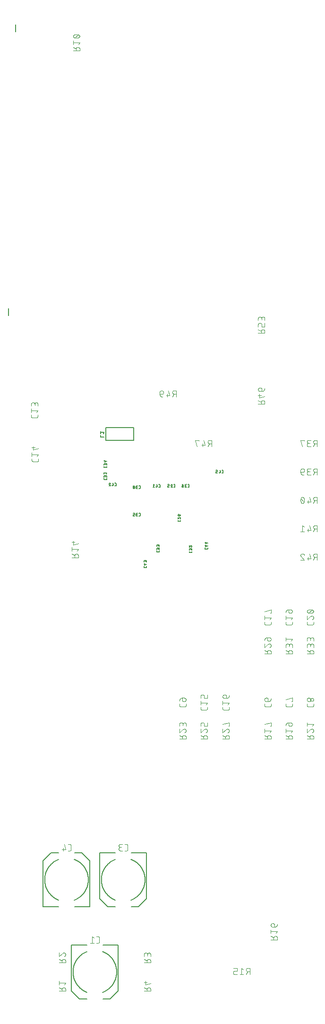
<source format=gbr>
G04 EAGLE Gerber RS-274X export*
G75*
%MOMM*%
%FSLAX34Y34*%
%LPD*%
%INSilkscreen Bottom*%
%IPPOS*%
%AMOC8*
5,1,8,0,0,1.08239X$1,22.5*%
G01*
%ADD10C,0.101600*%
%ADD11C,0.127000*%
%ADD12C,0.203200*%
%ADD13C,0.152400*%


D10*
X101692Y1098893D02*
X101692Y1096297D01*
X101694Y1096198D01*
X101700Y1096098D01*
X101709Y1095999D01*
X101722Y1095901D01*
X101739Y1095803D01*
X101760Y1095705D01*
X101785Y1095609D01*
X101813Y1095514D01*
X101845Y1095420D01*
X101880Y1095327D01*
X101919Y1095235D01*
X101962Y1095145D01*
X102007Y1095057D01*
X102057Y1094970D01*
X102109Y1094886D01*
X102165Y1094803D01*
X102223Y1094723D01*
X102285Y1094645D01*
X102350Y1094570D01*
X102418Y1094497D01*
X102488Y1094427D01*
X102561Y1094359D01*
X102636Y1094294D01*
X102714Y1094232D01*
X102794Y1094174D01*
X102877Y1094118D01*
X102961Y1094066D01*
X103048Y1094016D01*
X103136Y1093971D01*
X103226Y1093928D01*
X103318Y1093889D01*
X103411Y1093854D01*
X103505Y1093822D01*
X103600Y1093794D01*
X103696Y1093769D01*
X103794Y1093748D01*
X103892Y1093731D01*
X103990Y1093718D01*
X104089Y1093709D01*
X104189Y1093703D01*
X104288Y1093701D01*
X104288Y1093700D02*
X110780Y1093700D01*
X110780Y1093701D02*
X110879Y1093703D01*
X110979Y1093709D01*
X111078Y1093718D01*
X111176Y1093731D01*
X111274Y1093748D01*
X111372Y1093769D01*
X111468Y1093794D01*
X111563Y1093822D01*
X111657Y1093854D01*
X111750Y1093889D01*
X111842Y1093928D01*
X111932Y1093971D01*
X112020Y1094016D01*
X112107Y1094066D01*
X112191Y1094118D01*
X112274Y1094174D01*
X112354Y1094232D01*
X112432Y1094294D01*
X112507Y1094359D01*
X112580Y1094427D01*
X112650Y1094497D01*
X112718Y1094570D01*
X112783Y1094645D01*
X112845Y1094723D01*
X112903Y1094803D01*
X112959Y1094886D01*
X113011Y1094970D01*
X113061Y1095057D01*
X113106Y1095145D01*
X113149Y1095235D01*
X113188Y1095327D01*
X113223Y1095419D01*
X113255Y1095514D01*
X113283Y1095609D01*
X113308Y1095705D01*
X113329Y1095803D01*
X113346Y1095901D01*
X113359Y1095999D01*
X113368Y1096098D01*
X113374Y1096198D01*
X113376Y1096297D01*
X113376Y1098893D01*
X110780Y1103259D02*
X113376Y1106504D01*
X101692Y1106504D01*
X101692Y1103259D02*
X101692Y1109750D01*
X101692Y1114689D02*
X101692Y1117934D01*
X101694Y1118047D01*
X101700Y1118160D01*
X101710Y1118273D01*
X101724Y1118386D01*
X101741Y1118498D01*
X101763Y1118609D01*
X101788Y1118719D01*
X101818Y1118829D01*
X101851Y1118937D01*
X101888Y1119044D01*
X101928Y1119150D01*
X101973Y1119254D01*
X102021Y1119357D01*
X102072Y1119458D01*
X102127Y1119557D01*
X102185Y1119654D01*
X102247Y1119749D01*
X102312Y1119842D01*
X102380Y1119932D01*
X102451Y1120020D01*
X102526Y1120106D01*
X102603Y1120189D01*
X102683Y1120269D01*
X102766Y1120346D01*
X102852Y1120421D01*
X102940Y1120492D01*
X103030Y1120560D01*
X103123Y1120625D01*
X103218Y1120687D01*
X103315Y1120745D01*
X103414Y1120800D01*
X103515Y1120851D01*
X103618Y1120899D01*
X103722Y1120944D01*
X103828Y1120984D01*
X103935Y1121021D01*
X104043Y1121054D01*
X104153Y1121084D01*
X104263Y1121109D01*
X104374Y1121131D01*
X104486Y1121148D01*
X104599Y1121162D01*
X104712Y1121172D01*
X104825Y1121178D01*
X104938Y1121180D01*
X105051Y1121178D01*
X105164Y1121172D01*
X105277Y1121162D01*
X105390Y1121148D01*
X105502Y1121131D01*
X105613Y1121109D01*
X105723Y1121084D01*
X105833Y1121054D01*
X105941Y1121021D01*
X106048Y1120984D01*
X106154Y1120944D01*
X106258Y1120899D01*
X106361Y1120851D01*
X106462Y1120800D01*
X106561Y1120745D01*
X106658Y1120687D01*
X106753Y1120625D01*
X106846Y1120560D01*
X106936Y1120492D01*
X107024Y1120421D01*
X107110Y1120346D01*
X107193Y1120269D01*
X107273Y1120189D01*
X107350Y1120106D01*
X107425Y1120020D01*
X107496Y1119932D01*
X107564Y1119842D01*
X107629Y1119749D01*
X107691Y1119654D01*
X107749Y1119557D01*
X107804Y1119458D01*
X107855Y1119357D01*
X107903Y1119254D01*
X107948Y1119150D01*
X107988Y1119044D01*
X108025Y1118937D01*
X108058Y1118829D01*
X108088Y1118719D01*
X108113Y1118609D01*
X108135Y1118498D01*
X108152Y1118386D01*
X108166Y1118273D01*
X108176Y1118160D01*
X108182Y1118047D01*
X108184Y1117934D01*
X113376Y1118583D02*
X113376Y1114689D01*
X113376Y1118583D02*
X113374Y1118684D01*
X113368Y1118784D01*
X113358Y1118884D01*
X113345Y1118984D01*
X113327Y1119083D01*
X113306Y1119182D01*
X113281Y1119279D01*
X113252Y1119376D01*
X113219Y1119471D01*
X113183Y1119565D01*
X113143Y1119657D01*
X113100Y1119748D01*
X113053Y1119837D01*
X113003Y1119924D01*
X112949Y1120010D01*
X112892Y1120093D01*
X112832Y1120173D01*
X112769Y1120252D01*
X112702Y1120328D01*
X112633Y1120401D01*
X112561Y1120471D01*
X112487Y1120539D01*
X112410Y1120604D01*
X112330Y1120665D01*
X112248Y1120724D01*
X112164Y1120779D01*
X112078Y1120831D01*
X111990Y1120880D01*
X111900Y1120925D01*
X111808Y1120967D01*
X111715Y1121005D01*
X111620Y1121039D01*
X111525Y1121070D01*
X111428Y1121097D01*
X111330Y1121120D01*
X111231Y1121140D01*
X111131Y1121155D01*
X111031Y1121167D01*
X110931Y1121175D01*
X110830Y1121179D01*
X110730Y1121179D01*
X110629Y1121175D01*
X110529Y1121167D01*
X110429Y1121155D01*
X110329Y1121140D01*
X110230Y1121120D01*
X110132Y1121097D01*
X110035Y1121070D01*
X109940Y1121039D01*
X109845Y1121005D01*
X109752Y1120967D01*
X109660Y1120925D01*
X109570Y1120880D01*
X109482Y1120831D01*
X109396Y1120779D01*
X109312Y1120724D01*
X109230Y1120665D01*
X109150Y1120604D01*
X109073Y1120539D01*
X108999Y1120471D01*
X108927Y1120401D01*
X108858Y1120328D01*
X108791Y1120252D01*
X108728Y1120173D01*
X108668Y1120093D01*
X108611Y1120010D01*
X108557Y1119924D01*
X108507Y1119837D01*
X108460Y1119748D01*
X108417Y1119657D01*
X108377Y1119565D01*
X108341Y1119471D01*
X108308Y1119376D01*
X108279Y1119279D01*
X108254Y1119182D01*
X108233Y1119083D01*
X108215Y1118984D01*
X108202Y1118884D01*
X108192Y1118784D01*
X108186Y1118684D01*
X108184Y1118583D01*
X108183Y1118583D02*
X108183Y1115987D01*
X102962Y1020153D02*
X102962Y1017557D01*
X102964Y1017458D01*
X102970Y1017358D01*
X102979Y1017259D01*
X102992Y1017161D01*
X103009Y1017063D01*
X103030Y1016965D01*
X103055Y1016869D01*
X103083Y1016774D01*
X103115Y1016680D01*
X103150Y1016587D01*
X103189Y1016495D01*
X103232Y1016405D01*
X103277Y1016317D01*
X103327Y1016230D01*
X103379Y1016146D01*
X103435Y1016063D01*
X103493Y1015983D01*
X103555Y1015905D01*
X103620Y1015830D01*
X103688Y1015757D01*
X103758Y1015687D01*
X103831Y1015619D01*
X103906Y1015554D01*
X103984Y1015492D01*
X104064Y1015434D01*
X104147Y1015378D01*
X104231Y1015326D01*
X104318Y1015276D01*
X104406Y1015231D01*
X104496Y1015188D01*
X104588Y1015149D01*
X104681Y1015114D01*
X104775Y1015082D01*
X104870Y1015054D01*
X104966Y1015029D01*
X105064Y1015008D01*
X105162Y1014991D01*
X105260Y1014978D01*
X105359Y1014969D01*
X105459Y1014963D01*
X105558Y1014961D01*
X105558Y1014960D02*
X112050Y1014960D01*
X112050Y1014961D02*
X112149Y1014963D01*
X112249Y1014969D01*
X112348Y1014978D01*
X112446Y1014991D01*
X112544Y1015008D01*
X112642Y1015029D01*
X112738Y1015054D01*
X112833Y1015082D01*
X112927Y1015114D01*
X113020Y1015149D01*
X113112Y1015188D01*
X113202Y1015231D01*
X113290Y1015276D01*
X113377Y1015326D01*
X113461Y1015378D01*
X113544Y1015434D01*
X113624Y1015492D01*
X113702Y1015554D01*
X113777Y1015619D01*
X113850Y1015687D01*
X113920Y1015757D01*
X113988Y1015830D01*
X114053Y1015905D01*
X114115Y1015983D01*
X114173Y1016063D01*
X114229Y1016146D01*
X114281Y1016230D01*
X114331Y1016317D01*
X114376Y1016405D01*
X114419Y1016495D01*
X114458Y1016587D01*
X114493Y1016679D01*
X114525Y1016774D01*
X114553Y1016869D01*
X114578Y1016965D01*
X114599Y1017063D01*
X114616Y1017161D01*
X114629Y1017259D01*
X114638Y1017358D01*
X114644Y1017458D01*
X114646Y1017557D01*
X114646Y1020153D01*
X112050Y1024519D02*
X114646Y1027764D01*
X102962Y1027764D01*
X102962Y1024519D02*
X102962Y1031010D01*
X105558Y1035949D02*
X114646Y1038545D01*
X105558Y1035949D02*
X105558Y1042440D01*
X102962Y1040492D02*
X108155Y1040492D01*
D11*
X357299Y969309D02*
X358372Y969309D01*
X358437Y969311D01*
X358501Y969317D01*
X358565Y969327D01*
X358629Y969340D01*
X358691Y969358D01*
X358752Y969379D01*
X358812Y969403D01*
X358870Y969432D01*
X358927Y969464D01*
X358981Y969499D01*
X359033Y969537D01*
X359083Y969579D01*
X359130Y969623D01*
X359174Y969670D01*
X359216Y969720D01*
X359254Y969772D01*
X359289Y969826D01*
X359321Y969883D01*
X359350Y969941D01*
X359374Y970001D01*
X359395Y970062D01*
X359413Y970124D01*
X359426Y970188D01*
X359436Y970252D01*
X359442Y970316D01*
X359444Y970381D01*
X359444Y973063D01*
X359442Y973128D01*
X359436Y973192D01*
X359426Y973256D01*
X359413Y973320D01*
X359395Y973382D01*
X359374Y973443D01*
X359350Y973503D01*
X359321Y973561D01*
X359289Y973618D01*
X359254Y973672D01*
X359216Y973724D01*
X359174Y973774D01*
X359130Y973821D01*
X359083Y973865D01*
X359033Y973907D01*
X358981Y973945D01*
X358927Y973980D01*
X358870Y974012D01*
X358812Y974041D01*
X358752Y974065D01*
X358691Y974086D01*
X358629Y974104D01*
X358565Y974117D01*
X358501Y974127D01*
X358437Y974133D01*
X358372Y974135D01*
X357299Y974135D01*
X353369Y974135D02*
X353301Y974133D01*
X353234Y974127D01*
X353167Y974118D01*
X353100Y974105D01*
X353035Y974088D01*
X352970Y974067D01*
X352907Y974043D01*
X352845Y974015D01*
X352785Y973984D01*
X352727Y973950D01*
X352671Y973912D01*
X352616Y973872D01*
X352565Y973828D01*
X352516Y973781D01*
X352469Y973732D01*
X352425Y973681D01*
X352385Y973626D01*
X352347Y973570D01*
X352313Y973512D01*
X352282Y973452D01*
X352254Y973390D01*
X352230Y973327D01*
X352209Y973262D01*
X352192Y973197D01*
X352179Y973130D01*
X352170Y973063D01*
X352164Y972996D01*
X352162Y972928D01*
X353369Y974135D02*
X353447Y974133D01*
X353525Y974127D01*
X353602Y974117D01*
X353679Y974104D01*
X353755Y974086D01*
X353830Y974065D01*
X353904Y974040D01*
X353976Y974011D01*
X354047Y973979D01*
X354116Y973943D01*
X354184Y973904D01*
X354249Y973861D01*
X354312Y973815D01*
X354373Y973766D01*
X354431Y973714D01*
X354486Y973659D01*
X354539Y973602D01*
X354588Y973542D01*
X354635Y973479D01*
X354678Y973414D01*
X354718Y973348D01*
X354755Y973279D01*
X354788Y973208D01*
X354818Y973136D01*
X354844Y973062D01*
X352564Y971990D02*
X352515Y972039D01*
X352468Y972091D01*
X352425Y972146D01*
X352384Y972203D01*
X352346Y972262D01*
X352312Y972323D01*
X352281Y972386D01*
X352253Y972450D01*
X352229Y972516D01*
X352209Y972582D01*
X352192Y972650D01*
X352179Y972719D01*
X352170Y972788D01*
X352164Y972858D01*
X352162Y972928D01*
X352564Y971990D02*
X354843Y969309D01*
X352162Y969309D01*
X349357Y969309D02*
X347748Y969309D01*
X347683Y969311D01*
X347619Y969317D01*
X347555Y969327D01*
X347491Y969340D01*
X347429Y969358D01*
X347368Y969379D01*
X347308Y969403D01*
X347250Y969432D01*
X347193Y969464D01*
X347139Y969499D01*
X347087Y969537D01*
X347037Y969579D01*
X346990Y969623D01*
X346946Y969670D01*
X346904Y969720D01*
X346866Y969772D01*
X346831Y969826D01*
X346799Y969883D01*
X346770Y969941D01*
X346746Y970001D01*
X346725Y970062D01*
X346707Y970124D01*
X346694Y970188D01*
X346684Y970252D01*
X346678Y970316D01*
X346676Y970381D01*
X346676Y970918D01*
X346678Y970983D01*
X346684Y971047D01*
X346694Y971111D01*
X346707Y971175D01*
X346725Y971237D01*
X346746Y971298D01*
X346770Y971358D01*
X346799Y971416D01*
X346831Y971473D01*
X346866Y971527D01*
X346904Y971579D01*
X346946Y971629D01*
X346990Y971676D01*
X347037Y971720D01*
X347087Y971762D01*
X347139Y971800D01*
X347193Y971835D01*
X347250Y971867D01*
X347308Y971896D01*
X347368Y971920D01*
X347429Y971941D01*
X347491Y971959D01*
X347555Y971972D01*
X347619Y971982D01*
X347683Y971988D01*
X347748Y971990D01*
X349357Y971990D01*
X349357Y974135D01*
X346676Y974135D01*
X364789Y910161D02*
X364789Y909088D01*
X364791Y909023D01*
X364797Y908959D01*
X364807Y908895D01*
X364820Y908831D01*
X364838Y908769D01*
X364859Y908708D01*
X364883Y908648D01*
X364912Y908590D01*
X364944Y908533D01*
X364979Y908479D01*
X365017Y908427D01*
X365059Y908377D01*
X365103Y908330D01*
X365150Y908286D01*
X365200Y908244D01*
X365252Y908206D01*
X365306Y908171D01*
X365363Y908139D01*
X365421Y908110D01*
X365481Y908086D01*
X365542Y908065D01*
X365604Y908047D01*
X365668Y908034D01*
X365732Y908024D01*
X365796Y908018D01*
X365861Y908016D01*
X368543Y908016D01*
X368608Y908018D01*
X368672Y908024D01*
X368736Y908034D01*
X368800Y908047D01*
X368862Y908065D01*
X368923Y908086D01*
X368983Y908110D01*
X369041Y908139D01*
X369098Y908171D01*
X369152Y908206D01*
X369204Y908244D01*
X369254Y908286D01*
X369301Y908330D01*
X369345Y908377D01*
X369387Y908427D01*
X369425Y908479D01*
X369460Y908533D01*
X369492Y908590D01*
X369521Y908648D01*
X369545Y908708D01*
X369566Y908769D01*
X369584Y908831D01*
X369597Y908895D01*
X369607Y908959D01*
X369613Y909023D01*
X369615Y909088D01*
X369615Y910161D01*
X369615Y914091D02*
X369613Y914159D01*
X369607Y914226D01*
X369598Y914293D01*
X369585Y914360D01*
X369568Y914425D01*
X369547Y914490D01*
X369523Y914553D01*
X369495Y914615D01*
X369464Y914675D01*
X369430Y914733D01*
X369392Y914789D01*
X369352Y914844D01*
X369308Y914895D01*
X369261Y914944D01*
X369212Y914991D01*
X369161Y915035D01*
X369106Y915075D01*
X369050Y915113D01*
X368992Y915147D01*
X368932Y915178D01*
X368870Y915206D01*
X368807Y915230D01*
X368742Y915251D01*
X368677Y915268D01*
X368610Y915281D01*
X368543Y915290D01*
X368476Y915296D01*
X368408Y915298D01*
X369615Y914091D02*
X369613Y914013D01*
X369607Y913935D01*
X369597Y913858D01*
X369584Y913781D01*
X369566Y913705D01*
X369545Y913630D01*
X369520Y913556D01*
X369491Y913484D01*
X369459Y913413D01*
X369423Y913344D01*
X369384Y913276D01*
X369341Y913211D01*
X369295Y913148D01*
X369246Y913087D01*
X369194Y913029D01*
X369139Y912974D01*
X369082Y912921D01*
X369022Y912872D01*
X368959Y912825D01*
X368894Y912782D01*
X368828Y912742D01*
X368759Y912705D01*
X368688Y912672D01*
X368616Y912642D01*
X368543Y912616D01*
X367470Y914896D02*
X367519Y914945D01*
X367571Y914992D01*
X367626Y915035D01*
X367683Y915076D01*
X367742Y915114D01*
X367803Y915148D01*
X367866Y915179D01*
X367930Y915207D01*
X367996Y915231D01*
X368062Y915251D01*
X368130Y915268D01*
X368199Y915281D01*
X368268Y915290D01*
X368338Y915296D01*
X368408Y915298D01*
X367470Y914896D02*
X364789Y912617D01*
X364789Y915298D01*
X367470Y918103D02*
X367470Y919712D01*
X367468Y919777D01*
X367462Y919841D01*
X367452Y919905D01*
X367439Y919969D01*
X367421Y920031D01*
X367400Y920092D01*
X367376Y920152D01*
X367347Y920210D01*
X367315Y920267D01*
X367280Y920321D01*
X367242Y920373D01*
X367200Y920423D01*
X367156Y920470D01*
X367109Y920514D01*
X367059Y920556D01*
X367007Y920594D01*
X366953Y920629D01*
X366896Y920661D01*
X366838Y920690D01*
X366778Y920714D01*
X366717Y920735D01*
X366655Y920753D01*
X366591Y920766D01*
X366527Y920776D01*
X366463Y920782D01*
X366398Y920784D01*
X366130Y920784D01*
X366130Y920785D02*
X366059Y920783D01*
X365987Y920777D01*
X365917Y920768D01*
X365847Y920755D01*
X365777Y920738D01*
X365709Y920717D01*
X365642Y920693D01*
X365576Y920665D01*
X365512Y920634D01*
X365449Y920599D01*
X365389Y920561D01*
X365330Y920520D01*
X365274Y920476D01*
X365220Y920429D01*
X365169Y920380D01*
X365121Y920327D01*
X365075Y920272D01*
X365033Y920215D01*
X364993Y920155D01*
X364957Y920094D01*
X364924Y920030D01*
X364895Y919965D01*
X364869Y919899D01*
X364846Y919831D01*
X364827Y919762D01*
X364812Y919692D01*
X364801Y919622D01*
X364793Y919551D01*
X364789Y919480D01*
X364789Y919408D01*
X364793Y919337D01*
X364801Y919266D01*
X364812Y919196D01*
X364827Y919126D01*
X364846Y919057D01*
X364869Y918989D01*
X364895Y918923D01*
X364924Y918858D01*
X364957Y918794D01*
X364993Y918733D01*
X365033Y918673D01*
X365075Y918616D01*
X365121Y918561D01*
X365169Y918508D01*
X365220Y918459D01*
X365274Y918412D01*
X365330Y918368D01*
X365389Y918327D01*
X365449Y918289D01*
X365512Y918254D01*
X365576Y918223D01*
X365642Y918195D01*
X365709Y918171D01*
X365777Y918150D01*
X365847Y918133D01*
X365917Y918120D01*
X365987Y918111D01*
X366059Y918105D01*
X366130Y918103D01*
X367470Y918103D01*
X367561Y918105D01*
X367652Y918111D01*
X367742Y918120D01*
X367833Y918134D01*
X367922Y918151D01*
X368010Y918172D01*
X368098Y918197D01*
X368185Y918226D01*
X368270Y918258D01*
X368354Y918293D01*
X368436Y918333D01*
X368516Y918375D01*
X368595Y918421D01*
X368671Y918471D01*
X368745Y918523D01*
X368818Y918579D01*
X368887Y918638D01*
X368954Y918699D01*
X369019Y918764D01*
X369080Y918831D01*
X369139Y918900D01*
X369195Y918972D01*
X369247Y919047D01*
X369297Y919123D01*
X369343Y919202D01*
X369385Y919282D01*
X369425Y919364D01*
X369460Y919448D01*
X369492Y919533D01*
X369521Y919620D01*
X369546Y919707D01*
X369567Y919796D01*
X369584Y919885D01*
X369598Y919976D01*
X369607Y920066D01*
X369613Y920157D01*
X369615Y920248D01*
X296142Y967029D02*
X295069Y967029D01*
X296142Y967029D02*
X296207Y967031D01*
X296271Y967037D01*
X296335Y967047D01*
X296399Y967060D01*
X296461Y967078D01*
X296522Y967099D01*
X296582Y967123D01*
X296640Y967152D01*
X296697Y967184D01*
X296751Y967219D01*
X296803Y967257D01*
X296853Y967299D01*
X296900Y967343D01*
X296944Y967390D01*
X296986Y967440D01*
X297024Y967492D01*
X297059Y967546D01*
X297091Y967603D01*
X297120Y967661D01*
X297144Y967721D01*
X297165Y967782D01*
X297183Y967844D01*
X297196Y967908D01*
X297206Y967972D01*
X297212Y968036D01*
X297214Y968101D01*
X297214Y970783D01*
X297212Y970848D01*
X297206Y970912D01*
X297196Y970976D01*
X297183Y971040D01*
X297165Y971102D01*
X297144Y971163D01*
X297120Y971223D01*
X297091Y971281D01*
X297059Y971338D01*
X297024Y971392D01*
X296986Y971444D01*
X296944Y971494D01*
X296900Y971541D01*
X296853Y971585D01*
X296803Y971627D01*
X296751Y971665D01*
X296697Y971700D01*
X296640Y971732D01*
X296582Y971761D01*
X296522Y971785D01*
X296461Y971806D01*
X296399Y971824D01*
X296335Y971837D01*
X296271Y971847D01*
X296207Y971853D01*
X296142Y971855D01*
X295069Y971855D01*
X292613Y967029D02*
X291273Y967029D01*
X291202Y967031D01*
X291130Y967037D01*
X291060Y967046D01*
X290990Y967059D01*
X290920Y967076D01*
X290852Y967097D01*
X290785Y967121D01*
X290719Y967149D01*
X290655Y967180D01*
X290592Y967215D01*
X290532Y967253D01*
X290473Y967294D01*
X290417Y967338D01*
X290363Y967385D01*
X290312Y967434D01*
X290264Y967487D01*
X290218Y967542D01*
X290176Y967599D01*
X290136Y967659D01*
X290100Y967720D01*
X290067Y967784D01*
X290038Y967849D01*
X290012Y967915D01*
X289989Y967983D01*
X289970Y968052D01*
X289955Y968122D01*
X289944Y968192D01*
X289936Y968263D01*
X289932Y968334D01*
X289932Y968406D01*
X289936Y968477D01*
X289944Y968548D01*
X289955Y968618D01*
X289970Y968688D01*
X289989Y968757D01*
X290012Y968825D01*
X290038Y968891D01*
X290067Y968956D01*
X290100Y969020D01*
X290136Y969081D01*
X290176Y969141D01*
X290218Y969198D01*
X290264Y969253D01*
X290312Y969306D01*
X290363Y969355D01*
X290417Y969402D01*
X290473Y969446D01*
X290532Y969487D01*
X290592Y969525D01*
X290655Y969560D01*
X290719Y969591D01*
X290785Y969619D01*
X290852Y969643D01*
X290920Y969664D01*
X290990Y969681D01*
X291060Y969694D01*
X291130Y969703D01*
X291202Y969709D01*
X291273Y969711D01*
X291005Y971855D02*
X292613Y971855D01*
X291005Y971855D02*
X290940Y971853D01*
X290876Y971847D01*
X290812Y971837D01*
X290748Y971824D01*
X290686Y971806D01*
X290625Y971785D01*
X290565Y971761D01*
X290507Y971732D01*
X290450Y971700D01*
X290396Y971665D01*
X290344Y971627D01*
X290294Y971585D01*
X290247Y971541D01*
X290203Y971494D01*
X290161Y971444D01*
X290123Y971392D01*
X290088Y971338D01*
X290056Y971281D01*
X290027Y971223D01*
X290003Y971163D01*
X289982Y971102D01*
X289964Y971040D01*
X289951Y970976D01*
X289941Y970912D01*
X289935Y970848D01*
X289933Y970783D01*
X289935Y970718D01*
X289941Y970654D01*
X289951Y970590D01*
X289964Y970526D01*
X289982Y970464D01*
X290003Y970403D01*
X290027Y970343D01*
X290056Y970285D01*
X290088Y970228D01*
X290123Y970174D01*
X290161Y970122D01*
X290203Y970072D01*
X290247Y970025D01*
X290294Y969981D01*
X290344Y969939D01*
X290396Y969901D01*
X290450Y969866D01*
X290507Y969834D01*
X290565Y969805D01*
X290625Y969781D01*
X290686Y969760D01*
X290748Y969742D01*
X290812Y969729D01*
X290876Y969719D01*
X290940Y969713D01*
X291005Y969711D01*
X291005Y969710D02*
X292077Y969710D01*
X287127Y969442D02*
X287125Y969562D01*
X287120Y969682D01*
X287111Y969802D01*
X287098Y969922D01*
X287082Y970041D01*
X287062Y970160D01*
X287038Y970278D01*
X287011Y970395D01*
X286981Y970511D01*
X286947Y970626D01*
X286909Y970741D01*
X286868Y970854D01*
X286824Y970965D01*
X286776Y971076D01*
X286725Y971185D01*
X286704Y971242D01*
X286678Y971298D01*
X286650Y971353D01*
X286618Y971405D01*
X286582Y971456D01*
X286544Y971504D01*
X286503Y971550D01*
X286459Y971593D01*
X286413Y971633D01*
X286364Y971670D01*
X286312Y971704D01*
X286259Y971735D01*
X286204Y971763D01*
X286148Y971787D01*
X286090Y971808D01*
X286031Y971825D01*
X285971Y971838D01*
X285910Y971847D01*
X285848Y971853D01*
X285787Y971855D01*
X285726Y971853D01*
X285664Y971847D01*
X285603Y971838D01*
X285543Y971825D01*
X285484Y971808D01*
X285426Y971787D01*
X285370Y971763D01*
X285315Y971735D01*
X285262Y971704D01*
X285210Y971670D01*
X285162Y971633D01*
X285115Y971593D01*
X285071Y971550D01*
X285030Y971504D01*
X284992Y971456D01*
X284956Y971405D01*
X284924Y971353D01*
X284896Y971298D01*
X284870Y971242D01*
X284849Y971185D01*
X284848Y971185D02*
X284797Y971076D01*
X284749Y970965D01*
X284705Y970854D01*
X284664Y970741D01*
X284626Y970626D01*
X284592Y970511D01*
X284562Y970395D01*
X284535Y970278D01*
X284511Y970160D01*
X284491Y970041D01*
X284475Y969922D01*
X284462Y969802D01*
X284453Y969682D01*
X284448Y969562D01*
X284446Y969442D01*
X287127Y969442D02*
X287125Y969322D01*
X287120Y969202D01*
X287111Y969082D01*
X287098Y968962D01*
X287082Y968843D01*
X287062Y968724D01*
X287038Y968606D01*
X287011Y968489D01*
X286981Y968373D01*
X286947Y968258D01*
X286909Y968143D01*
X286868Y968030D01*
X286824Y967919D01*
X286776Y967808D01*
X286725Y967699D01*
X286704Y967642D01*
X286678Y967586D01*
X286650Y967531D01*
X286618Y967479D01*
X286582Y967428D01*
X286544Y967380D01*
X286503Y967334D01*
X286459Y967291D01*
X286413Y967251D01*
X286364Y967214D01*
X286312Y967180D01*
X286259Y967149D01*
X286204Y967121D01*
X286148Y967097D01*
X286090Y967076D01*
X286031Y967059D01*
X285971Y967046D01*
X285910Y967037D01*
X285848Y967031D01*
X285787Y967029D01*
X284848Y967699D02*
X284797Y967808D01*
X284749Y967919D01*
X284705Y968030D01*
X284664Y968143D01*
X284626Y968258D01*
X284592Y968373D01*
X284562Y968489D01*
X284535Y968606D01*
X284511Y968724D01*
X284491Y968843D01*
X284475Y968962D01*
X284462Y969082D01*
X284453Y969202D01*
X284448Y969322D01*
X284446Y969442D01*
X284849Y967699D02*
X284870Y967642D01*
X284896Y967586D01*
X284924Y967531D01*
X284956Y967479D01*
X284992Y967428D01*
X285030Y967380D01*
X285071Y967334D01*
X285115Y967291D01*
X285162Y967251D01*
X285210Y967214D01*
X285262Y967180D01*
X285315Y967149D01*
X285370Y967121D01*
X285426Y967097D01*
X285484Y967076D01*
X285543Y967059D01*
X285603Y967046D01*
X285664Y967037D01*
X285726Y967031D01*
X285787Y967029D01*
X286859Y968101D02*
X284714Y970783D01*
X232365Y984018D02*
X232365Y985091D01*
X232365Y984018D02*
X232367Y983953D01*
X232373Y983889D01*
X232383Y983825D01*
X232396Y983761D01*
X232414Y983699D01*
X232435Y983638D01*
X232459Y983578D01*
X232488Y983520D01*
X232520Y983463D01*
X232555Y983409D01*
X232593Y983357D01*
X232635Y983307D01*
X232679Y983260D01*
X232726Y983216D01*
X232776Y983174D01*
X232828Y983136D01*
X232882Y983101D01*
X232939Y983069D01*
X232997Y983040D01*
X233057Y983016D01*
X233118Y982995D01*
X233180Y982977D01*
X233244Y982964D01*
X233308Y982954D01*
X233372Y982948D01*
X233437Y982946D01*
X236119Y982946D01*
X236184Y982948D01*
X236248Y982954D01*
X236312Y982964D01*
X236376Y982977D01*
X236438Y982995D01*
X236499Y983016D01*
X236559Y983040D01*
X236617Y983069D01*
X236674Y983101D01*
X236728Y983136D01*
X236780Y983174D01*
X236830Y983216D01*
X236877Y983260D01*
X236921Y983307D01*
X236963Y983357D01*
X237001Y983409D01*
X237036Y983463D01*
X237068Y983520D01*
X237097Y983578D01*
X237121Y983638D01*
X237142Y983699D01*
X237160Y983761D01*
X237173Y983825D01*
X237183Y983889D01*
X237189Y983953D01*
X237191Y984018D01*
X237191Y985091D01*
X232365Y987547D02*
X232365Y988887D01*
X232367Y988958D01*
X232373Y989030D01*
X232382Y989100D01*
X232395Y989170D01*
X232412Y989240D01*
X232433Y989308D01*
X232457Y989375D01*
X232485Y989441D01*
X232516Y989505D01*
X232551Y989568D01*
X232589Y989628D01*
X232630Y989687D01*
X232674Y989743D01*
X232721Y989797D01*
X232770Y989848D01*
X232823Y989896D01*
X232878Y989942D01*
X232935Y989984D01*
X232995Y990024D01*
X233056Y990060D01*
X233120Y990093D01*
X233185Y990122D01*
X233251Y990148D01*
X233319Y990171D01*
X233388Y990190D01*
X233458Y990205D01*
X233528Y990216D01*
X233599Y990224D01*
X233670Y990228D01*
X233742Y990228D01*
X233813Y990224D01*
X233884Y990216D01*
X233954Y990205D01*
X234024Y990190D01*
X234093Y990171D01*
X234161Y990148D01*
X234227Y990122D01*
X234292Y990093D01*
X234356Y990060D01*
X234417Y990024D01*
X234477Y989984D01*
X234534Y989942D01*
X234589Y989896D01*
X234642Y989848D01*
X234691Y989797D01*
X234738Y989743D01*
X234782Y989687D01*
X234823Y989628D01*
X234861Y989568D01*
X234896Y989505D01*
X234927Y989441D01*
X234955Y989375D01*
X234979Y989308D01*
X235000Y989240D01*
X235017Y989170D01*
X235030Y989100D01*
X235039Y989030D01*
X235045Y988958D01*
X235047Y988887D01*
X237191Y989155D02*
X237191Y987547D01*
X237191Y989155D02*
X237189Y989220D01*
X237183Y989284D01*
X237173Y989348D01*
X237160Y989412D01*
X237142Y989474D01*
X237121Y989535D01*
X237097Y989595D01*
X237068Y989653D01*
X237036Y989710D01*
X237001Y989764D01*
X236963Y989816D01*
X236921Y989866D01*
X236877Y989913D01*
X236830Y989957D01*
X236780Y989999D01*
X236728Y990037D01*
X236674Y990072D01*
X236617Y990104D01*
X236559Y990133D01*
X236499Y990157D01*
X236438Y990178D01*
X236376Y990196D01*
X236312Y990209D01*
X236248Y990219D01*
X236184Y990225D01*
X236119Y990227D01*
X236054Y990225D01*
X235990Y990219D01*
X235926Y990209D01*
X235862Y990196D01*
X235800Y990178D01*
X235739Y990157D01*
X235679Y990133D01*
X235621Y990104D01*
X235564Y990072D01*
X235510Y990037D01*
X235458Y989999D01*
X235408Y989957D01*
X235361Y989913D01*
X235317Y989866D01*
X235275Y989816D01*
X235237Y989764D01*
X235202Y989710D01*
X235170Y989653D01*
X235141Y989595D01*
X235117Y989535D01*
X235096Y989474D01*
X235078Y989412D01*
X235065Y989348D01*
X235055Y989284D01*
X235049Y989220D01*
X235047Y989155D01*
X235046Y989155D02*
X235046Y988083D01*
X236119Y993033D02*
X237191Y994374D01*
X232365Y994374D01*
X232365Y995714D02*
X232365Y993033D01*
X385109Y854281D02*
X385109Y853208D01*
X385111Y853143D01*
X385117Y853079D01*
X385127Y853015D01*
X385140Y852951D01*
X385158Y852889D01*
X385179Y852828D01*
X385203Y852768D01*
X385232Y852710D01*
X385264Y852653D01*
X385299Y852599D01*
X385337Y852547D01*
X385379Y852497D01*
X385423Y852450D01*
X385470Y852406D01*
X385520Y852364D01*
X385572Y852326D01*
X385626Y852291D01*
X385683Y852259D01*
X385741Y852230D01*
X385801Y852206D01*
X385862Y852185D01*
X385924Y852167D01*
X385988Y852154D01*
X386052Y852144D01*
X386116Y852138D01*
X386181Y852136D01*
X388863Y852136D01*
X388928Y852138D01*
X388992Y852144D01*
X389056Y852154D01*
X389120Y852167D01*
X389182Y852185D01*
X389243Y852206D01*
X389303Y852230D01*
X389361Y852259D01*
X389418Y852291D01*
X389472Y852326D01*
X389524Y852364D01*
X389574Y852406D01*
X389621Y852450D01*
X389665Y852497D01*
X389707Y852547D01*
X389745Y852599D01*
X389780Y852653D01*
X389812Y852710D01*
X389841Y852768D01*
X389865Y852828D01*
X389886Y852889D01*
X389904Y852951D01*
X389917Y853015D01*
X389927Y853079D01*
X389933Y853143D01*
X389935Y853208D01*
X389935Y854281D01*
X385109Y856737D02*
X385109Y858077D01*
X385111Y858148D01*
X385117Y858220D01*
X385126Y858290D01*
X385139Y858360D01*
X385156Y858430D01*
X385177Y858498D01*
X385201Y858565D01*
X385229Y858631D01*
X385260Y858695D01*
X385295Y858758D01*
X385333Y858818D01*
X385374Y858877D01*
X385418Y858933D01*
X385465Y858987D01*
X385514Y859038D01*
X385567Y859086D01*
X385622Y859132D01*
X385679Y859174D01*
X385739Y859214D01*
X385800Y859250D01*
X385864Y859283D01*
X385929Y859312D01*
X385995Y859338D01*
X386063Y859361D01*
X386132Y859380D01*
X386202Y859395D01*
X386272Y859406D01*
X386343Y859414D01*
X386414Y859418D01*
X386486Y859418D01*
X386557Y859414D01*
X386628Y859406D01*
X386698Y859395D01*
X386768Y859380D01*
X386837Y859361D01*
X386905Y859338D01*
X386971Y859312D01*
X387036Y859283D01*
X387100Y859250D01*
X387161Y859214D01*
X387221Y859174D01*
X387278Y859132D01*
X387333Y859086D01*
X387386Y859038D01*
X387435Y858987D01*
X387482Y858933D01*
X387526Y858877D01*
X387567Y858818D01*
X387605Y858758D01*
X387640Y858695D01*
X387671Y858631D01*
X387699Y858565D01*
X387723Y858498D01*
X387744Y858430D01*
X387761Y858360D01*
X387774Y858290D01*
X387783Y858220D01*
X387789Y858148D01*
X387791Y858077D01*
X389935Y858345D02*
X389935Y856737D01*
X389935Y858345D02*
X389933Y858410D01*
X389927Y858474D01*
X389917Y858538D01*
X389904Y858602D01*
X389886Y858664D01*
X389865Y858725D01*
X389841Y858785D01*
X389812Y858843D01*
X389780Y858900D01*
X389745Y858954D01*
X389707Y859006D01*
X389665Y859056D01*
X389621Y859103D01*
X389574Y859147D01*
X389524Y859189D01*
X389472Y859227D01*
X389418Y859262D01*
X389361Y859294D01*
X389303Y859323D01*
X389243Y859347D01*
X389182Y859368D01*
X389120Y859386D01*
X389056Y859399D01*
X388992Y859409D01*
X388928Y859415D01*
X388863Y859417D01*
X388798Y859415D01*
X388734Y859409D01*
X388670Y859399D01*
X388606Y859386D01*
X388544Y859368D01*
X388483Y859347D01*
X388423Y859323D01*
X388365Y859294D01*
X388308Y859262D01*
X388254Y859227D01*
X388202Y859189D01*
X388152Y859147D01*
X388105Y859103D01*
X388061Y859056D01*
X388019Y859006D01*
X387981Y858954D01*
X387946Y858900D01*
X387914Y858843D01*
X387885Y858785D01*
X387861Y858725D01*
X387840Y858664D01*
X387822Y858602D01*
X387809Y858538D01*
X387799Y858474D01*
X387793Y858410D01*
X387791Y858345D01*
X387790Y858345D02*
X387790Y857273D01*
X389935Y863698D02*
X389933Y863766D01*
X389927Y863833D01*
X389918Y863900D01*
X389905Y863967D01*
X389888Y864032D01*
X389867Y864097D01*
X389843Y864160D01*
X389815Y864222D01*
X389784Y864282D01*
X389750Y864340D01*
X389712Y864396D01*
X389672Y864451D01*
X389628Y864502D01*
X389581Y864551D01*
X389532Y864598D01*
X389481Y864642D01*
X389426Y864682D01*
X389370Y864720D01*
X389312Y864754D01*
X389252Y864785D01*
X389190Y864813D01*
X389127Y864837D01*
X389062Y864858D01*
X388997Y864875D01*
X388930Y864888D01*
X388863Y864897D01*
X388796Y864903D01*
X388728Y864905D01*
X389935Y863698D02*
X389933Y863620D01*
X389927Y863542D01*
X389917Y863465D01*
X389904Y863388D01*
X389886Y863312D01*
X389865Y863237D01*
X389840Y863163D01*
X389811Y863091D01*
X389779Y863020D01*
X389743Y862951D01*
X389704Y862883D01*
X389661Y862818D01*
X389615Y862755D01*
X389566Y862694D01*
X389514Y862636D01*
X389459Y862581D01*
X389402Y862528D01*
X389342Y862479D01*
X389279Y862432D01*
X389214Y862389D01*
X389148Y862349D01*
X389079Y862312D01*
X389008Y862279D01*
X388936Y862249D01*
X388863Y862223D01*
X387790Y864502D02*
X387839Y864551D01*
X387891Y864598D01*
X387946Y864641D01*
X388003Y864682D01*
X388062Y864720D01*
X388123Y864754D01*
X388186Y864785D01*
X388250Y864813D01*
X388316Y864837D01*
X388382Y864857D01*
X388450Y864874D01*
X388519Y864887D01*
X388588Y864896D01*
X388658Y864902D01*
X388728Y864904D01*
X387790Y864502D02*
X385109Y862223D01*
X385109Y864904D01*
X326689Y855551D02*
X326689Y854478D01*
X326691Y854413D01*
X326697Y854349D01*
X326707Y854285D01*
X326720Y854221D01*
X326738Y854159D01*
X326759Y854098D01*
X326783Y854038D01*
X326812Y853980D01*
X326844Y853923D01*
X326879Y853869D01*
X326917Y853817D01*
X326959Y853767D01*
X327003Y853720D01*
X327050Y853676D01*
X327100Y853634D01*
X327152Y853596D01*
X327206Y853561D01*
X327263Y853529D01*
X327321Y853500D01*
X327381Y853476D01*
X327442Y853455D01*
X327504Y853437D01*
X327568Y853424D01*
X327632Y853414D01*
X327696Y853408D01*
X327761Y853406D01*
X330443Y853406D01*
X330508Y853408D01*
X330572Y853414D01*
X330636Y853424D01*
X330700Y853437D01*
X330762Y853455D01*
X330823Y853476D01*
X330883Y853500D01*
X330941Y853529D01*
X330998Y853561D01*
X331052Y853596D01*
X331104Y853634D01*
X331154Y853676D01*
X331201Y853720D01*
X331245Y853767D01*
X331287Y853817D01*
X331325Y853869D01*
X331360Y853923D01*
X331392Y853980D01*
X331421Y854038D01*
X331445Y854098D01*
X331466Y854159D01*
X331484Y854221D01*
X331497Y854285D01*
X331507Y854349D01*
X331513Y854413D01*
X331515Y854478D01*
X331515Y855551D01*
X326689Y858007D02*
X326689Y859347D01*
X326691Y859418D01*
X326697Y859490D01*
X326706Y859560D01*
X326719Y859630D01*
X326736Y859700D01*
X326757Y859768D01*
X326781Y859835D01*
X326809Y859901D01*
X326840Y859965D01*
X326875Y860028D01*
X326913Y860088D01*
X326954Y860147D01*
X326998Y860203D01*
X327045Y860257D01*
X327094Y860308D01*
X327147Y860356D01*
X327202Y860402D01*
X327259Y860444D01*
X327319Y860484D01*
X327380Y860520D01*
X327444Y860553D01*
X327509Y860582D01*
X327575Y860608D01*
X327643Y860631D01*
X327712Y860650D01*
X327782Y860665D01*
X327852Y860676D01*
X327923Y860684D01*
X327994Y860688D01*
X328066Y860688D01*
X328137Y860684D01*
X328208Y860676D01*
X328278Y860665D01*
X328348Y860650D01*
X328417Y860631D01*
X328485Y860608D01*
X328551Y860582D01*
X328616Y860553D01*
X328680Y860520D01*
X328741Y860484D01*
X328801Y860444D01*
X328858Y860402D01*
X328913Y860356D01*
X328966Y860308D01*
X329015Y860257D01*
X329062Y860203D01*
X329106Y860147D01*
X329147Y860088D01*
X329185Y860028D01*
X329220Y859965D01*
X329251Y859901D01*
X329279Y859835D01*
X329303Y859768D01*
X329324Y859700D01*
X329341Y859630D01*
X329354Y859560D01*
X329363Y859490D01*
X329369Y859418D01*
X329371Y859347D01*
X331515Y859615D02*
X331515Y858007D01*
X331515Y859615D02*
X331513Y859680D01*
X331507Y859744D01*
X331497Y859808D01*
X331484Y859872D01*
X331466Y859934D01*
X331445Y859995D01*
X331421Y860055D01*
X331392Y860113D01*
X331360Y860170D01*
X331325Y860224D01*
X331287Y860276D01*
X331245Y860326D01*
X331201Y860373D01*
X331154Y860417D01*
X331104Y860459D01*
X331052Y860497D01*
X330998Y860532D01*
X330941Y860564D01*
X330883Y860593D01*
X330823Y860617D01*
X330762Y860638D01*
X330700Y860656D01*
X330636Y860669D01*
X330572Y860679D01*
X330508Y860685D01*
X330443Y860687D01*
X330378Y860685D01*
X330314Y860679D01*
X330250Y860669D01*
X330186Y860656D01*
X330124Y860638D01*
X330063Y860617D01*
X330003Y860593D01*
X329945Y860564D01*
X329888Y860532D01*
X329834Y860497D01*
X329782Y860459D01*
X329732Y860417D01*
X329685Y860373D01*
X329641Y860326D01*
X329599Y860276D01*
X329561Y860224D01*
X329526Y860170D01*
X329494Y860113D01*
X329465Y860055D01*
X329441Y859995D01*
X329420Y859934D01*
X329402Y859872D01*
X329389Y859808D01*
X329379Y859744D01*
X329373Y859680D01*
X329371Y859615D01*
X329370Y859615D02*
X329370Y858543D01*
X326689Y863493D02*
X326689Y864834D01*
X326691Y864905D01*
X326697Y864977D01*
X326706Y865047D01*
X326719Y865117D01*
X326736Y865187D01*
X326757Y865255D01*
X326781Y865322D01*
X326809Y865388D01*
X326840Y865452D01*
X326875Y865515D01*
X326913Y865575D01*
X326954Y865634D01*
X326998Y865690D01*
X327045Y865744D01*
X327094Y865795D01*
X327147Y865843D01*
X327202Y865889D01*
X327259Y865931D01*
X327319Y865971D01*
X327380Y866007D01*
X327444Y866040D01*
X327509Y866069D01*
X327575Y866095D01*
X327643Y866118D01*
X327712Y866137D01*
X327782Y866152D01*
X327852Y866163D01*
X327923Y866171D01*
X327994Y866175D01*
X328066Y866175D01*
X328137Y866171D01*
X328208Y866163D01*
X328278Y866152D01*
X328348Y866137D01*
X328417Y866118D01*
X328485Y866095D01*
X328551Y866069D01*
X328616Y866040D01*
X328680Y866007D01*
X328741Y865971D01*
X328801Y865931D01*
X328858Y865889D01*
X328913Y865843D01*
X328966Y865795D01*
X329015Y865744D01*
X329062Y865690D01*
X329106Y865634D01*
X329147Y865575D01*
X329185Y865515D01*
X329220Y865452D01*
X329251Y865388D01*
X329279Y865322D01*
X329303Y865255D01*
X329324Y865187D01*
X329341Y865117D01*
X329354Y865047D01*
X329363Y864977D01*
X329369Y864905D01*
X329371Y864834D01*
X331515Y865102D02*
X331515Y863493D01*
X331515Y865102D02*
X331513Y865167D01*
X331507Y865231D01*
X331497Y865295D01*
X331484Y865359D01*
X331466Y865421D01*
X331445Y865482D01*
X331421Y865542D01*
X331392Y865600D01*
X331360Y865657D01*
X331325Y865711D01*
X331287Y865763D01*
X331245Y865813D01*
X331201Y865860D01*
X331154Y865904D01*
X331104Y865946D01*
X331052Y865984D01*
X330998Y866019D01*
X330941Y866051D01*
X330883Y866080D01*
X330823Y866104D01*
X330762Y866125D01*
X330700Y866143D01*
X330636Y866156D01*
X330572Y866166D01*
X330508Y866172D01*
X330443Y866174D01*
X330378Y866172D01*
X330314Y866166D01*
X330250Y866156D01*
X330186Y866143D01*
X330124Y866125D01*
X330063Y866104D01*
X330003Y866080D01*
X329945Y866051D01*
X329888Y866019D01*
X329834Y865984D01*
X329782Y865946D01*
X329732Y865904D01*
X329685Y865860D01*
X329641Y865813D01*
X329599Y865763D01*
X329561Y865711D01*
X329526Y865657D01*
X329494Y865600D01*
X329465Y865542D01*
X329441Y865482D01*
X329420Y865421D01*
X329402Y865359D01*
X329389Y865295D01*
X329379Y865231D01*
X329373Y865167D01*
X329371Y865102D01*
X329370Y865102D02*
X329370Y864029D01*
X232365Y1005608D02*
X232365Y1006681D01*
X232365Y1005608D02*
X232367Y1005543D01*
X232373Y1005479D01*
X232383Y1005415D01*
X232396Y1005351D01*
X232414Y1005289D01*
X232435Y1005228D01*
X232459Y1005168D01*
X232488Y1005110D01*
X232520Y1005053D01*
X232555Y1004999D01*
X232593Y1004947D01*
X232635Y1004897D01*
X232679Y1004850D01*
X232726Y1004806D01*
X232776Y1004764D01*
X232828Y1004726D01*
X232882Y1004691D01*
X232939Y1004659D01*
X232997Y1004630D01*
X233057Y1004606D01*
X233118Y1004585D01*
X233180Y1004567D01*
X233244Y1004554D01*
X233308Y1004544D01*
X233372Y1004538D01*
X233437Y1004536D01*
X236119Y1004536D01*
X236184Y1004538D01*
X236248Y1004544D01*
X236312Y1004554D01*
X236376Y1004567D01*
X236438Y1004585D01*
X236499Y1004606D01*
X236559Y1004630D01*
X236617Y1004659D01*
X236674Y1004691D01*
X236728Y1004726D01*
X236780Y1004764D01*
X236830Y1004806D01*
X236877Y1004850D01*
X236921Y1004897D01*
X236963Y1004947D01*
X237001Y1004999D01*
X237036Y1005053D01*
X237068Y1005110D01*
X237097Y1005168D01*
X237121Y1005228D01*
X237142Y1005289D01*
X237160Y1005351D01*
X237173Y1005415D01*
X237183Y1005479D01*
X237189Y1005543D01*
X237191Y1005608D01*
X237191Y1006681D01*
X232365Y1009137D02*
X232365Y1010477D01*
X232367Y1010548D01*
X232373Y1010620D01*
X232382Y1010690D01*
X232395Y1010760D01*
X232412Y1010830D01*
X232433Y1010898D01*
X232457Y1010965D01*
X232485Y1011031D01*
X232516Y1011095D01*
X232551Y1011158D01*
X232589Y1011218D01*
X232630Y1011277D01*
X232674Y1011333D01*
X232721Y1011387D01*
X232770Y1011438D01*
X232823Y1011486D01*
X232878Y1011532D01*
X232935Y1011574D01*
X232995Y1011614D01*
X233056Y1011650D01*
X233120Y1011683D01*
X233185Y1011712D01*
X233251Y1011738D01*
X233319Y1011761D01*
X233388Y1011780D01*
X233458Y1011795D01*
X233528Y1011806D01*
X233599Y1011814D01*
X233670Y1011818D01*
X233742Y1011818D01*
X233813Y1011814D01*
X233884Y1011806D01*
X233954Y1011795D01*
X234024Y1011780D01*
X234093Y1011761D01*
X234161Y1011738D01*
X234227Y1011712D01*
X234292Y1011683D01*
X234356Y1011650D01*
X234417Y1011614D01*
X234477Y1011574D01*
X234534Y1011532D01*
X234589Y1011486D01*
X234642Y1011438D01*
X234691Y1011387D01*
X234738Y1011333D01*
X234782Y1011277D01*
X234823Y1011218D01*
X234861Y1011158D01*
X234896Y1011095D01*
X234927Y1011031D01*
X234955Y1010965D01*
X234979Y1010898D01*
X235000Y1010830D01*
X235017Y1010760D01*
X235030Y1010690D01*
X235039Y1010620D01*
X235045Y1010548D01*
X235047Y1010477D01*
X237191Y1010745D02*
X237191Y1009137D01*
X237191Y1010745D02*
X237189Y1010810D01*
X237183Y1010874D01*
X237173Y1010938D01*
X237160Y1011002D01*
X237142Y1011064D01*
X237121Y1011125D01*
X237097Y1011185D01*
X237068Y1011243D01*
X237036Y1011300D01*
X237001Y1011354D01*
X236963Y1011406D01*
X236921Y1011456D01*
X236877Y1011503D01*
X236830Y1011547D01*
X236780Y1011589D01*
X236728Y1011627D01*
X236674Y1011662D01*
X236617Y1011694D01*
X236559Y1011723D01*
X236499Y1011747D01*
X236438Y1011768D01*
X236376Y1011786D01*
X236312Y1011799D01*
X236248Y1011809D01*
X236184Y1011815D01*
X236119Y1011817D01*
X236054Y1011815D01*
X235990Y1011809D01*
X235926Y1011799D01*
X235862Y1011786D01*
X235800Y1011768D01*
X235739Y1011747D01*
X235679Y1011723D01*
X235621Y1011694D01*
X235564Y1011662D01*
X235510Y1011627D01*
X235458Y1011589D01*
X235408Y1011547D01*
X235361Y1011503D01*
X235317Y1011456D01*
X235275Y1011406D01*
X235237Y1011354D01*
X235202Y1011300D01*
X235170Y1011243D01*
X235141Y1011185D01*
X235117Y1011125D01*
X235096Y1011064D01*
X235078Y1011002D01*
X235065Y1010938D01*
X235055Y1010874D01*
X235049Y1010810D01*
X235047Y1010745D01*
X235046Y1010745D02*
X235046Y1009673D01*
X233437Y1014623D02*
X237191Y1015695D01*
X233437Y1014623D02*
X233437Y1017304D01*
X234510Y1016500D02*
X232365Y1016500D01*
X295069Y917905D02*
X296142Y917905D01*
X296207Y917907D01*
X296271Y917913D01*
X296335Y917923D01*
X296399Y917936D01*
X296461Y917954D01*
X296522Y917975D01*
X296582Y917999D01*
X296640Y918028D01*
X296697Y918060D01*
X296751Y918095D01*
X296803Y918133D01*
X296853Y918175D01*
X296900Y918219D01*
X296944Y918266D01*
X296986Y918316D01*
X297024Y918368D01*
X297059Y918422D01*
X297091Y918479D01*
X297120Y918537D01*
X297144Y918597D01*
X297165Y918658D01*
X297183Y918720D01*
X297196Y918784D01*
X297206Y918848D01*
X297212Y918912D01*
X297214Y918977D01*
X297214Y921659D01*
X297212Y921724D01*
X297206Y921788D01*
X297196Y921852D01*
X297183Y921916D01*
X297165Y921978D01*
X297144Y922039D01*
X297120Y922099D01*
X297091Y922157D01*
X297059Y922214D01*
X297024Y922268D01*
X296986Y922320D01*
X296944Y922370D01*
X296900Y922417D01*
X296853Y922461D01*
X296803Y922503D01*
X296751Y922541D01*
X296697Y922576D01*
X296640Y922608D01*
X296582Y922637D01*
X296522Y922661D01*
X296461Y922682D01*
X296399Y922700D01*
X296335Y922713D01*
X296271Y922723D01*
X296207Y922729D01*
X296142Y922731D01*
X295069Y922731D01*
X292613Y917905D02*
X291273Y917905D01*
X291202Y917907D01*
X291130Y917913D01*
X291060Y917922D01*
X290990Y917935D01*
X290920Y917952D01*
X290852Y917973D01*
X290785Y917997D01*
X290719Y918025D01*
X290655Y918056D01*
X290592Y918091D01*
X290532Y918129D01*
X290473Y918170D01*
X290417Y918214D01*
X290363Y918261D01*
X290312Y918310D01*
X290264Y918363D01*
X290218Y918418D01*
X290176Y918475D01*
X290136Y918535D01*
X290100Y918596D01*
X290067Y918660D01*
X290038Y918725D01*
X290012Y918791D01*
X289989Y918859D01*
X289970Y918928D01*
X289955Y918998D01*
X289944Y919068D01*
X289936Y919139D01*
X289932Y919210D01*
X289932Y919282D01*
X289936Y919353D01*
X289944Y919424D01*
X289955Y919494D01*
X289970Y919564D01*
X289989Y919633D01*
X290012Y919701D01*
X290038Y919767D01*
X290067Y919832D01*
X290100Y919896D01*
X290136Y919957D01*
X290176Y920017D01*
X290218Y920074D01*
X290264Y920129D01*
X290312Y920182D01*
X290363Y920231D01*
X290417Y920278D01*
X290473Y920322D01*
X290532Y920363D01*
X290592Y920401D01*
X290655Y920436D01*
X290719Y920467D01*
X290785Y920495D01*
X290852Y920519D01*
X290920Y920540D01*
X290990Y920557D01*
X291060Y920570D01*
X291130Y920579D01*
X291202Y920585D01*
X291273Y920587D01*
X291005Y922731D02*
X292613Y922731D01*
X291005Y922731D02*
X290940Y922729D01*
X290876Y922723D01*
X290812Y922713D01*
X290748Y922700D01*
X290686Y922682D01*
X290625Y922661D01*
X290565Y922637D01*
X290507Y922608D01*
X290450Y922576D01*
X290396Y922541D01*
X290344Y922503D01*
X290294Y922461D01*
X290247Y922417D01*
X290203Y922370D01*
X290161Y922320D01*
X290123Y922268D01*
X290088Y922214D01*
X290056Y922157D01*
X290027Y922099D01*
X290003Y922039D01*
X289982Y921978D01*
X289964Y921916D01*
X289951Y921852D01*
X289941Y921788D01*
X289935Y921724D01*
X289933Y921659D01*
X289935Y921594D01*
X289941Y921530D01*
X289951Y921466D01*
X289964Y921402D01*
X289982Y921340D01*
X290003Y921279D01*
X290027Y921219D01*
X290056Y921161D01*
X290088Y921104D01*
X290123Y921050D01*
X290161Y920998D01*
X290203Y920948D01*
X290247Y920901D01*
X290294Y920857D01*
X290344Y920815D01*
X290396Y920777D01*
X290450Y920742D01*
X290507Y920710D01*
X290565Y920681D01*
X290625Y920657D01*
X290686Y920636D01*
X290748Y920618D01*
X290812Y920605D01*
X290876Y920595D01*
X290940Y920589D01*
X291005Y920587D01*
X291005Y920586D02*
X292077Y920586D01*
X287127Y917905D02*
X285518Y917905D01*
X285453Y917907D01*
X285389Y917913D01*
X285325Y917923D01*
X285261Y917936D01*
X285199Y917954D01*
X285138Y917975D01*
X285078Y917999D01*
X285020Y918028D01*
X284963Y918060D01*
X284909Y918095D01*
X284857Y918133D01*
X284807Y918175D01*
X284760Y918219D01*
X284716Y918266D01*
X284674Y918316D01*
X284636Y918368D01*
X284601Y918422D01*
X284569Y918479D01*
X284540Y918537D01*
X284516Y918597D01*
X284495Y918658D01*
X284477Y918720D01*
X284464Y918784D01*
X284454Y918848D01*
X284448Y918912D01*
X284446Y918977D01*
X284446Y919514D01*
X284448Y919579D01*
X284454Y919643D01*
X284464Y919707D01*
X284477Y919771D01*
X284495Y919833D01*
X284516Y919894D01*
X284540Y919954D01*
X284569Y920012D01*
X284601Y920069D01*
X284636Y920123D01*
X284674Y920175D01*
X284716Y920225D01*
X284760Y920272D01*
X284807Y920316D01*
X284857Y920358D01*
X284909Y920396D01*
X284963Y920431D01*
X285020Y920463D01*
X285078Y920492D01*
X285138Y920516D01*
X285199Y920537D01*
X285261Y920555D01*
X285325Y920568D01*
X285389Y920578D01*
X285453Y920584D01*
X285518Y920586D01*
X287127Y920586D01*
X287127Y922731D01*
X284446Y922731D01*
X382699Y969309D02*
X383772Y969309D01*
X383837Y969311D01*
X383901Y969317D01*
X383965Y969327D01*
X384029Y969340D01*
X384091Y969358D01*
X384152Y969379D01*
X384212Y969403D01*
X384270Y969432D01*
X384327Y969464D01*
X384381Y969499D01*
X384433Y969537D01*
X384483Y969579D01*
X384530Y969623D01*
X384574Y969670D01*
X384616Y969720D01*
X384654Y969772D01*
X384689Y969826D01*
X384721Y969883D01*
X384750Y969941D01*
X384774Y970001D01*
X384795Y970062D01*
X384813Y970124D01*
X384826Y970188D01*
X384836Y970252D01*
X384842Y970316D01*
X384844Y970381D01*
X384844Y973063D01*
X384842Y973128D01*
X384836Y973192D01*
X384826Y973256D01*
X384813Y973320D01*
X384795Y973382D01*
X384774Y973443D01*
X384750Y973503D01*
X384721Y973561D01*
X384689Y973618D01*
X384654Y973672D01*
X384616Y973724D01*
X384574Y973774D01*
X384530Y973821D01*
X384483Y973865D01*
X384433Y973907D01*
X384381Y973945D01*
X384327Y973980D01*
X384270Y974012D01*
X384212Y974041D01*
X384152Y974065D01*
X384091Y974086D01*
X384029Y974104D01*
X383965Y974117D01*
X383901Y974127D01*
X383837Y974133D01*
X383772Y974135D01*
X382699Y974135D01*
X380243Y969309D02*
X378903Y969309D01*
X378832Y969311D01*
X378760Y969317D01*
X378690Y969326D01*
X378620Y969339D01*
X378550Y969356D01*
X378482Y969377D01*
X378415Y969401D01*
X378349Y969429D01*
X378285Y969460D01*
X378222Y969495D01*
X378162Y969533D01*
X378103Y969574D01*
X378047Y969618D01*
X377993Y969665D01*
X377942Y969714D01*
X377894Y969767D01*
X377848Y969822D01*
X377806Y969879D01*
X377766Y969939D01*
X377730Y970000D01*
X377697Y970064D01*
X377668Y970129D01*
X377642Y970195D01*
X377619Y970263D01*
X377600Y970332D01*
X377585Y970402D01*
X377574Y970472D01*
X377566Y970543D01*
X377562Y970614D01*
X377562Y970686D01*
X377566Y970757D01*
X377574Y970828D01*
X377585Y970898D01*
X377600Y970968D01*
X377619Y971037D01*
X377642Y971105D01*
X377668Y971171D01*
X377697Y971236D01*
X377730Y971300D01*
X377766Y971361D01*
X377806Y971421D01*
X377848Y971478D01*
X377894Y971533D01*
X377942Y971586D01*
X377993Y971635D01*
X378047Y971682D01*
X378103Y971726D01*
X378162Y971767D01*
X378222Y971805D01*
X378285Y971840D01*
X378349Y971871D01*
X378415Y971899D01*
X378482Y971923D01*
X378550Y971944D01*
X378620Y971961D01*
X378690Y971974D01*
X378760Y971983D01*
X378832Y971989D01*
X378903Y971991D01*
X378635Y974135D02*
X380243Y974135D01*
X378635Y974135D02*
X378570Y974133D01*
X378506Y974127D01*
X378442Y974117D01*
X378378Y974104D01*
X378316Y974086D01*
X378255Y974065D01*
X378195Y974041D01*
X378137Y974012D01*
X378080Y973980D01*
X378026Y973945D01*
X377974Y973907D01*
X377924Y973865D01*
X377877Y973821D01*
X377833Y973774D01*
X377791Y973724D01*
X377753Y973672D01*
X377718Y973618D01*
X377686Y973561D01*
X377657Y973503D01*
X377633Y973443D01*
X377612Y973382D01*
X377594Y973320D01*
X377581Y973256D01*
X377571Y973192D01*
X377565Y973128D01*
X377563Y973063D01*
X377565Y972998D01*
X377571Y972934D01*
X377581Y972870D01*
X377594Y972806D01*
X377612Y972744D01*
X377633Y972683D01*
X377657Y972623D01*
X377686Y972565D01*
X377718Y972508D01*
X377753Y972454D01*
X377791Y972402D01*
X377833Y972352D01*
X377877Y972305D01*
X377924Y972261D01*
X377974Y972219D01*
X378026Y972181D01*
X378080Y972146D01*
X378137Y972114D01*
X378195Y972085D01*
X378255Y972061D01*
X378316Y972040D01*
X378378Y972022D01*
X378442Y972009D01*
X378506Y971999D01*
X378570Y971993D01*
X378635Y971991D01*
X378635Y971990D02*
X379707Y971990D01*
X374757Y970650D02*
X374755Y970721D01*
X374749Y970793D01*
X374740Y970863D01*
X374727Y970933D01*
X374710Y971003D01*
X374689Y971071D01*
X374665Y971138D01*
X374637Y971204D01*
X374606Y971268D01*
X374571Y971331D01*
X374533Y971391D01*
X374492Y971450D01*
X374448Y971506D01*
X374401Y971560D01*
X374352Y971611D01*
X374299Y971659D01*
X374244Y971705D01*
X374187Y971747D01*
X374127Y971787D01*
X374066Y971823D01*
X374002Y971856D01*
X373937Y971885D01*
X373871Y971911D01*
X373803Y971934D01*
X373734Y971953D01*
X373664Y971968D01*
X373594Y971979D01*
X373523Y971987D01*
X373452Y971991D01*
X373380Y971991D01*
X373309Y971987D01*
X373238Y971979D01*
X373168Y971968D01*
X373098Y971953D01*
X373029Y971934D01*
X372961Y971911D01*
X372895Y971885D01*
X372830Y971856D01*
X372766Y971823D01*
X372705Y971787D01*
X372645Y971747D01*
X372588Y971705D01*
X372533Y971659D01*
X372480Y971611D01*
X372431Y971560D01*
X372384Y971506D01*
X372340Y971450D01*
X372299Y971391D01*
X372261Y971331D01*
X372226Y971268D01*
X372195Y971204D01*
X372167Y971138D01*
X372143Y971071D01*
X372122Y971003D01*
X372105Y970933D01*
X372092Y970863D01*
X372083Y970793D01*
X372077Y970721D01*
X372075Y970650D01*
X372077Y970579D01*
X372083Y970507D01*
X372092Y970437D01*
X372105Y970367D01*
X372122Y970297D01*
X372143Y970229D01*
X372167Y970162D01*
X372195Y970096D01*
X372226Y970032D01*
X372261Y969969D01*
X372299Y969909D01*
X372340Y969850D01*
X372384Y969794D01*
X372431Y969740D01*
X372480Y969689D01*
X372533Y969641D01*
X372588Y969595D01*
X372645Y969553D01*
X372705Y969513D01*
X372766Y969477D01*
X372830Y969444D01*
X372895Y969415D01*
X372961Y969389D01*
X373029Y969366D01*
X373098Y969347D01*
X373168Y969332D01*
X373238Y969321D01*
X373309Y969313D01*
X373380Y969309D01*
X373452Y969309D01*
X373523Y969313D01*
X373594Y969321D01*
X373664Y969332D01*
X373734Y969347D01*
X373803Y969366D01*
X373871Y969389D01*
X373937Y969415D01*
X374002Y969444D01*
X374066Y969477D01*
X374127Y969513D01*
X374187Y969553D01*
X374244Y969595D01*
X374299Y969641D01*
X374352Y969689D01*
X374401Y969740D01*
X374448Y969794D01*
X374492Y969850D01*
X374533Y969909D01*
X374571Y969969D01*
X374606Y970032D01*
X374637Y970096D01*
X374665Y970162D01*
X374689Y970229D01*
X374710Y970297D01*
X374727Y970367D01*
X374740Y970437D01*
X374749Y970507D01*
X374755Y970579D01*
X374757Y970650D01*
X374488Y973063D02*
X374486Y973128D01*
X374480Y973192D01*
X374470Y973256D01*
X374457Y973320D01*
X374439Y973382D01*
X374418Y973443D01*
X374394Y973503D01*
X374365Y973561D01*
X374333Y973618D01*
X374298Y973672D01*
X374260Y973724D01*
X374218Y973774D01*
X374174Y973821D01*
X374127Y973865D01*
X374077Y973907D01*
X374025Y973945D01*
X373971Y973980D01*
X373914Y974012D01*
X373856Y974041D01*
X373796Y974065D01*
X373735Y974086D01*
X373673Y974104D01*
X373609Y974117D01*
X373545Y974127D01*
X373481Y974133D01*
X373416Y974135D01*
X373351Y974133D01*
X373287Y974127D01*
X373223Y974117D01*
X373159Y974104D01*
X373097Y974086D01*
X373036Y974065D01*
X372976Y974041D01*
X372918Y974012D01*
X372861Y973980D01*
X372807Y973945D01*
X372755Y973907D01*
X372705Y973865D01*
X372658Y973821D01*
X372614Y973774D01*
X372572Y973724D01*
X372534Y973672D01*
X372499Y973618D01*
X372467Y973561D01*
X372438Y973503D01*
X372414Y973443D01*
X372393Y973382D01*
X372375Y973320D01*
X372362Y973256D01*
X372352Y973192D01*
X372346Y973128D01*
X372344Y973063D01*
X372346Y972998D01*
X372352Y972934D01*
X372362Y972870D01*
X372375Y972806D01*
X372393Y972744D01*
X372414Y972683D01*
X372438Y972623D01*
X372467Y972565D01*
X372499Y972508D01*
X372534Y972454D01*
X372572Y972402D01*
X372614Y972352D01*
X372658Y972305D01*
X372705Y972261D01*
X372755Y972219D01*
X372807Y972181D01*
X372861Y972146D01*
X372918Y972114D01*
X372976Y972085D01*
X373036Y972061D01*
X373097Y972040D01*
X373159Y972022D01*
X373223Y972009D01*
X373287Y971999D01*
X373351Y971993D01*
X373416Y971991D01*
X373481Y971993D01*
X373545Y971999D01*
X373609Y972009D01*
X373673Y972022D01*
X373735Y972040D01*
X373796Y972061D01*
X373856Y972085D01*
X373914Y972114D01*
X373971Y972146D01*
X374025Y972181D01*
X374077Y972219D01*
X374127Y972261D01*
X374174Y972305D01*
X374218Y972352D01*
X374260Y972402D01*
X374298Y972454D01*
X374333Y972508D01*
X374365Y972565D01*
X374394Y972623D01*
X374418Y972683D01*
X374439Y972744D01*
X374457Y972806D01*
X374470Y972870D01*
X374480Y972934D01*
X374486Y972998D01*
X374488Y973063D01*
D12*
X60770Y1276350D02*
X60770Y1289050D01*
X73470Y1784350D02*
X73470Y1797050D01*
X235458Y1052830D02*
X285242Y1052830D01*
X285242Y1075690D01*
X235458Y1075690D01*
X235458Y1052830D01*
D13*
X232410Y1059390D02*
X225806Y1059390D01*
X225806Y1062325D01*
X230942Y1065461D02*
X232410Y1067296D01*
X225806Y1067296D01*
X225806Y1069130D02*
X225806Y1065461D01*
D10*
X163246Y67276D02*
X151562Y67276D01*
X163246Y67276D02*
X163246Y70522D01*
X163244Y70635D01*
X163238Y70748D01*
X163228Y70861D01*
X163214Y70974D01*
X163197Y71086D01*
X163175Y71197D01*
X163150Y71307D01*
X163120Y71417D01*
X163087Y71525D01*
X163050Y71632D01*
X163010Y71738D01*
X162965Y71842D01*
X162917Y71945D01*
X162866Y72046D01*
X162811Y72145D01*
X162753Y72242D01*
X162691Y72337D01*
X162626Y72430D01*
X162558Y72520D01*
X162487Y72608D01*
X162412Y72694D01*
X162335Y72777D01*
X162255Y72857D01*
X162172Y72934D01*
X162086Y73009D01*
X161998Y73080D01*
X161908Y73148D01*
X161815Y73213D01*
X161720Y73275D01*
X161623Y73333D01*
X161524Y73388D01*
X161423Y73439D01*
X161320Y73487D01*
X161216Y73532D01*
X161110Y73572D01*
X161003Y73609D01*
X160895Y73642D01*
X160785Y73672D01*
X160675Y73697D01*
X160564Y73719D01*
X160452Y73736D01*
X160339Y73750D01*
X160226Y73760D01*
X160113Y73766D01*
X160000Y73768D01*
X159887Y73766D01*
X159774Y73760D01*
X159661Y73750D01*
X159548Y73736D01*
X159436Y73719D01*
X159325Y73697D01*
X159215Y73672D01*
X159105Y73642D01*
X158997Y73609D01*
X158890Y73572D01*
X158784Y73532D01*
X158680Y73487D01*
X158577Y73439D01*
X158476Y73388D01*
X158377Y73333D01*
X158280Y73275D01*
X158185Y73213D01*
X158092Y73148D01*
X158002Y73080D01*
X157914Y73009D01*
X157828Y72934D01*
X157745Y72857D01*
X157665Y72777D01*
X157588Y72694D01*
X157513Y72608D01*
X157442Y72520D01*
X157374Y72430D01*
X157309Y72337D01*
X157247Y72242D01*
X157189Y72145D01*
X157134Y72046D01*
X157083Y71945D01*
X157035Y71842D01*
X156990Y71738D01*
X156950Y71632D01*
X156913Y71525D01*
X156880Y71417D01*
X156850Y71307D01*
X156825Y71197D01*
X156803Y71086D01*
X156786Y70974D01*
X156772Y70861D01*
X156762Y70748D01*
X156756Y70635D01*
X156754Y70522D01*
X156755Y70522D02*
X156755Y67276D01*
X156755Y71171D02*
X151562Y73767D01*
X160650Y78633D02*
X163246Y81878D01*
X151562Y81878D01*
X151562Y78633D02*
X151562Y85124D01*
X176962Y1750661D02*
X188646Y1750661D01*
X188646Y1753907D01*
X188644Y1754020D01*
X188638Y1754133D01*
X188628Y1754246D01*
X188614Y1754359D01*
X188597Y1754471D01*
X188575Y1754582D01*
X188550Y1754692D01*
X188520Y1754802D01*
X188487Y1754910D01*
X188450Y1755017D01*
X188410Y1755123D01*
X188365Y1755227D01*
X188317Y1755330D01*
X188266Y1755431D01*
X188211Y1755530D01*
X188153Y1755627D01*
X188091Y1755722D01*
X188026Y1755815D01*
X187958Y1755905D01*
X187887Y1755993D01*
X187812Y1756079D01*
X187735Y1756162D01*
X187655Y1756242D01*
X187572Y1756319D01*
X187486Y1756394D01*
X187398Y1756465D01*
X187308Y1756533D01*
X187215Y1756598D01*
X187120Y1756660D01*
X187023Y1756718D01*
X186924Y1756773D01*
X186823Y1756824D01*
X186720Y1756872D01*
X186616Y1756917D01*
X186510Y1756957D01*
X186403Y1756994D01*
X186295Y1757027D01*
X186185Y1757057D01*
X186075Y1757082D01*
X185964Y1757104D01*
X185852Y1757121D01*
X185739Y1757135D01*
X185626Y1757145D01*
X185513Y1757151D01*
X185400Y1757153D01*
X185287Y1757151D01*
X185174Y1757145D01*
X185061Y1757135D01*
X184948Y1757121D01*
X184836Y1757104D01*
X184725Y1757082D01*
X184615Y1757057D01*
X184505Y1757027D01*
X184397Y1756994D01*
X184290Y1756957D01*
X184184Y1756917D01*
X184080Y1756872D01*
X183977Y1756824D01*
X183876Y1756773D01*
X183777Y1756718D01*
X183680Y1756660D01*
X183585Y1756598D01*
X183492Y1756533D01*
X183402Y1756465D01*
X183314Y1756394D01*
X183228Y1756319D01*
X183145Y1756242D01*
X183065Y1756162D01*
X182988Y1756079D01*
X182913Y1755993D01*
X182842Y1755905D01*
X182774Y1755815D01*
X182709Y1755722D01*
X182647Y1755627D01*
X182589Y1755530D01*
X182534Y1755431D01*
X182483Y1755330D01*
X182435Y1755227D01*
X182390Y1755123D01*
X182350Y1755017D01*
X182313Y1754910D01*
X182280Y1754802D01*
X182250Y1754692D01*
X182225Y1754582D01*
X182203Y1754471D01*
X182186Y1754359D01*
X182172Y1754246D01*
X182162Y1754133D01*
X182156Y1754020D01*
X182154Y1753907D01*
X182155Y1753907D02*
X182155Y1750661D01*
X182155Y1754556D02*
X176962Y1757152D01*
X186050Y1762018D02*
X188646Y1765263D01*
X176962Y1765263D01*
X176962Y1762018D02*
X176962Y1768509D01*
X182804Y1773448D02*
X183034Y1773451D01*
X183264Y1773459D01*
X183493Y1773473D01*
X183722Y1773492D01*
X183951Y1773517D01*
X184178Y1773547D01*
X184406Y1773582D01*
X184632Y1773623D01*
X184857Y1773669D01*
X185081Y1773721D01*
X185303Y1773778D01*
X185525Y1773840D01*
X185744Y1773908D01*
X185962Y1773981D01*
X186179Y1774059D01*
X186393Y1774142D01*
X186605Y1774230D01*
X186815Y1774323D01*
X187023Y1774422D01*
X187023Y1774421D02*
X187113Y1774454D01*
X187202Y1774490D01*
X187290Y1774530D01*
X187375Y1774574D01*
X187459Y1774621D01*
X187541Y1774671D01*
X187621Y1774725D01*
X187698Y1774781D01*
X187774Y1774841D01*
X187847Y1774904D01*
X187917Y1774969D01*
X187985Y1775038D01*
X188049Y1775109D01*
X188111Y1775182D01*
X188170Y1775258D01*
X188226Y1775336D01*
X188279Y1775417D01*
X188328Y1775499D01*
X188374Y1775583D01*
X188417Y1775670D01*
X188456Y1775757D01*
X188492Y1775847D01*
X188524Y1775937D01*
X188552Y1776029D01*
X188577Y1776122D01*
X188598Y1776216D01*
X188615Y1776310D01*
X188629Y1776405D01*
X188638Y1776501D01*
X188644Y1776597D01*
X188646Y1776693D01*
X188644Y1776789D01*
X188638Y1776885D01*
X188629Y1776981D01*
X188615Y1777076D01*
X188598Y1777170D01*
X188577Y1777264D01*
X188552Y1777357D01*
X188524Y1777449D01*
X188492Y1777539D01*
X188456Y1777629D01*
X188417Y1777716D01*
X188374Y1777803D01*
X188328Y1777887D01*
X188279Y1777969D01*
X188226Y1778050D01*
X188170Y1778128D01*
X188111Y1778204D01*
X188049Y1778277D01*
X187985Y1778348D01*
X187917Y1778417D01*
X187847Y1778482D01*
X187774Y1778545D01*
X187698Y1778605D01*
X187621Y1778661D01*
X187541Y1778715D01*
X187459Y1778765D01*
X187375Y1778812D01*
X187290Y1778856D01*
X187202Y1778896D01*
X187113Y1778932D01*
X187023Y1778965D01*
X186816Y1779064D01*
X186606Y1779157D01*
X186393Y1779245D01*
X186179Y1779328D01*
X185963Y1779406D01*
X185745Y1779479D01*
X185525Y1779547D01*
X185304Y1779609D01*
X185081Y1779666D01*
X184857Y1779718D01*
X184632Y1779764D01*
X184406Y1779805D01*
X184179Y1779840D01*
X183951Y1779870D01*
X183722Y1779895D01*
X183493Y1779914D01*
X183264Y1779928D01*
X183034Y1779936D01*
X182804Y1779939D01*
X182804Y1773447D02*
X182574Y1773450D01*
X182344Y1773458D01*
X182115Y1773472D01*
X181886Y1773491D01*
X181657Y1773516D01*
X181429Y1773546D01*
X181202Y1773581D01*
X180976Y1773622D01*
X180751Y1773668D01*
X180527Y1773720D01*
X180304Y1773777D01*
X180083Y1773839D01*
X179863Y1773907D01*
X179645Y1773980D01*
X179429Y1774058D01*
X179215Y1774141D01*
X179003Y1774229D01*
X178792Y1774322D01*
X178585Y1774421D01*
X178495Y1774454D01*
X178406Y1774490D01*
X178318Y1774531D01*
X178233Y1774574D01*
X178149Y1774621D01*
X178067Y1774671D01*
X177987Y1774725D01*
X177910Y1774781D01*
X177834Y1774841D01*
X177761Y1774904D01*
X177691Y1774969D01*
X177623Y1775038D01*
X177559Y1775109D01*
X177497Y1775182D01*
X177438Y1775258D01*
X177382Y1775336D01*
X177329Y1775417D01*
X177280Y1775499D01*
X177234Y1775583D01*
X177191Y1775670D01*
X177152Y1775757D01*
X177116Y1775847D01*
X177084Y1775937D01*
X177056Y1776029D01*
X177031Y1776122D01*
X177010Y1776216D01*
X176993Y1776310D01*
X176979Y1776405D01*
X176970Y1776501D01*
X176964Y1776597D01*
X176962Y1776693D01*
X178585Y1778965D02*
X178792Y1779064D01*
X179003Y1779157D01*
X179215Y1779245D01*
X179429Y1779328D01*
X179645Y1779406D01*
X179863Y1779479D01*
X180083Y1779547D01*
X180304Y1779609D01*
X180527Y1779666D01*
X180751Y1779718D01*
X180976Y1779764D01*
X181202Y1779805D01*
X181429Y1779840D01*
X181657Y1779870D01*
X181886Y1779895D01*
X182115Y1779914D01*
X182344Y1779928D01*
X182574Y1779936D01*
X182804Y1779939D01*
X178585Y1778965D02*
X178495Y1778932D01*
X178406Y1778896D01*
X178318Y1778856D01*
X178233Y1778812D01*
X178149Y1778765D01*
X178067Y1778715D01*
X177987Y1778661D01*
X177910Y1778605D01*
X177834Y1778545D01*
X177761Y1778482D01*
X177691Y1778417D01*
X177623Y1778348D01*
X177559Y1778277D01*
X177497Y1778204D01*
X177438Y1778128D01*
X177382Y1778050D01*
X177329Y1777969D01*
X177280Y1777887D01*
X177234Y1777803D01*
X177191Y1777716D01*
X177152Y1777629D01*
X177116Y1777539D01*
X177084Y1777449D01*
X177056Y1777357D01*
X177031Y1777264D01*
X177010Y1777170D01*
X176993Y1777076D01*
X176979Y1776981D01*
X176970Y1776885D01*
X176964Y1776789D01*
X176962Y1776693D01*
X179558Y1774097D02*
X186050Y1779290D01*
X493429Y108636D02*
X493429Y96952D01*
X493429Y108636D02*
X490183Y108636D01*
X490070Y108634D01*
X489957Y108628D01*
X489844Y108618D01*
X489731Y108604D01*
X489619Y108587D01*
X489508Y108565D01*
X489398Y108540D01*
X489288Y108510D01*
X489180Y108477D01*
X489073Y108440D01*
X488967Y108400D01*
X488863Y108355D01*
X488760Y108307D01*
X488659Y108256D01*
X488560Y108201D01*
X488463Y108143D01*
X488368Y108081D01*
X488275Y108016D01*
X488185Y107948D01*
X488097Y107877D01*
X488011Y107802D01*
X487928Y107725D01*
X487848Y107645D01*
X487771Y107562D01*
X487696Y107476D01*
X487625Y107388D01*
X487557Y107298D01*
X487492Y107205D01*
X487430Y107110D01*
X487372Y107013D01*
X487317Y106914D01*
X487266Y106813D01*
X487218Y106710D01*
X487173Y106606D01*
X487133Y106500D01*
X487096Y106393D01*
X487063Y106285D01*
X487033Y106175D01*
X487008Y106065D01*
X486986Y105954D01*
X486969Y105842D01*
X486955Y105729D01*
X486945Y105616D01*
X486939Y105503D01*
X486937Y105390D01*
X486939Y105277D01*
X486945Y105164D01*
X486955Y105051D01*
X486969Y104938D01*
X486986Y104826D01*
X487008Y104715D01*
X487033Y104605D01*
X487063Y104495D01*
X487096Y104387D01*
X487133Y104280D01*
X487173Y104174D01*
X487218Y104070D01*
X487266Y103967D01*
X487317Y103866D01*
X487372Y103767D01*
X487430Y103670D01*
X487492Y103575D01*
X487557Y103482D01*
X487625Y103392D01*
X487696Y103304D01*
X487771Y103218D01*
X487848Y103135D01*
X487928Y103055D01*
X488011Y102978D01*
X488097Y102903D01*
X488185Y102832D01*
X488275Y102764D01*
X488368Y102699D01*
X488463Y102637D01*
X488560Y102579D01*
X488659Y102524D01*
X488760Y102473D01*
X488863Y102425D01*
X488967Y102380D01*
X489073Y102340D01*
X489180Y102303D01*
X489288Y102270D01*
X489398Y102240D01*
X489508Y102215D01*
X489619Y102193D01*
X489731Y102176D01*
X489844Y102162D01*
X489957Y102152D01*
X490070Y102146D01*
X490183Y102144D01*
X490183Y102145D02*
X493429Y102145D01*
X489534Y102145D02*
X486938Y96952D01*
X482072Y106040D02*
X478827Y108636D01*
X478827Y96952D01*
X482072Y96952D02*
X475581Y96952D01*
X470642Y96952D02*
X466748Y96952D01*
X466649Y96954D01*
X466549Y96960D01*
X466450Y96969D01*
X466352Y96982D01*
X466254Y96999D01*
X466156Y97020D01*
X466060Y97045D01*
X465965Y97073D01*
X465871Y97105D01*
X465778Y97140D01*
X465686Y97179D01*
X465596Y97222D01*
X465508Y97267D01*
X465421Y97317D01*
X465337Y97369D01*
X465254Y97425D01*
X465174Y97483D01*
X465096Y97545D01*
X465021Y97610D01*
X464948Y97678D01*
X464878Y97748D01*
X464810Y97821D01*
X464745Y97896D01*
X464683Y97974D01*
X464625Y98054D01*
X464569Y98137D01*
X464517Y98221D01*
X464467Y98308D01*
X464422Y98396D01*
X464379Y98486D01*
X464340Y98578D01*
X464305Y98671D01*
X464273Y98765D01*
X464245Y98860D01*
X464220Y98956D01*
X464199Y99054D01*
X464182Y99152D01*
X464169Y99250D01*
X464160Y99349D01*
X464154Y99449D01*
X464152Y99548D01*
X464151Y99548D02*
X464151Y100847D01*
X464152Y100847D02*
X464154Y100946D01*
X464160Y101046D01*
X464169Y101145D01*
X464182Y101243D01*
X464199Y101341D01*
X464220Y101439D01*
X464245Y101535D01*
X464273Y101630D01*
X464305Y101724D01*
X464340Y101817D01*
X464379Y101909D01*
X464422Y101999D01*
X464467Y102087D01*
X464517Y102174D01*
X464569Y102258D01*
X464625Y102341D01*
X464683Y102421D01*
X464745Y102499D01*
X464810Y102574D01*
X464878Y102647D01*
X464948Y102717D01*
X465021Y102785D01*
X465096Y102850D01*
X465174Y102912D01*
X465254Y102970D01*
X465337Y103026D01*
X465421Y103078D01*
X465508Y103128D01*
X465596Y103173D01*
X465686Y103216D01*
X465778Y103255D01*
X465871Y103290D01*
X465965Y103322D01*
X466060Y103350D01*
X466156Y103375D01*
X466254Y103396D01*
X466352Y103413D01*
X466450Y103426D01*
X466549Y103435D01*
X466649Y103441D01*
X466748Y103443D01*
X470642Y103443D01*
X470642Y108636D01*
X464151Y108636D01*
X531292Y159351D02*
X542976Y159351D01*
X542976Y162597D01*
X542974Y162710D01*
X542968Y162823D01*
X542958Y162936D01*
X542944Y163049D01*
X542927Y163161D01*
X542905Y163272D01*
X542880Y163382D01*
X542850Y163492D01*
X542817Y163600D01*
X542780Y163707D01*
X542740Y163813D01*
X542695Y163917D01*
X542647Y164020D01*
X542596Y164121D01*
X542541Y164220D01*
X542483Y164317D01*
X542421Y164412D01*
X542356Y164505D01*
X542288Y164595D01*
X542217Y164683D01*
X542142Y164769D01*
X542065Y164852D01*
X541985Y164932D01*
X541902Y165009D01*
X541816Y165084D01*
X541728Y165155D01*
X541638Y165223D01*
X541545Y165288D01*
X541450Y165350D01*
X541353Y165408D01*
X541254Y165463D01*
X541153Y165514D01*
X541050Y165562D01*
X540946Y165607D01*
X540840Y165647D01*
X540733Y165684D01*
X540625Y165717D01*
X540515Y165747D01*
X540405Y165772D01*
X540294Y165794D01*
X540182Y165811D01*
X540069Y165825D01*
X539956Y165835D01*
X539843Y165841D01*
X539730Y165843D01*
X539617Y165841D01*
X539504Y165835D01*
X539391Y165825D01*
X539278Y165811D01*
X539166Y165794D01*
X539055Y165772D01*
X538945Y165747D01*
X538835Y165717D01*
X538727Y165684D01*
X538620Y165647D01*
X538514Y165607D01*
X538410Y165562D01*
X538307Y165514D01*
X538206Y165463D01*
X538107Y165408D01*
X538010Y165350D01*
X537915Y165288D01*
X537822Y165223D01*
X537732Y165155D01*
X537644Y165084D01*
X537558Y165009D01*
X537475Y164932D01*
X537395Y164852D01*
X537318Y164769D01*
X537243Y164683D01*
X537172Y164595D01*
X537104Y164505D01*
X537039Y164412D01*
X536977Y164317D01*
X536919Y164220D01*
X536864Y164121D01*
X536813Y164020D01*
X536765Y163917D01*
X536720Y163813D01*
X536680Y163707D01*
X536643Y163600D01*
X536610Y163492D01*
X536580Y163382D01*
X536555Y163272D01*
X536533Y163161D01*
X536516Y163049D01*
X536502Y162936D01*
X536492Y162823D01*
X536486Y162710D01*
X536484Y162597D01*
X536485Y162597D02*
X536485Y159351D01*
X536485Y163246D02*
X531292Y165842D01*
X540380Y170708D02*
X542976Y173953D01*
X531292Y173953D01*
X531292Y170708D02*
X531292Y177199D01*
X537783Y182138D02*
X537783Y186032D01*
X537781Y186131D01*
X537775Y186231D01*
X537766Y186330D01*
X537753Y186428D01*
X537736Y186526D01*
X537715Y186624D01*
X537690Y186720D01*
X537662Y186815D01*
X537630Y186909D01*
X537595Y187002D01*
X537556Y187094D01*
X537513Y187184D01*
X537468Y187272D01*
X537418Y187359D01*
X537366Y187443D01*
X537310Y187526D01*
X537252Y187606D01*
X537190Y187684D01*
X537125Y187759D01*
X537057Y187832D01*
X536987Y187902D01*
X536914Y187970D01*
X536839Y188035D01*
X536761Y188097D01*
X536681Y188155D01*
X536598Y188211D01*
X536514Y188263D01*
X536427Y188313D01*
X536339Y188358D01*
X536249Y188401D01*
X536157Y188440D01*
X536064Y188475D01*
X535970Y188507D01*
X535875Y188535D01*
X535779Y188560D01*
X535681Y188581D01*
X535583Y188598D01*
X535485Y188611D01*
X535386Y188620D01*
X535286Y188626D01*
X535187Y188628D01*
X535187Y188629D02*
X534538Y188629D01*
X534425Y188627D01*
X534312Y188621D01*
X534199Y188611D01*
X534086Y188597D01*
X533974Y188580D01*
X533863Y188558D01*
X533753Y188533D01*
X533643Y188503D01*
X533535Y188470D01*
X533428Y188433D01*
X533322Y188393D01*
X533218Y188348D01*
X533115Y188300D01*
X533014Y188249D01*
X532915Y188194D01*
X532818Y188136D01*
X532723Y188074D01*
X532630Y188009D01*
X532540Y187941D01*
X532452Y187870D01*
X532366Y187795D01*
X532283Y187718D01*
X532203Y187638D01*
X532126Y187555D01*
X532051Y187469D01*
X531980Y187381D01*
X531912Y187291D01*
X531847Y187198D01*
X531785Y187103D01*
X531727Y187006D01*
X531672Y186907D01*
X531621Y186806D01*
X531573Y186703D01*
X531528Y186599D01*
X531488Y186493D01*
X531451Y186386D01*
X531418Y186278D01*
X531388Y186168D01*
X531363Y186058D01*
X531341Y185947D01*
X531324Y185835D01*
X531310Y185722D01*
X531300Y185609D01*
X531294Y185496D01*
X531292Y185383D01*
X531294Y185270D01*
X531300Y185157D01*
X531310Y185044D01*
X531324Y184931D01*
X531341Y184819D01*
X531363Y184708D01*
X531388Y184598D01*
X531418Y184488D01*
X531451Y184380D01*
X531488Y184273D01*
X531528Y184167D01*
X531573Y184063D01*
X531621Y183960D01*
X531672Y183859D01*
X531727Y183760D01*
X531785Y183663D01*
X531847Y183568D01*
X531912Y183475D01*
X531980Y183385D01*
X532051Y183297D01*
X532126Y183211D01*
X532203Y183128D01*
X532283Y183048D01*
X532366Y182971D01*
X532452Y182896D01*
X532540Y182825D01*
X532630Y182757D01*
X532723Y182692D01*
X532818Y182630D01*
X532915Y182572D01*
X533014Y182517D01*
X533115Y182466D01*
X533218Y182418D01*
X533322Y182373D01*
X533428Y182333D01*
X533535Y182296D01*
X533643Y182263D01*
X533753Y182233D01*
X533863Y182208D01*
X533974Y182186D01*
X534086Y182169D01*
X534199Y182155D01*
X534312Y182145D01*
X534425Y182139D01*
X534538Y182137D01*
X534538Y182138D02*
X537783Y182138D01*
X537926Y182140D01*
X538069Y182146D01*
X538212Y182156D01*
X538354Y182170D01*
X538496Y182187D01*
X538638Y182209D01*
X538779Y182234D01*
X538919Y182264D01*
X539058Y182297D01*
X539196Y182334D01*
X539333Y182375D01*
X539469Y182419D01*
X539604Y182468D01*
X539737Y182520D01*
X539869Y182575D01*
X539999Y182635D01*
X540128Y182698D01*
X540255Y182764D01*
X540379Y182834D01*
X540502Y182907D01*
X540623Y182984D01*
X540742Y183064D01*
X540858Y183147D01*
X540973Y183233D01*
X541084Y183322D01*
X541194Y183415D01*
X541300Y183510D01*
X541404Y183609D01*
X541505Y183710D01*
X541604Y183814D01*
X541699Y183920D01*
X541792Y184030D01*
X541881Y184141D01*
X541967Y184256D01*
X542050Y184372D01*
X542130Y184491D01*
X542207Y184612D01*
X542280Y184734D01*
X542350Y184859D01*
X542416Y184986D01*
X542479Y185115D01*
X542539Y185245D01*
X542594Y185377D01*
X542646Y185510D01*
X542695Y185645D01*
X542739Y185781D01*
X542780Y185918D01*
X542817Y186056D01*
X542850Y186195D01*
X542880Y186335D01*
X542905Y186476D01*
X542927Y186618D01*
X542944Y186760D01*
X542958Y186902D01*
X542968Y187045D01*
X542974Y187188D01*
X542976Y187331D01*
X163246Y118076D02*
X151562Y118076D01*
X163246Y118076D02*
X163246Y121322D01*
X163244Y121435D01*
X163238Y121548D01*
X163228Y121661D01*
X163214Y121774D01*
X163197Y121886D01*
X163175Y121997D01*
X163150Y122107D01*
X163120Y122217D01*
X163087Y122325D01*
X163050Y122432D01*
X163010Y122538D01*
X162965Y122642D01*
X162917Y122745D01*
X162866Y122846D01*
X162811Y122945D01*
X162753Y123042D01*
X162691Y123137D01*
X162626Y123230D01*
X162558Y123320D01*
X162487Y123408D01*
X162412Y123494D01*
X162335Y123577D01*
X162255Y123657D01*
X162172Y123734D01*
X162086Y123809D01*
X161998Y123880D01*
X161908Y123948D01*
X161815Y124013D01*
X161720Y124075D01*
X161623Y124133D01*
X161524Y124188D01*
X161423Y124239D01*
X161320Y124287D01*
X161216Y124332D01*
X161110Y124372D01*
X161003Y124409D01*
X160895Y124442D01*
X160785Y124472D01*
X160675Y124497D01*
X160564Y124519D01*
X160452Y124536D01*
X160339Y124550D01*
X160226Y124560D01*
X160113Y124566D01*
X160000Y124568D01*
X159887Y124566D01*
X159774Y124560D01*
X159661Y124550D01*
X159548Y124536D01*
X159436Y124519D01*
X159325Y124497D01*
X159215Y124472D01*
X159105Y124442D01*
X158997Y124409D01*
X158890Y124372D01*
X158784Y124332D01*
X158680Y124287D01*
X158577Y124239D01*
X158476Y124188D01*
X158377Y124133D01*
X158280Y124075D01*
X158185Y124013D01*
X158092Y123948D01*
X158002Y123880D01*
X157914Y123809D01*
X157828Y123734D01*
X157745Y123657D01*
X157665Y123577D01*
X157588Y123494D01*
X157513Y123408D01*
X157442Y123320D01*
X157374Y123230D01*
X157309Y123137D01*
X157247Y123042D01*
X157189Y122945D01*
X157134Y122846D01*
X157083Y122745D01*
X157035Y122642D01*
X156990Y122538D01*
X156950Y122432D01*
X156913Y122325D01*
X156880Y122217D01*
X156850Y122107D01*
X156825Y121997D01*
X156803Y121886D01*
X156786Y121774D01*
X156772Y121661D01*
X156762Y121548D01*
X156756Y121435D01*
X156754Y121322D01*
X156755Y121322D02*
X156755Y118076D01*
X156755Y121971D02*
X151562Y124567D01*
X160325Y135924D02*
X160432Y135922D01*
X160538Y135916D01*
X160644Y135906D01*
X160750Y135893D01*
X160856Y135875D01*
X160960Y135854D01*
X161064Y135829D01*
X161167Y135800D01*
X161268Y135768D01*
X161368Y135731D01*
X161467Y135691D01*
X161565Y135648D01*
X161661Y135601D01*
X161755Y135550D01*
X161847Y135496D01*
X161937Y135439D01*
X162025Y135379D01*
X162110Y135315D01*
X162193Y135248D01*
X162274Y135178D01*
X162352Y135106D01*
X162428Y135030D01*
X162500Y134952D01*
X162570Y134871D01*
X162637Y134788D01*
X162701Y134703D01*
X162761Y134615D01*
X162818Y134525D01*
X162872Y134433D01*
X162923Y134339D01*
X162970Y134243D01*
X163013Y134145D01*
X163053Y134046D01*
X163090Y133946D01*
X163122Y133845D01*
X163151Y133742D01*
X163176Y133638D01*
X163197Y133534D01*
X163215Y133428D01*
X163228Y133322D01*
X163238Y133216D01*
X163244Y133110D01*
X163246Y133003D01*
X163244Y132882D01*
X163238Y132761D01*
X163228Y132641D01*
X163215Y132520D01*
X163197Y132401D01*
X163176Y132281D01*
X163151Y132163D01*
X163122Y132046D01*
X163089Y131929D01*
X163053Y131814D01*
X163012Y131700D01*
X162969Y131587D01*
X162921Y131475D01*
X162870Y131366D01*
X162815Y131258D01*
X162757Y131151D01*
X162696Y131047D01*
X162631Y130945D01*
X162563Y130845D01*
X162492Y130747D01*
X162418Y130651D01*
X162341Y130558D01*
X162260Y130468D01*
X162177Y130380D01*
X162091Y130295D01*
X162002Y130212D01*
X161911Y130133D01*
X161817Y130056D01*
X161721Y129983D01*
X161623Y129913D01*
X161522Y129846D01*
X161419Y129782D01*
X161314Y129722D01*
X161207Y129665D01*
X161099Y129611D01*
X160989Y129561D01*
X160877Y129515D01*
X160764Y129472D01*
X160649Y129433D01*
X158053Y134950D02*
X158130Y135029D01*
X158211Y135105D01*
X158294Y135178D01*
X158379Y135248D01*
X158467Y135315D01*
X158557Y135379D01*
X158649Y135439D01*
X158744Y135496D01*
X158840Y135550D01*
X158938Y135601D01*
X159038Y135648D01*
X159140Y135692D01*
X159243Y135732D01*
X159347Y135768D01*
X159453Y135800D01*
X159559Y135829D01*
X159667Y135854D01*
X159775Y135876D01*
X159885Y135893D01*
X159994Y135907D01*
X160104Y135916D01*
X160215Y135922D01*
X160325Y135924D01*
X158053Y134950D02*
X151562Y129433D01*
X151562Y135924D01*
X303962Y118076D02*
X315646Y118076D01*
X315646Y121322D01*
X315644Y121435D01*
X315638Y121548D01*
X315628Y121661D01*
X315614Y121774D01*
X315597Y121886D01*
X315575Y121997D01*
X315550Y122107D01*
X315520Y122217D01*
X315487Y122325D01*
X315450Y122432D01*
X315410Y122538D01*
X315365Y122642D01*
X315317Y122745D01*
X315266Y122846D01*
X315211Y122945D01*
X315153Y123042D01*
X315091Y123137D01*
X315026Y123230D01*
X314958Y123320D01*
X314887Y123408D01*
X314812Y123494D01*
X314735Y123577D01*
X314655Y123657D01*
X314572Y123734D01*
X314486Y123809D01*
X314398Y123880D01*
X314308Y123948D01*
X314215Y124013D01*
X314120Y124075D01*
X314023Y124133D01*
X313924Y124188D01*
X313823Y124239D01*
X313720Y124287D01*
X313616Y124332D01*
X313510Y124372D01*
X313403Y124409D01*
X313295Y124442D01*
X313185Y124472D01*
X313075Y124497D01*
X312964Y124519D01*
X312852Y124536D01*
X312739Y124550D01*
X312626Y124560D01*
X312513Y124566D01*
X312400Y124568D01*
X312287Y124566D01*
X312174Y124560D01*
X312061Y124550D01*
X311948Y124536D01*
X311836Y124519D01*
X311725Y124497D01*
X311615Y124472D01*
X311505Y124442D01*
X311397Y124409D01*
X311290Y124372D01*
X311184Y124332D01*
X311080Y124287D01*
X310977Y124239D01*
X310876Y124188D01*
X310777Y124133D01*
X310680Y124075D01*
X310585Y124013D01*
X310492Y123948D01*
X310402Y123880D01*
X310314Y123809D01*
X310228Y123734D01*
X310145Y123657D01*
X310065Y123577D01*
X309988Y123494D01*
X309913Y123408D01*
X309842Y123320D01*
X309774Y123230D01*
X309709Y123137D01*
X309647Y123042D01*
X309589Y122945D01*
X309534Y122846D01*
X309483Y122745D01*
X309435Y122642D01*
X309390Y122538D01*
X309350Y122432D01*
X309313Y122325D01*
X309280Y122217D01*
X309250Y122107D01*
X309225Y121997D01*
X309203Y121886D01*
X309186Y121774D01*
X309172Y121661D01*
X309162Y121548D01*
X309156Y121435D01*
X309154Y121322D01*
X309155Y121322D02*
X309155Y118076D01*
X309155Y121971D02*
X303962Y124567D01*
X303962Y129433D02*
X303962Y132678D01*
X303964Y132791D01*
X303970Y132904D01*
X303980Y133017D01*
X303994Y133130D01*
X304011Y133242D01*
X304033Y133353D01*
X304058Y133463D01*
X304088Y133573D01*
X304121Y133681D01*
X304158Y133788D01*
X304198Y133894D01*
X304243Y133998D01*
X304291Y134101D01*
X304342Y134202D01*
X304397Y134301D01*
X304455Y134398D01*
X304517Y134493D01*
X304582Y134586D01*
X304650Y134676D01*
X304721Y134764D01*
X304796Y134850D01*
X304873Y134933D01*
X304953Y135013D01*
X305036Y135090D01*
X305122Y135165D01*
X305210Y135236D01*
X305300Y135304D01*
X305393Y135369D01*
X305488Y135431D01*
X305585Y135489D01*
X305684Y135544D01*
X305785Y135595D01*
X305888Y135643D01*
X305992Y135688D01*
X306098Y135728D01*
X306205Y135765D01*
X306313Y135798D01*
X306423Y135828D01*
X306533Y135853D01*
X306644Y135875D01*
X306756Y135892D01*
X306869Y135906D01*
X306982Y135916D01*
X307095Y135922D01*
X307208Y135924D01*
X307321Y135922D01*
X307434Y135916D01*
X307547Y135906D01*
X307660Y135892D01*
X307772Y135875D01*
X307883Y135853D01*
X307993Y135828D01*
X308103Y135798D01*
X308211Y135765D01*
X308318Y135728D01*
X308424Y135688D01*
X308528Y135643D01*
X308631Y135595D01*
X308732Y135544D01*
X308831Y135489D01*
X308928Y135431D01*
X309023Y135369D01*
X309116Y135304D01*
X309206Y135236D01*
X309294Y135165D01*
X309380Y135090D01*
X309463Y135013D01*
X309543Y134933D01*
X309620Y134850D01*
X309695Y134764D01*
X309766Y134676D01*
X309834Y134586D01*
X309899Y134493D01*
X309961Y134398D01*
X310019Y134301D01*
X310074Y134202D01*
X310125Y134101D01*
X310173Y133998D01*
X310218Y133894D01*
X310258Y133788D01*
X310295Y133681D01*
X310328Y133573D01*
X310358Y133463D01*
X310383Y133353D01*
X310405Y133242D01*
X310422Y133130D01*
X310436Y133017D01*
X310446Y132904D01*
X310452Y132791D01*
X310454Y132678D01*
X315646Y133327D02*
X315646Y129433D01*
X315646Y133327D02*
X315644Y133428D01*
X315638Y133528D01*
X315628Y133628D01*
X315615Y133728D01*
X315597Y133827D01*
X315576Y133926D01*
X315551Y134023D01*
X315522Y134120D01*
X315489Y134215D01*
X315453Y134309D01*
X315413Y134401D01*
X315370Y134492D01*
X315323Y134581D01*
X315273Y134668D01*
X315219Y134754D01*
X315162Y134837D01*
X315102Y134917D01*
X315039Y134996D01*
X314972Y135072D01*
X314903Y135145D01*
X314831Y135215D01*
X314757Y135283D01*
X314680Y135348D01*
X314600Y135409D01*
X314518Y135468D01*
X314434Y135523D01*
X314348Y135575D01*
X314260Y135624D01*
X314170Y135669D01*
X314078Y135711D01*
X313985Y135749D01*
X313890Y135783D01*
X313795Y135814D01*
X313698Y135841D01*
X313600Y135864D01*
X313501Y135884D01*
X313401Y135899D01*
X313301Y135911D01*
X313201Y135919D01*
X313100Y135923D01*
X313000Y135923D01*
X312899Y135919D01*
X312799Y135911D01*
X312699Y135899D01*
X312599Y135884D01*
X312500Y135864D01*
X312402Y135841D01*
X312305Y135814D01*
X312210Y135783D01*
X312115Y135749D01*
X312022Y135711D01*
X311930Y135669D01*
X311840Y135624D01*
X311752Y135575D01*
X311666Y135523D01*
X311582Y135468D01*
X311500Y135409D01*
X311420Y135348D01*
X311343Y135283D01*
X311269Y135215D01*
X311197Y135145D01*
X311128Y135072D01*
X311061Y134996D01*
X310998Y134917D01*
X310938Y134837D01*
X310881Y134754D01*
X310827Y134668D01*
X310777Y134581D01*
X310730Y134492D01*
X310687Y134401D01*
X310647Y134309D01*
X310611Y134215D01*
X310578Y134120D01*
X310549Y134023D01*
X310524Y133926D01*
X310503Y133827D01*
X310485Y133728D01*
X310472Y133628D01*
X310462Y133528D01*
X310456Y133428D01*
X310454Y133327D01*
X310453Y133327D02*
X310453Y130731D01*
X315646Y67276D02*
X303962Y67276D01*
X315646Y67276D02*
X315646Y70522D01*
X315644Y70635D01*
X315638Y70748D01*
X315628Y70861D01*
X315614Y70974D01*
X315597Y71086D01*
X315575Y71197D01*
X315550Y71307D01*
X315520Y71417D01*
X315487Y71525D01*
X315450Y71632D01*
X315410Y71738D01*
X315365Y71842D01*
X315317Y71945D01*
X315266Y72046D01*
X315211Y72145D01*
X315153Y72242D01*
X315091Y72337D01*
X315026Y72430D01*
X314958Y72520D01*
X314887Y72608D01*
X314812Y72694D01*
X314735Y72777D01*
X314655Y72857D01*
X314572Y72934D01*
X314486Y73009D01*
X314398Y73080D01*
X314308Y73148D01*
X314215Y73213D01*
X314120Y73275D01*
X314023Y73333D01*
X313924Y73388D01*
X313823Y73439D01*
X313720Y73487D01*
X313616Y73532D01*
X313510Y73572D01*
X313403Y73609D01*
X313295Y73642D01*
X313185Y73672D01*
X313075Y73697D01*
X312964Y73719D01*
X312852Y73736D01*
X312739Y73750D01*
X312626Y73760D01*
X312513Y73766D01*
X312400Y73768D01*
X312287Y73766D01*
X312174Y73760D01*
X312061Y73750D01*
X311948Y73736D01*
X311836Y73719D01*
X311725Y73697D01*
X311615Y73672D01*
X311505Y73642D01*
X311397Y73609D01*
X311290Y73572D01*
X311184Y73532D01*
X311080Y73487D01*
X310977Y73439D01*
X310876Y73388D01*
X310777Y73333D01*
X310680Y73275D01*
X310585Y73213D01*
X310492Y73148D01*
X310402Y73080D01*
X310314Y73009D01*
X310228Y72934D01*
X310145Y72857D01*
X310065Y72777D01*
X309988Y72694D01*
X309913Y72608D01*
X309842Y72520D01*
X309774Y72430D01*
X309709Y72337D01*
X309647Y72242D01*
X309589Y72145D01*
X309534Y72046D01*
X309483Y71945D01*
X309435Y71842D01*
X309390Y71738D01*
X309350Y71632D01*
X309313Y71525D01*
X309280Y71417D01*
X309250Y71307D01*
X309225Y71197D01*
X309203Y71086D01*
X309186Y70974D01*
X309172Y70861D01*
X309162Y70748D01*
X309156Y70635D01*
X309154Y70522D01*
X309155Y70522D02*
X309155Y67276D01*
X309155Y71171D02*
X303962Y73767D01*
X306558Y78633D02*
X315646Y81229D01*
X306558Y78633D02*
X306558Y85124D01*
X303962Y83176D02*
X309155Y83176D01*
X186106Y843627D02*
X174422Y843627D01*
X186106Y843627D02*
X186106Y846873D01*
X186104Y846986D01*
X186098Y847099D01*
X186088Y847212D01*
X186074Y847325D01*
X186057Y847437D01*
X186035Y847548D01*
X186010Y847658D01*
X185980Y847768D01*
X185947Y847876D01*
X185910Y847983D01*
X185870Y848089D01*
X185825Y848193D01*
X185777Y848296D01*
X185726Y848397D01*
X185671Y848496D01*
X185613Y848593D01*
X185551Y848688D01*
X185486Y848781D01*
X185418Y848871D01*
X185347Y848959D01*
X185272Y849045D01*
X185195Y849128D01*
X185115Y849208D01*
X185032Y849285D01*
X184946Y849360D01*
X184858Y849431D01*
X184768Y849499D01*
X184675Y849564D01*
X184580Y849626D01*
X184483Y849684D01*
X184384Y849739D01*
X184283Y849790D01*
X184180Y849838D01*
X184076Y849883D01*
X183970Y849923D01*
X183863Y849960D01*
X183755Y849993D01*
X183645Y850023D01*
X183535Y850048D01*
X183424Y850070D01*
X183312Y850087D01*
X183199Y850101D01*
X183086Y850111D01*
X182973Y850117D01*
X182860Y850119D01*
X182747Y850117D01*
X182634Y850111D01*
X182521Y850101D01*
X182408Y850087D01*
X182296Y850070D01*
X182185Y850048D01*
X182075Y850023D01*
X181965Y849993D01*
X181857Y849960D01*
X181750Y849923D01*
X181644Y849883D01*
X181540Y849838D01*
X181437Y849790D01*
X181336Y849739D01*
X181237Y849684D01*
X181140Y849626D01*
X181045Y849564D01*
X180952Y849499D01*
X180862Y849431D01*
X180774Y849360D01*
X180688Y849285D01*
X180605Y849208D01*
X180525Y849128D01*
X180448Y849045D01*
X180373Y848959D01*
X180302Y848871D01*
X180234Y848781D01*
X180169Y848688D01*
X180107Y848593D01*
X180049Y848496D01*
X179994Y848397D01*
X179943Y848296D01*
X179895Y848193D01*
X179850Y848089D01*
X179810Y847983D01*
X179773Y847876D01*
X179740Y847768D01*
X179710Y847658D01*
X179685Y847548D01*
X179663Y847437D01*
X179646Y847325D01*
X179632Y847212D01*
X179622Y847099D01*
X179616Y846986D01*
X179614Y846873D01*
X179615Y846873D02*
X179615Y843627D01*
X179615Y847522D02*
X174422Y850118D01*
X183510Y854984D02*
X186106Y858229D01*
X174422Y858229D01*
X174422Y854984D02*
X174422Y861475D01*
X177018Y866414D02*
X186106Y869010D01*
X177018Y866414D02*
X177018Y872905D01*
X174422Y870957D02*
X179615Y870957D01*
D11*
X330629Y969309D02*
X331702Y969309D01*
X331767Y969311D01*
X331831Y969317D01*
X331895Y969327D01*
X331959Y969340D01*
X332021Y969358D01*
X332082Y969379D01*
X332142Y969403D01*
X332200Y969432D01*
X332257Y969464D01*
X332311Y969499D01*
X332363Y969537D01*
X332413Y969579D01*
X332460Y969623D01*
X332504Y969670D01*
X332546Y969720D01*
X332584Y969772D01*
X332619Y969826D01*
X332651Y969883D01*
X332680Y969941D01*
X332704Y970001D01*
X332725Y970062D01*
X332743Y970124D01*
X332756Y970188D01*
X332766Y970252D01*
X332772Y970316D01*
X332774Y970381D01*
X332774Y973063D01*
X332772Y973128D01*
X332766Y973192D01*
X332756Y973256D01*
X332743Y973320D01*
X332725Y973382D01*
X332704Y973443D01*
X332680Y973503D01*
X332651Y973561D01*
X332619Y973618D01*
X332584Y973672D01*
X332546Y973724D01*
X332504Y973774D01*
X332460Y973821D01*
X332413Y973865D01*
X332363Y973907D01*
X332311Y973945D01*
X332257Y973980D01*
X332200Y974012D01*
X332142Y974041D01*
X332082Y974065D01*
X332021Y974086D01*
X331959Y974104D01*
X331895Y974117D01*
X331831Y974127D01*
X331767Y974133D01*
X331702Y974135D01*
X330629Y974135D01*
X327101Y974135D02*
X328173Y970381D01*
X325492Y970381D01*
X326297Y969309D02*
X326297Y971454D01*
X322687Y973063D02*
X321347Y974135D01*
X321347Y969309D01*
X322687Y969309D02*
X320006Y969309D01*
X252962Y971849D02*
X251889Y971849D01*
X252962Y971849D02*
X253027Y971851D01*
X253091Y971857D01*
X253155Y971867D01*
X253219Y971880D01*
X253281Y971898D01*
X253342Y971919D01*
X253402Y971943D01*
X253460Y971972D01*
X253517Y972004D01*
X253571Y972039D01*
X253623Y972077D01*
X253673Y972119D01*
X253720Y972163D01*
X253764Y972210D01*
X253806Y972260D01*
X253844Y972312D01*
X253879Y972366D01*
X253911Y972423D01*
X253940Y972481D01*
X253964Y972541D01*
X253985Y972602D01*
X254003Y972664D01*
X254016Y972728D01*
X254026Y972792D01*
X254032Y972856D01*
X254034Y972921D01*
X254034Y975603D01*
X254032Y975668D01*
X254026Y975732D01*
X254016Y975796D01*
X254003Y975860D01*
X253985Y975922D01*
X253964Y975983D01*
X253940Y976043D01*
X253911Y976101D01*
X253879Y976158D01*
X253844Y976212D01*
X253806Y976264D01*
X253764Y976314D01*
X253720Y976361D01*
X253673Y976405D01*
X253623Y976447D01*
X253571Y976485D01*
X253517Y976520D01*
X253460Y976552D01*
X253402Y976581D01*
X253342Y976605D01*
X253281Y976626D01*
X253219Y976644D01*
X253155Y976657D01*
X253091Y976667D01*
X253027Y976673D01*
X252962Y976675D01*
X251889Y976675D01*
X248361Y976675D02*
X249433Y972921D01*
X246752Y972921D01*
X247557Y971849D02*
X247557Y973994D01*
X242472Y976675D02*
X242404Y976673D01*
X242337Y976667D01*
X242270Y976658D01*
X242203Y976645D01*
X242138Y976628D01*
X242073Y976607D01*
X242010Y976583D01*
X241948Y976555D01*
X241888Y976524D01*
X241830Y976490D01*
X241774Y976452D01*
X241719Y976412D01*
X241668Y976368D01*
X241619Y976321D01*
X241572Y976272D01*
X241528Y976221D01*
X241488Y976166D01*
X241450Y976110D01*
X241416Y976052D01*
X241385Y975992D01*
X241357Y975930D01*
X241333Y975867D01*
X241312Y975802D01*
X241295Y975737D01*
X241282Y975670D01*
X241273Y975603D01*
X241267Y975536D01*
X241265Y975468D01*
X242472Y976675D02*
X242550Y976673D01*
X242628Y976667D01*
X242705Y976657D01*
X242782Y976644D01*
X242858Y976626D01*
X242933Y976605D01*
X243007Y976580D01*
X243079Y976551D01*
X243150Y976519D01*
X243219Y976483D01*
X243287Y976444D01*
X243352Y976401D01*
X243415Y976355D01*
X243476Y976306D01*
X243534Y976254D01*
X243589Y976199D01*
X243642Y976142D01*
X243691Y976082D01*
X243738Y976019D01*
X243781Y975954D01*
X243821Y975888D01*
X243858Y975819D01*
X243891Y975748D01*
X243921Y975676D01*
X243947Y975602D01*
X241668Y974530D02*
X241619Y974579D01*
X241572Y974631D01*
X241529Y974686D01*
X241488Y974743D01*
X241450Y974802D01*
X241416Y974863D01*
X241385Y974926D01*
X241357Y974990D01*
X241333Y975056D01*
X241313Y975122D01*
X241296Y975190D01*
X241283Y975259D01*
X241274Y975328D01*
X241268Y975398D01*
X241266Y975468D01*
X241668Y974530D02*
X243947Y971849D01*
X241266Y971849D01*
X303829Y827611D02*
X303829Y826538D01*
X303831Y826473D01*
X303837Y826409D01*
X303847Y826345D01*
X303860Y826281D01*
X303878Y826219D01*
X303899Y826158D01*
X303923Y826098D01*
X303952Y826040D01*
X303984Y825983D01*
X304019Y825929D01*
X304057Y825877D01*
X304099Y825827D01*
X304143Y825780D01*
X304190Y825736D01*
X304240Y825694D01*
X304292Y825656D01*
X304346Y825621D01*
X304403Y825589D01*
X304461Y825560D01*
X304521Y825536D01*
X304582Y825515D01*
X304644Y825497D01*
X304708Y825484D01*
X304772Y825474D01*
X304836Y825468D01*
X304901Y825466D01*
X307583Y825466D01*
X307648Y825468D01*
X307712Y825474D01*
X307776Y825484D01*
X307840Y825497D01*
X307902Y825515D01*
X307963Y825536D01*
X308023Y825560D01*
X308081Y825589D01*
X308138Y825621D01*
X308192Y825656D01*
X308244Y825694D01*
X308294Y825736D01*
X308341Y825780D01*
X308385Y825827D01*
X308427Y825877D01*
X308465Y825929D01*
X308500Y825983D01*
X308532Y826040D01*
X308561Y826098D01*
X308585Y826158D01*
X308606Y826219D01*
X308624Y826281D01*
X308637Y826345D01*
X308647Y826409D01*
X308653Y826473D01*
X308655Y826538D01*
X308655Y827611D01*
X308655Y831139D02*
X304901Y830067D01*
X304901Y832748D01*
X303829Y831943D02*
X305974Y831943D01*
X303829Y835553D02*
X303829Y836894D01*
X303831Y836965D01*
X303837Y837037D01*
X303846Y837107D01*
X303859Y837177D01*
X303876Y837247D01*
X303897Y837315D01*
X303921Y837382D01*
X303949Y837448D01*
X303980Y837512D01*
X304015Y837575D01*
X304053Y837635D01*
X304094Y837694D01*
X304138Y837750D01*
X304185Y837804D01*
X304234Y837855D01*
X304287Y837903D01*
X304342Y837949D01*
X304399Y837991D01*
X304459Y838031D01*
X304520Y838067D01*
X304584Y838100D01*
X304649Y838129D01*
X304715Y838155D01*
X304783Y838178D01*
X304852Y838197D01*
X304922Y838212D01*
X304992Y838223D01*
X305063Y838231D01*
X305134Y838235D01*
X305206Y838235D01*
X305277Y838231D01*
X305348Y838223D01*
X305418Y838212D01*
X305488Y838197D01*
X305557Y838178D01*
X305625Y838155D01*
X305691Y838129D01*
X305756Y838100D01*
X305820Y838067D01*
X305881Y838031D01*
X305941Y837991D01*
X305998Y837949D01*
X306053Y837903D01*
X306106Y837855D01*
X306155Y837804D01*
X306202Y837750D01*
X306246Y837694D01*
X306287Y837635D01*
X306325Y837575D01*
X306360Y837512D01*
X306391Y837448D01*
X306419Y837382D01*
X306443Y837315D01*
X306464Y837247D01*
X306481Y837177D01*
X306494Y837107D01*
X306503Y837037D01*
X306509Y836965D01*
X306511Y836894D01*
X308655Y837162D02*
X308655Y835553D01*
X308655Y837162D02*
X308653Y837227D01*
X308647Y837291D01*
X308637Y837355D01*
X308624Y837419D01*
X308606Y837481D01*
X308585Y837542D01*
X308561Y837602D01*
X308532Y837660D01*
X308500Y837717D01*
X308465Y837771D01*
X308427Y837823D01*
X308385Y837873D01*
X308341Y837920D01*
X308294Y837964D01*
X308244Y838006D01*
X308192Y838044D01*
X308138Y838079D01*
X308081Y838111D01*
X308023Y838140D01*
X307963Y838164D01*
X307902Y838185D01*
X307840Y838203D01*
X307776Y838216D01*
X307712Y838226D01*
X307648Y838232D01*
X307583Y838234D01*
X307518Y838232D01*
X307454Y838226D01*
X307390Y838216D01*
X307326Y838203D01*
X307264Y838185D01*
X307203Y838164D01*
X307143Y838140D01*
X307085Y838111D01*
X307028Y838079D01*
X306974Y838044D01*
X306922Y838006D01*
X306872Y837964D01*
X306825Y837920D01*
X306781Y837873D01*
X306739Y837823D01*
X306701Y837771D01*
X306666Y837717D01*
X306634Y837660D01*
X306605Y837602D01*
X306581Y837542D01*
X306560Y837481D01*
X306542Y837419D01*
X306529Y837355D01*
X306519Y837291D01*
X306513Y837227D01*
X306511Y837162D01*
X306510Y837162D02*
X306510Y836089D01*
X413309Y859558D02*
X413309Y860631D01*
X413309Y859558D02*
X413311Y859493D01*
X413317Y859429D01*
X413327Y859365D01*
X413340Y859301D01*
X413358Y859239D01*
X413379Y859178D01*
X413403Y859118D01*
X413432Y859060D01*
X413464Y859003D01*
X413499Y858949D01*
X413537Y858897D01*
X413579Y858847D01*
X413623Y858800D01*
X413670Y858756D01*
X413720Y858714D01*
X413772Y858676D01*
X413826Y858641D01*
X413883Y858609D01*
X413941Y858580D01*
X414001Y858556D01*
X414062Y858535D01*
X414124Y858517D01*
X414188Y858504D01*
X414252Y858494D01*
X414316Y858488D01*
X414381Y858486D01*
X417063Y858486D01*
X417128Y858488D01*
X417192Y858494D01*
X417256Y858504D01*
X417320Y858517D01*
X417382Y858535D01*
X417443Y858556D01*
X417503Y858580D01*
X417561Y858609D01*
X417618Y858641D01*
X417672Y858676D01*
X417724Y858714D01*
X417774Y858756D01*
X417821Y858800D01*
X417865Y858847D01*
X417907Y858897D01*
X417945Y858949D01*
X417980Y859003D01*
X418012Y859060D01*
X418041Y859118D01*
X418065Y859178D01*
X418086Y859239D01*
X418104Y859301D01*
X418117Y859365D01*
X418127Y859429D01*
X418133Y859493D01*
X418135Y859558D01*
X418135Y860631D01*
X418135Y864159D02*
X414381Y863087D01*
X414381Y865768D01*
X413309Y864963D02*
X415454Y864963D01*
X414381Y868573D02*
X418135Y869645D01*
X414381Y868573D02*
X414381Y871254D01*
X415454Y870450D02*
X413309Y870450D01*
X443659Y994709D02*
X444732Y994709D01*
X444797Y994711D01*
X444861Y994717D01*
X444925Y994727D01*
X444989Y994740D01*
X445051Y994758D01*
X445112Y994779D01*
X445172Y994803D01*
X445230Y994832D01*
X445287Y994864D01*
X445341Y994899D01*
X445393Y994937D01*
X445443Y994979D01*
X445490Y995023D01*
X445534Y995070D01*
X445576Y995120D01*
X445614Y995172D01*
X445649Y995226D01*
X445681Y995283D01*
X445710Y995341D01*
X445734Y995401D01*
X445755Y995462D01*
X445773Y995524D01*
X445786Y995588D01*
X445796Y995652D01*
X445802Y995716D01*
X445804Y995781D01*
X445804Y998463D01*
X445802Y998528D01*
X445796Y998592D01*
X445786Y998656D01*
X445773Y998720D01*
X445755Y998782D01*
X445734Y998843D01*
X445710Y998903D01*
X445681Y998961D01*
X445649Y999018D01*
X445614Y999072D01*
X445576Y999124D01*
X445534Y999174D01*
X445490Y999221D01*
X445443Y999265D01*
X445393Y999307D01*
X445341Y999345D01*
X445287Y999380D01*
X445230Y999412D01*
X445172Y999441D01*
X445112Y999465D01*
X445051Y999486D01*
X444989Y999504D01*
X444925Y999517D01*
X444861Y999527D01*
X444797Y999533D01*
X444732Y999535D01*
X443659Y999535D01*
X440131Y999535D02*
X441203Y995781D01*
X438522Y995781D01*
X439327Y994709D02*
X439327Y996854D01*
X435717Y994709D02*
X434108Y994709D01*
X434043Y994711D01*
X433979Y994717D01*
X433915Y994727D01*
X433851Y994740D01*
X433789Y994758D01*
X433728Y994779D01*
X433668Y994803D01*
X433610Y994832D01*
X433553Y994864D01*
X433499Y994899D01*
X433447Y994937D01*
X433397Y994979D01*
X433350Y995023D01*
X433306Y995070D01*
X433264Y995120D01*
X433226Y995172D01*
X433191Y995226D01*
X433159Y995283D01*
X433130Y995341D01*
X433106Y995401D01*
X433085Y995462D01*
X433067Y995524D01*
X433054Y995588D01*
X433044Y995652D01*
X433038Y995716D01*
X433036Y995781D01*
X433036Y996318D01*
X433038Y996383D01*
X433044Y996447D01*
X433054Y996511D01*
X433067Y996575D01*
X433085Y996637D01*
X433106Y996698D01*
X433130Y996758D01*
X433159Y996816D01*
X433191Y996873D01*
X433226Y996927D01*
X433264Y996979D01*
X433306Y997029D01*
X433350Y997076D01*
X433397Y997120D01*
X433447Y997162D01*
X433499Y997200D01*
X433553Y997235D01*
X433610Y997267D01*
X433668Y997296D01*
X433728Y997320D01*
X433789Y997341D01*
X433851Y997359D01*
X433915Y997372D01*
X433979Y997382D01*
X434043Y997388D01*
X434108Y997390D01*
X435717Y997390D01*
X435717Y999535D01*
X433036Y999535D01*
D12*
X173900Y150100D02*
X173900Y67600D01*
X188400Y53100D02*
X201400Y53100D01*
X230400Y53100D02*
X243400Y53100D01*
X257900Y67600D02*
X257900Y150100D01*
X230400Y150100D01*
X201400Y150100D02*
X173900Y150100D01*
X173900Y67600D02*
X188400Y53100D01*
X243400Y53100D02*
X257900Y67600D01*
X201900Y65100D02*
X201016Y65451D01*
X200141Y65824D01*
X199275Y66218D01*
X198419Y66633D01*
X197573Y67069D01*
X196739Y67525D01*
X195915Y68001D01*
X195104Y68498D01*
X194304Y69013D01*
X193518Y69548D01*
X192745Y70103D01*
X191985Y70675D01*
X191240Y71266D01*
X190509Y71875D01*
X189793Y72502D01*
X189093Y73146D01*
X188408Y73807D01*
X187740Y74484D01*
X187089Y75177D01*
X186455Y75886D01*
X185838Y76610D01*
X185238Y77349D01*
X184657Y78102D01*
X184095Y78869D01*
X183551Y79650D01*
X183027Y80443D01*
X182522Y81249D01*
X182036Y82068D01*
X181571Y82897D01*
X181126Y83738D01*
X180702Y84589D01*
X180298Y85451D01*
X179916Y86322D01*
X179555Y87202D01*
X179215Y88091D01*
X178898Y88987D01*
X178602Y89891D01*
X178328Y90802D01*
X178076Y91720D01*
X177847Y92643D01*
X177640Y93572D01*
X177456Y94505D01*
X177295Y95442D01*
X177157Y96383D01*
X177041Y97328D01*
X176949Y98274D01*
X176879Y99223D01*
X176833Y100173D01*
X176810Y101124D01*
X176810Y102076D01*
X176833Y103027D01*
X176879Y103977D01*
X176949Y104926D01*
X177041Y105872D01*
X177157Y106817D01*
X177295Y107758D01*
X177456Y108695D01*
X177640Y109628D01*
X177847Y110557D01*
X178076Y111480D01*
X178328Y112398D01*
X178602Y113309D01*
X178898Y114213D01*
X179215Y115109D01*
X179555Y115998D01*
X179916Y116878D01*
X180298Y117749D01*
X180702Y118611D01*
X181126Y119462D01*
X181571Y120303D01*
X182036Y121132D01*
X182522Y121951D01*
X183027Y122757D01*
X183551Y123550D01*
X184095Y124331D01*
X184657Y125098D01*
X185238Y125851D01*
X185838Y126590D01*
X186455Y127314D01*
X187089Y128023D01*
X187740Y128716D01*
X188408Y129393D01*
X189093Y130054D01*
X189793Y130698D01*
X190509Y131325D01*
X191240Y131934D01*
X191985Y132525D01*
X192745Y133097D01*
X193518Y133652D01*
X194304Y134187D01*
X195104Y134702D01*
X195915Y135199D01*
X196739Y135675D01*
X197573Y136131D01*
X198419Y136567D01*
X199275Y136982D01*
X200141Y137376D01*
X201016Y137749D01*
X201900Y138100D01*
X229900Y138100D02*
X230784Y137749D01*
X231659Y137376D01*
X232525Y136982D01*
X233381Y136567D01*
X234227Y136131D01*
X235061Y135675D01*
X235885Y135199D01*
X236696Y134702D01*
X237496Y134187D01*
X238282Y133652D01*
X239055Y133097D01*
X239815Y132525D01*
X240560Y131934D01*
X241291Y131325D01*
X242007Y130698D01*
X242707Y130054D01*
X243392Y129393D01*
X244060Y128716D01*
X244711Y128023D01*
X245345Y127314D01*
X245962Y126590D01*
X246562Y125851D01*
X247143Y125098D01*
X247705Y124331D01*
X248249Y123550D01*
X248773Y122757D01*
X249278Y121951D01*
X249764Y121132D01*
X250229Y120303D01*
X250674Y119462D01*
X251098Y118611D01*
X251502Y117749D01*
X251884Y116878D01*
X252245Y115998D01*
X252585Y115109D01*
X252902Y114213D01*
X253198Y113309D01*
X253472Y112398D01*
X253724Y111480D01*
X253953Y110557D01*
X254160Y109628D01*
X254344Y108695D01*
X254505Y107758D01*
X254643Y106817D01*
X254759Y105872D01*
X254851Y104926D01*
X254921Y103977D01*
X254967Y103027D01*
X254990Y102076D01*
X254990Y101124D01*
X254967Y100173D01*
X254921Y99223D01*
X254851Y98274D01*
X254759Y97328D01*
X254643Y96383D01*
X254505Y95442D01*
X254344Y94505D01*
X254160Y93572D01*
X253953Y92643D01*
X253724Y91720D01*
X253472Y90802D01*
X253198Y89891D01*
X252902Y88987D01*
X252585Y88091D01*
X252245Y87202D01*
X251884Y86322D01*
X251502Y85451D01*
X251098Y84589D01*
X250674Y83738D01*
X250229Y82897D01*
X249764Y82068D01*
X249278Y81249D01*
X248773Y80443D01*
X248249Y79650D01*
X247705Y78869D01*
X247143Y78102D01*
X246562Y77349D01*
X245962Y76610D01*
X245345Y75886D01*
X244711Y75177D01*
X244060Y74484D01*
X243392Y73807D01*
X242707Y73146D01*
X242007Y72502D01*
X241291Y71875D01*
X240560Y71266D01*
X239815Y70675D01*
X239055Y70103D01*
X238282Y69548D01*
X237496Y69013D01*
X236696Y68498D01*
X235885Y68001D01*
X235061Y67525D01*
X234227Y67069D01*
X233381Y66633D01*
X232525Y66218D01*
X231659Y65824D01*
X230784Y65451D01*
X229900Y65100D01*
D10*
X221328Y153378D02*
X218732Y153378D01*
X221328Y153378D02*
X221427Y153380D01*
X221527Y153386D01*
X221626Y153395D01*
X221724Y153408D01*
X221822Y153425D01*
X221920Y153446D01*
X222016Y153471D01*
X222111Y153499D01*
X222205Y153531D01*
X222298Y153566D01*
X222390Y153605D01*
X222480Y153648D01*
X222568Y153693D01*
X222655Y153743D01*
X222739Y153795D01*
X222822Y153851D01*
X222902Y153909D01*
X222980Y153971D01*
X223055Y154036D01*
X223128Y154104D01*
X223198Y154174D01*
X223266Y154247D01*
X223331Y154322D01*
X223393Y154400D01*
X223451Y154480D01*
X223507Y154563D01*
X223559Y154647D01*
X223609Y154734D01*
X223654Y154822D01*
X223697Y154912D01*
X223736Y155004D01*
X223771Y155097D01*
X223803Y155191D01*
X223831Y155286D01*
X223856Y155382D01*
X223877Y155480D01*
X223894Y155578D01*
X223907Y155676D01*
X223916Y155775D01*
X223922Y155875D01*
X223924Y155974D01*
X223925Y155974D02*
X223925Y162466D01*
X223924Y162466D02*
X223922Y162565D01*
X223916Y162665D01*
X223907Y162764D01*
X223894Y162862D01*
X223877Y162960D01*
X223856Y163058D01*
X223831Y163154D01*
X223803Y163249D01*
X223771Y163343D01*
X223736Y163436D01*
X223697Y163528D01*
X223654Y163618D01*
X223609Y163706D01*
X223559Y163793D01*
X223507Y163877D01*
X223451Y163960D01*
X223393Y164040D01*
X223331Y164118D01*
X223266Y164193D01*
X223198Y164266D01*
X223128Y164336D01*
X223055Y164404D01*
X222980Y164469D01*
X222902Y164531D01*
X222822Y164589D01*
X222739Y164645D01*
X222655Y164697D01*
X222568Y164747D01*
X222480Y164792D01*
X222390Y164835D01*
X222298Y164874D01*
X222205Y164909D01*
X222111Y164941D01*
X222016Y164969D01*
X221920Y164994D01*
X221822Y165015D01*
X221724Y165032D01*
X221626Y165045D01*
X221527Y165054D01*
X221427Y165060D01*
X221328Y165062D01*
X218732Y165062D01*
X214366Y162466D02*
X211121Y165062D01*
X211121Y153378D01*
X214366Y153378D02*
X207875Y153378D01*
D12*
X224700Y232700D02*
X224700Y315200D01*
X239200Y218200D02*
X252200Y218200D01*
X281200Y218200D02*
X294200Y218200D01*
X308700Y232700D02*
X308700Y315200D01*
X281200Y315200D01*
X252200Y315200D02*
X224700Y315200D01*
X224700Y232700D02*
X239200Y218200D01*
X294200Y218200D02*
X308700Y232700D01*
X252700Y230200D02*
X251816Y230551D01*
X250941Y230924D01*
X250075Y231318D01*
X249219Y231733D01*
X248373Y232169D01*
X247539Y232625D01*
X246715Y233101D01*
X245904Y233598D01*
X245104Y234113D01*
X244318Y234648D01*
X243545Y235203D01*
X242785Y235775D01*
X242040Y236366D01*
X241309Y236975D01*
X240593Y237602D01*
X239893Y238246D01*
X239208Y238907D01*
X238540Y239584D01*
X237889Y240277D01*
X237255Y240986D01*
X236638Y241710D01*
X236038Y242449D01*
X235457Y243202D01*
X234895Y243969D01*
X234351Y244750D01*
X233827Y245543D01*
X233322Y246349D01*
X232836Y247168D01*
X232371Y247997D01*
X231926Y248838D01*
X231502Y249689D01*
X231098Y250551D01*
X230716Y251422D01*
X230355Y252302D01*
X230015Y253191D01*
X229698Y254087D01*
X229402Y254991D01*
X229128Y255902D01*
X228876Y256820D01*
X228647Y257743D01*
X228440Y258672D01*
X228256Y259605D01*
X228095Y260542D01*
X227957Y261483D01*
X227841Y262428D01*
X227749Y263374D01*
X227679Y264323D01*
X227633Y265273D01*
X227610Y266224D01*
X227610Y267176D01*
X227633Y268127D01*
X227679Y269077D01*
X227749Y270026D01*
X227841Y270972D01*
X227957Y271917D01*
X228095Y272858D01*
X228256Y273795D01*
X228440Y274728D01*
X228647Y275657D01*
X228876Y276580D01*
X229128Y277498D01*
X229402Y278409D01*
X229698Y279313D01*
X230015Y280209D01*
X230355Y281098D01*
X230716Y281978D01*
X231098Y282849D01*
X231502Y283711D01*
X231926Y284562D01*
X232371Y285403D01*
X232836Y286232D01*
X233322Y287051D01*
X233827Y287857D01*
X234351Y288650D01*
X234895Y289431D01*
X235457Y290198D01*
X236038Y290951D01*
X236638Y291690D01*
X237255Y292414D01*
X237889Y293123D01*
X238540Y293816D01*
X239208Y294493D01*
X239893Y295154D01*
X240593Y295798D01*
X241309Y296425D01*
X242040Y297034D01*
X242785Y297625D01*
X243545Y298197D01*
X244318Y298752D01*
X245104Y299287D01*
X245904Y299802D01*
X246715Y300299D01*
X247539Y300775D01*
X248373Y301231D01*
X249219Y301667D01*
X250075Y302082D01*
X250941Y302476D01*
X251816Y302849D01*
X252700Y303200D01*
X280700Y303200D02*
X281584Y302849D01*
X282459Y302476D01*
X283325Y302082D01*
X284181Y301667D01*
X285027Y301231D01*
X285861Y300775D01*
X286685Y300299D01*
X287496Y299802D01*
X288296Y299287D01*
X289082Y298752D01*
X289855Y298197D01*
X290615Y297625D01*
X291360Y297034D01*
X292091Y296425D01*
X292807Y295798D01*
X293507Y295154D01*
X294192Y294493D01*
X294860Y293816D01*
X295511Y293123D01*
X296145Y292414D01*
X296762Y291690D01*
X297362Y290951D01*
X297943Y290198D01*
X298505Y289431D01*
X299049Y288650D01*
X299573Y287857D01*
X300078Y287051D01*
X300564Y286232D01*
X301029Y285403D01*
X301474Y284562D01*
X301898Y283711D01*
X302302Y282849D01*
X302684Y281978D01*
X303045Y281098D01*
X303385Y280209D01*
X303702Y279313D01*
X303998Y278409D01*
X304272Y277498D01*
X304524Y276580D01*
X304753Y275657D01*
X304960Y274728D01*
X305144Y273795D01*
X305305Y272858D01*
X305443Y271917D01*
X305559Y270972D01*
X305651Y270026D01*
X305721Y269077D01*
X305767Y268127D01*
X305790Y267176D01*
X305790Y266224D01*
X305767Y265273D01*
X305721Y264323D01*
X305651Y263374D01*
X305559Y262428D01*
X305443Y261483D01*
X305305Y260542D01*
X305144Y259605D01*
X304960Y258672D01*
X304753Y257743D01*
X304524Y256820D01*
X304272Y255902D01*
X303998Y254991D01*
X303702Y254087D01*
X303385Y253191D01*
X303045Y252302D01*
X302684Y251422D01*
X302302Y250551D01*
X301898Y249689D01*
X301474Y248838D01*
X301029Y247997D01*
X300564Y247168D01*
X300078Y246349D01*
X299573Y245543D01*
X299049Y244750D01*
X298505Y243969D01*
X297943Y243202D01*
X297362Y242449D01*
X296762Y241710D01*
X296145Y240986D01*
X295511Y240277D01*
X294860Y239584D01*
X294192Y238907D01*
X293507Y238246D01*
X292807Y237602D01*
X292091Y236975D01*
X291360Y236366D01*
X290615Y235775D01*
X289855Y235203D01*
X289082Y234648D01*
X288296Y234113D01*
X287496Y233598D01*
X286685Y233101D01*
X285861Y232625D01*
X285027Y232169D01*
X284181Y231733D01*
X283325Y231318D01*
X282459Y230924D01*
X281584Y230551D01*
X280700Y230200D01*
D10*
X272128Y318478D02*
X269532Y318478D01*
X272128Y318478D02*
X272227Y318480D01*
X272327Y318486D01*
X272426Y318495D01*
X272524Y318508D01*
X272622Y318525D01*
X272720Y318546D01*
X272816Y318571D01*
X272911Y318599D01*
X273005Y318631D01*
X273098Y318666D01*
X273190Y318705D01*
X273280Y318748D01*
X273368Y318793D01*
X273455Y318843D01*
X273539Y318895D01*
X273622Y318951D01*
X273702Y319009D01*
X273780Y319071D01*
X273855Y319136D01*
X273928Y319204D01*
X273998Y319274D01*
X274066Y319347D01*
X274131Y319422D01*
X274193Y319500D01*
X274251Y319580D01*
X274307Y319663D01*
X274359Y319747D01*
X274409Y319834D01*
X274454Y319922D01*
X274497Y320012D01*
X274536Y320104D01*
X274571Y320197D01*
X274603Y320291D01*
X274631Y320386D01*
X274656Y320482D01*
X274677Y320580D01*
X274694Y320678D01*
X274707Y320776D01*
X274716Y320875D01*
X274722Y320975D01*
X274724Y321074D01*
X274725Y321074D02*
X274725Y327566D01*
X274724Y327566D02*
X274722Y327665D01*
X274716Y327765D01*
X274707Y327864D01*
X274694Y327962D01*
X274677Y328060D01*
X274656Y328158D01*
X274631Y328254D01*
X274603Y328349D01*
X274571Y328443D01*
X274536Y328536D01*
X274497Y328628D01*
X274454Y328718D01*
X274409Y328806D01*
X274359Y328893D01*
X274307Y328977D01*
X274251Y329060D01*
X274193Y329140D01*
X274131Y329218D01*
X274066Y329293D01*
X273998Y329366D01*
X273928Y329436D01*
X273855Y329504D01*
X273780Y329569D01*
X273702Y329631D01*
X273622Y329689D01*
X273539Y329745D01*
X273455Y329797D01*
X273368Y329847D01*
X273280Y329892D01*
X273190Y329935D01*
X273098Y329974D01*
X273005Y330009D01*
X272911Y330041D01*
X272816Y330069D01*
X272720Y330094D01*
X272622Y330115D01*
X272524Y330132D01*
X272426Y330145D01*
X272327Y330154D01*
X272227Y330160D01*
X272128Y330162D01*
X269532Y330162D01*
X265166Y318478D02*
X261921Y318478D01*
X261808Y318480D01*
X261695Y318486D01*
X261582Y318496D01*
X261469Y318510D01*
X261357Y318527D01*
X261246Y318549D01*
X261136Y318574D01*
X261026Y318604D01*
X260918Y318637D01*
X260811Y318674D01*
X260705Y318714D01*
X260601Y318759D01*
X260498Y318807D01*
X260397Y318858D01*
X260298Y318913D01*
X260201Y318971D01*
X260106Y319033D01*
X260013Y319098D01*
X259923Y319166D01*
X259835Y319237D01*
X259749Y319312D01*
X259666Y319389D01*
X259586Y319469D01*
X259509Y319552D01*
X259434Y319638D01*
X259363Y319726D01*
X259295Y319816D01*
X259230Y319909D01*
X259168Y320004D01*
X259110Y320101D01*
X259055Y320200D01*
X259004Y320301D01*
X258956Y320404D01*
X258911Y320508D01*
X258871Y320614D01*
X258834Y320721D01*
X258801Y320829D01*
X258771Y320939D01*
X258746Y321049D01*
X258724Y321160D01*
X258707Y321272D01*
X258693Y321385D01*
X258683Y321498D01*
X258677Y321611D01*
X258675Y321724D01*
X258677Y321837D01*
X258683Y321950D01*
X258693Y322063D01*
X258707Y322176D01*
X258724Y322288D01*
X258746Y322399D01*
X258771Y322509D01*
X258801Y322619D01*
X258834Y322727D01*
X258871Y322834D01*
X258911Y322940D01*
X258956Y323044D01*
X259004Y323147D01*
X259055Y323248D01*
X259110Y323347D01*
X259168Y323444D01*
X259230Y323539D01*
X259295Y323632D01*
X259363Y323722D01*
X259434Y323810D01*
X259509Y323896D01*
X259586Y323979D01*
X259666Y324059D01*
X259749Y324136D01*
X259835Y324211D01*
X259923Y324282D01*
X260013Y324350D01*
X260106Y324415D01*
X260201Y324477D01*
X260298Y324535D01*
X260397Y324590D01*
X260498Y324641D01*
X260601Y324689D01*
X260705Y324734D01*
X260811Y324774D01*
X260918Y324811D01*
X261026Y324844D01*
X261136Y324874D01*
X261246Y324899D01*
X261357Y324921D01*
X261469Y324938D01*
X261582Y324952D01*
X261695Y324962D01*
X261808Y324968D01*
X261921Y324970D01*
X261272Y330162D02*
X265166Y330162D01*
X261272Y330162D02*
X261171Y330160D01*
X261071Y330154D01*
X260971Y330144D01*
X260871Y330131D01*
X260772Y330113D01*
X260673Y330092D01*
X260576Y330067D01*
X260479Y330038D01*
X260384Y330005D01*
X260290Y329969D01*
X260198Y329929D01*
X260107Y329886D01*
X260018Y329839D01*
X259931Y329789D01*
X259845Y329735D01*
X259762Y329678D01*
X259682Y329618D01*
X259603Y329555D01*
X259527Y329488D01*
X259454Y329419D01*
X259384Y329347D01*
X259316Y329273D01*
X259251Y329196D01*
X259190Y329116D01*
X259131Y329034D01*
X259076Y328950D01*
X259024Y328864D01*
X258975Y328776D01*
X258930Y328686D01*
X258888Y328594D01*
X258850Y328501D01*
X258816Y328406D01*
X258785Y328311D01*
X258758Y328214D01*
X258735Y328116D01*
X258715Y328017D01*
X258700Y327917D01*
X258688Y327817D01*
X258680Y327717D01*
X258676Y327616D01*
X258676Y327516D01*
X258680Y327415D01*
X258688Y327315D01*
X258700Y327215D01*
X258715Y327115D01*
X258735Y327016D01*
X258758Y326918D01*
X258785Y326821D01*
X258816Y326726D01*
X258850Y326631D01*
X258888Y326538D01*
X258930Y326446D01*
X258975Y326356D01*
X259024Y326268D01*
X259076Y326182D01*
X259131Y326098D01*
X259190Y326016D01*
X259251Y325936D01*
X259316Y325859D01*
X259384Y325785D01*
X259454Y325713D01*
X259527Y325644D01*
X259603Y325577D01*
X259682Y325514D01*
X259762Y325454D01*
X259845Y325397D01*
X259931Y325343D01*
X260018Y325293D01*
X260107Y325246D01*
X260198Y325203D01*
X260290Y325163D01*
X260384Y325127D01*
X260479Y325094D01*
X260576Y325065D01*
X260673Y325040D01*
X260772Y325019D01*
X260871Y325001D01*
X260971Y324988D01*
X261071Y324978D01*
X261171Y324972D01*
X261272Y324970D01*
X261272Y324969D02*
X263868Y324969D01*
X519862Y518761D02*
X531546Y518761D01*
X531546Y522007D01*
X531544Y522120D01*
X531538Y522233D01*
X531528Y522346D01*
X531514Y522459D01*
X531497Y522571D01*
X531475Y522682D01*
X531450Y522792D01*
X531420Y522902D01*
X531387Y523010D01*
X531350Y523117D01*
X531310Y523223D01*
X531265Y523327D01*
X531217Y523430D01*
X531166Y523531D01*
X531111Y523630D01*
X531053Y523727D01*
X530991Y523822D01*
X530926Y523915D01*
X530858Y524005D01*
X530787Y524093D01*
X530712Y524179D01*
X530635Y524262D01*
X530555Y524342D01*
X530472Y524419D01*
X530386Y524494D01*
X530298Y524565D01*
X530208Y524633D01*
X530115Y524698D01*
X530020Y524760D01*
X529923Y524818D01*
X529824Y524873D01*
X529723Y524924D01*
X529620Y524972D01*
X529516Y525017D01*
X529410Y525057D01*
X529303Y525094D01*
X529195Y525127D01*
X529085Y525157D01*
X528975Y525182D01*
X528864Y525204D01*
X528752Y525221D01*
X528639Y525235D01*
X528526Y525245D01*
X528413Y525251D01*
X528300Y525253D01*
X528187Y525251D01*
X528074Y525245D01*
X527961Y525235D01*
X527848Y525221D01*
X527736Y525204D01*
X527625Y525182D01*
X527515Y525157D01*
X527405Y525127D01*
X527297Y525094D01*
X527190Y525057D01*
X527084Y525017D01*
X526980Y524972D01*
X526877Y524924D01*
X526776Y524873D01*
X526677Y524818D01*
X526580Y524760D01*
X526485Y524698D01*
X526392Y524633D01*
X526302Y524565D01*
X526214Y524494D01*
X526128Y524419D01*
X526045Y524342D01*
X525965Y524262D01*
X525888Y524179D01*
X525813Y524093D01*
X525742Y524005D01*
X525674Y523915D01*
X525609Y523822D01*
X525547Y523727D01*
X525489Y523630D01*
X525434Y523531D01*
X525383Y523430D01*
X525335Y523327D01*
X525290Y523223D01*
X525250Y523117D01*
X525213Y523010D01*
X525180Y522902D01*
X525150Y522792D01*
X525125Y522682D01*
X525103Y522571D01*
X525086Y522459D01*
X525072Y522346D01*
X525062Y522233D01*
X525056Y522120D01*
X525054Y522007D01*
X525055Y522007D02*
X525055Y518761D01*
X525055Y522656D02*
X519862Y525252D01*
X528950Y530118D02*
X531546Y533363D01*
X519862Y533363D01*
X519862Y530118D02*
X519862Y536609D01*
X530248Y541548D02*
X531546Y541548D01*
X531546Y548039D01*
X519862Y544793D01*
X557962Y518761D02*
X569646Y518761D01*
X569646Y522007D01*
X569644Y522120D01*
X569638Y522233D01*
X569628Y522346D01*
X569614Y522459D01*
X569597Y522571D01*
X569575Y522682D01*
X569550Y522792D01*
X569520Y522902D01*
X569487Y523010D01*
X569450Y523117D01*
X569410Y523223D01*
X569365Y523327D01*
X569317Y523430D01*
X569266Y523531D01*
X569211Y523630D01*
X569153Y523727D01*
X569091Y523822D01*
X569026Y523915D01*
X568958Y524005D01*
X568887Y524093D01*
X568812Y524179D01*
X568735Y524262D01*
X568655Y524342D01*
X568572Y524419D01*
X568486Y524494D01*
X568398Y524565D01*
X568308Y524633D01*
X568215Y524698D01*
X568120Y524760D01*
X568023Y524818D01*
X567924Y524873D01*
X567823Y524924D01*
X567720Y524972D01*
X567616Y525017D01*
X567510Y525057D01*
X567403Y525094D01*
X567295Y525127D01*
X567185Y525157D01*
X567075Y525182D01*
X566964Y525204D01*
X566852Y525221D01*
X566739Y525235D01*
X566626Y525245D01*
X566513Y525251D01*
X566400Y525253D01*
X566287Y525251D01*
X566174Y525245D01*
X566061Y525235D01*
X565948Y525221D01*
X565836Y525204D01*
X565725Y525182D01*
X565615Y525157D01*
X565505Y525127D01*
X565397Y525094D01*
X565290Y525057D01*
X565184Y525017D01*
X565080Y524972D01*
X564977Y524924D01*
X564876Y524873D01*
X564777Y524818D01*
X564680Y524760D01*
X564585Y524698D01*
X564492Y524633D01*
X564402Y524565D01*
X564314Y524494D01*
X564228Y524419D01*
X564145Y524342D01*
X564065Y524262D01*
X563988Y524179D01*
X563913Y524093D01*
X563842Y524005D01*
X563774Y523915D01*
X563709Y523822D01*
X563647Y523727D01*
X563589Y523630D01*
X563534Y523531D01*
X563483Y523430D01*
X563435Y523327D01*
X563390Y523223D01*
X563350Y523117D01*
X563313Y523010D01*
X563280Y522902D01*
X563250Y522792D01*
X563225Y522682D01*
X563203Y522571D01*
X563186Y522459D01*
X563172Y522346D01*
X563162Y522233D01*
X563156Y522120D01*
X563154Y522007D01*
X563155Y522007D02*
X563155Y518761D01*
X563155Y522656D02*
X557962Y525252D01*
X567050Y530118D02*
X569646Y533363D01*
X557962Y533363D01*
X557962Y530118D02*
X557962Y536609D01*
X563155Y544144D02*
X563155Y548039D01*
X563155Y544144D02*
X563157Y544045D01*
X563163Y543945D01*
X563172Y543846D01*
X563185Y543748D01*
X563202Y543650D01*
X563223Y543552D01*
X563248Y543456D01*
X563276Y543361D01*
X563308Y543267D01*
X563343Y543174D01*
X563382Y543082D01*
X563425Y542992D01*
X563470Y542904D01*
X563520Y542817D01*
X563572Y542733D01*
X563628Y542650D01*
X563686Y542570D01*
X563748Y542492D01*
X563813Y542417D01*
X563881Y542344D01*
X563951Y542274D01*
X564024Y542206D01*
X564099Y542141D01*
X564177Y542079D01*
X564257Y542021D01*
X564340Y541965D01*
X564424Y541913D01*
X564511Y541863D01*
X564599Y541818D01*
X564689Y541775D01*
X564781Y541736D01*
X564874Y541701D01*
X564968Y541669D01*
X565063Y541641D01*
X565159Y541616D01*
X565257Y541595D01*
X565355Y541578D01*
X565453Y541565D01*
X565552Y541556D01*
X565652Y541550D01*
X565751Y541548D01*
X566400Y541548D01*
X566400Y541547D02*
X566513Y541549D01*
X566626Y541555D01*
X566739Y541565D01*
X566852Y541579D01*
X566964Y541596D01*
X567075Y541618D01*
X567185Y541643D01*
X567295Y541673D01*
X567403Y541706D01*
X567510Y541743D01*
X567616Y541783D01*
X567720Y541828D01*
X567823Y541876D01*
X567924Y541927D01*
X568023Y541982D01*
X568120Y542040D01*
X568215Y542102D01*
X568308Y542167D01*
X568398Y542235D01*
X568486Y542306D01*
X568572Y542381D01*
X568655Y542458D01*
X568735Y542538D01*
X568812Y542621D01*
X568887Y542707D01*
X568958Y542795D01*
X569026Y542885D01*
X569091Y542978D01*
X569153Y543073D01*
X569211Y543170D01*
X569266Y543269D01*
X569317Y543370D01*
X569365Y543473D01*
X569410Y543577D01*
X569450Y543683D01*
X569487Y543790D01*
X569520Y543898D01*
X569550Y544008D01*
X569575Y544118D01*
X569597Y544229D01*
X569614Y544341D01*
X569628Y544454D01*
X569638Y544567D01*
X569644Y544680D01*
X569646Y544793D01*
X569644Y544906D01*
X569638Y545019D01*
X569628Y545132D01*
X569614Y545245D01*
X569597Y545357D01*
X569575Y545468D01*
X569550Y545578D01*
X569520Y545688D01*
X569487Y545796D01*
X569450Y545903D01*
X569410Y546009D01*
X569365Y546113D01*
X569317Y546216D01*
X569266Y546317D01*
X569211Y546416D01*
X569153Y546513D01*
X569091Y546608D01*
X569026Y546701D01*
X568958Y546791D01*
X568887Y546879D01*
X568812Y546965D01*
X568735Y547048D01*
X568655Y547128D01*
X568572Y547205D01*
X568486Y547280D01*
X568398Y547351D01*
X568308Y547419D01*
X568215Y547484D01*
X568120Y547546D01*
X568023Y547604D01*
X567924Y547659D01*
X567823Y547710D01*
X567720Y547758D01*
X567616Y547803D01*
X567510Y547843D01*
X567403Y547880D01*
X567295Y547913D01*
X567185Y547943D01*
X567075Y547968D01*
X566964Y547990D01*
X566852Y548007D01*
X566739Y548021D01*
X566626Y548031D01*
X566513Y548037D01*
X566400Y548039D01*
X563155Y548039D01*
X563012Y548037D01*
X562869Y548031D01*
X562726Y548021D01*
X562584Y548007D01*
X562442Y547990D01*
X562300Y547968D01*
X562159Y547943D01*
X562019Y547913D01*
X561880Y547880D01*
X561742Y547843D01*
X561605Y547802D01*
X561469Y547758D01*
X561334Y547709D01*
X561201Y547657D01*
X561069Y547602D01*
X560939Y547542D01*
X560810Y547479D01*
X560683Y547413D01*
X560559Y547343D01*
X560436Y547270D01*
X560315Y547193D01*
X560196Y547113D01*
X560080Y547030D01*
X559965Y546944D01*
X559854Y546855D01*
X559744Y546762D01*
X559638Y546667D01*
X559534Y546568D01*
X559433Y546467D01*
X559334Y546363D01*
X559239Y546257D01*
X559146Y546147D01*
X559057Y546036D01*
X558971Y545921D01*
X558888Y545805D01*
X558808Y545686D01*
X558731Y545565D01*
X558658Y545443D01*
X558588Y545318D01*
X558522Y545191D01*
X558459Y545062D01*
X558399Y544932D01*
X558344Y544800D01*
X558292Y544667D01*
X558243Y544532D01*
X558199Y544396D01*
X558158Y544259D01*
X558121Y544121D01*
X558088Y543982D01*
X558058Y543842D01*
X558033Y543701D01*
X558011Y543559D01*
X557994Y543417D01*
X557980Y543275D01*
X557970Y543132D01*
X557964Y542989D01*
X557962Y542846D01*
X596062Y518761D02*
X607746Y518761D01*
X607746Y522007D01*
X607744Y522120D01*
X607738Y522233D01*
X607728Y522346D01*
X607714Y522459D01*
X607697Y522571D01*
X607675Y522682D01*
X607650Y522792D01*
X607620Y522902D01*
X607587Y523010D01*
X607550Y523117D01*
X607510Y523223D01*
X607465Y523327D01*
X607417Y523430D01*
X607366Y523531D01*
X607311Y523630D01*
X607253Y523727D01*
X607191Y523822D01*
X607126Y523915D01*
X607058Y524005D01*
X606987Y524093D01*
X606912Y524179D01*
X606835Y524262D01*
X606755Y524342D01*
X606672Y524419D01*
X606586Y524494D01*
X606498Y524565D01*
X606408Y524633D01*
X606315Y524698D01*
X606220Y524760D01*
X606123Y524818D01*
X606024Y524873D01*
X605923Y524924D01*
X605820Y524972D01*
X605716Y525017D01*
X605610Y525057D01*
X605503Y525094D01*
X605395Y525127D01*
X605285Y525157D01*
X605175Y525182D01*
X605064Y525204D01*
X604952Y525221D01*
X604839Y525235D01*
X604726Y525245D01*
X604613Y525251D01*
X604500Y525253D01*
X604387Y525251D01*
X604274Y525245D01*
X604161Y525235D01*
X604048Y525221D01*
X603936Y525204D01*
X603825Y525182D01*
X603715Y525157D01*
X603605Y525127D01*
X603497Y525094D01*
X603390Y525057D01*
X603284Y525017D01*
X603180Y524972D01*
X603077Y524924D01*
X602976Y524873D01*
X602877Y524818D01*
X602780Y524760D01*
X602685Y524698D01*
X602592Y524633D01*
X602502Y524565D01*
X602414Y524494D01*
X602328Y524419D01*
X602245Y524342D01*
X602165Y524262D01*
X602088Y524179D01*
X602013Y524093D01*
X601942Y524005D01*
X601874Y523915D01*
X601809Y523822D01*
X601747Y523727D01*
X601689Y523630D01*
X601634Y523531D01*
X601583Y523430D01*
X601535Y523327D01*
X601490Y523223D01*
X601450Y523117D01*
X601413Y523010D01*
X601380Y522902D01*
X601350Y522792D01*
X601325Y522682D01*
X601303Y522571D01*
X601286Y522459D01*
X601272Y522346D01*
X601262Y522233D01*
X601256Y522120D01*
X601254Y522007D01*
X601255Y522007D02*
X601255Y518761D01*
X601255Y522656D02*
X596062Y525252D01*
X604825Y536609D02*
X604932Y536607D01*
X605038Y536601D01*
X605144Y536591D01*
X605250Y536578D01*
X605356Y536560D01*
X605460Y536539D01*
X605564Y536514D01*
X605667Y536485D01*
X605768Y536453D01*
X605868Y536416D01*
X605967Y536376D01*
X606065Y536333D01*
X606161Y536286D01*
X606255Y536235D01*
X606347Y536181D01*
X606437Y536124D01*
X606525Y536064D01*
X606610Y536000D01*
X606693Y535933D01*
X606774Y535863D01*
X606852Y535791D01*
X606928Y535715D01*
X607000Y535637D01*
X607070Y535556D01*
X607137Y535473D01*
X607201Y535388D01*
X607261Y535300D01*
X607318Y535210D01*
X607372Y535118D01*
X607423Y535024D01*
X607470Y534928D01*
X607513Y534830D01*
X607553Y534731D01*
X607590Y534631D01*
X607622Y534530D01*
X607651Y534427D01*
X607676Y534323D01*
X607697Y534219D01*
X607715Y534113D01*
X607728Y534007D01*
X607738Y533901D01*
X607744Y533795D01*
X607746Y533688D01*
X607744Y533567D01*
X607738Y533446D01*
X607728Y533326D01*
X607715Y533205D01*
X607697Y533086D01*
X607676Y532966D01*
X607651Y532848D01*
X607622Y532731D01*
X607589Y532614D01*
X607553Y532499D01*
X607512Y532385D01*
X607469Y532272D01*
X607421Y532160D01*
X607370Y532051D01*
X607315Y531943D01*
X607257Y531836D01*
X607196Y531732D01*
X607131Y531630D01*
X607063Y531530D01*
X606992Y531432D01*
X606918Y531336D01*
X606841Y531243D01*
X606760Y531153D01*
X606677Y531065D01*
X606591Y530980D01*
X606502Y530897D01*
X606411Y530818D01*
X606317Y530741D01*
X606221Y530668D01*
X606123Y530598D01*
X606022Y530531D01*
X605919Y530467D01*
X605814Y530407D01*
X605707Y530350D01*
X605599Y530296D01*
X605489Y530246D01*
X605377Y530200D01*
X605264Y530157D01*
X605149Y530118D01*
X602553Y535635D02*
X602630Y535714D01*
X602711Y535790D01*
X602794Y535863D01*
X602879Y535933D01*
X602967Y536000D01*
X603057Y536064D01*
X603149Y536124D01*
X603244Y536181D01*
X603340Y536235D01*
X603438Y536286D01*
X603538Y536333D01*
X603640Y536377D01*
X603743Y536417D01*
X603847Y536453D01*
X603953Y536485D01*
X604059Y536514D01*
X604167Y536539D01*
X604275Y536561D01*
X604385Y536578D01*
X604494Y536592D01*
X604604Y536601D01*
X604715Y536607D01*
X604825Y536609D01*
X602553Y535635D02*
X596062Y530118D01*
X596062Y536609D01*
X605150Y541548D02*
X607746Y544793D01*
X596062Y544793D01*
X596062Y541548D02*
X596062Y548039D01*
X379146Y518761D02*
X367462Y518761D01*
X379146Y518761D02*
X379146Y522007D01*
X379144Y522120D01*
X379138Y522233D01*
X379128Y522346D01*
X379114Y522459D01*
X379097Y522571D01*
X379075Y522682D01*
X379050Y522792D01*
X379020Y522902D01*
X378987Y523010D01*
X378950Y523117D01*
X378910Y523223D01*
X378865Y523327D01*
X378817Y523430D01*
X378766Y523531D01*
X378711Y523630D01*
X378653Y523727D01*
X378591Y523822D01*
X378526Y523915D01*
X378458Y524005D01*
X378387Y524093D01*
X378312Y524179D01*
X378235Y524262D01*
X378155Y524342D01*
X378072Y524419D01*
X377986Y524494D01*
X377898Y524565D01*
X377808Y524633D01*
X377715Y524698D01*
X377620Y524760D01*
X377523Y524818D01*
X377424Y524873D01*
X377323Y524924D01*
X377220Y524972D01*
X377116Y525017D01*
X377010Y525057D01*
X376903Y525094D01*
X376795Y525127D01*
X376685Y525157D01*
X376575Y525182D01*
X376464Y525204D01*
X376352Y525221D01*
X376239Y525235D01*
X376126Y525245D01*
X376013Y525251D01*
X375900Y525253D01*
X375787Y525251D01*
X375674Y525245D01*
X375561Y525235D01*
X375448Y525221D01*
X375336Y525204D01*
X375225Y525182D01*
X375115Y525157D01*
X375005Y525127D01*
X374897Y525094D01*
X374790Y525057D01*
X374684Y525017D01*
X374580Y524972D01*
X374477Y524924D01*
X374376Y524873D01*
X374277Y524818D01*
X374180Y524760D01*
X374085Y524698D01*
X373992Y524633D01*
X373902Y524565D01*
X373814Y524494D01*
X373728Y524419D01*
X373645Y524342D01*
X373565Y524262D01*
X373488Y524179D01*
X373413Y524093D01*
X373342Y524005D01*
X373274Y523915D01*
X373209Y523822D01*
X373147Y523727D01*
X373089Y523630D01*
X373034Y523531D01*
X372983Y523430D01*
X372935Y523327D01*
X372890Y523223D01*
X372850Y523117D01*
X372813Y523010D01*
X372780Y522902D01*
X372750Y522792D01*
X372725Y522682D01*
X372703Y522571D01*
X372686Y522459D01*
X372672Y522346D01*
X372662Y522233D01*
X372656Y522120D01*
X372654Y522007D01*
X372655Y522007D02*
X372655Y518761D01*
X372655Y522656D02*
X367462Y525252D01*
X376225Y536609D02*
X376332Y536607D01*
X376438Y536601D01*
X376544Y536591D01*
X376650Y536578D01*
X376756Y536560D01*
X376860Y536539D01*
X376964Y536514D01*
X377067Y536485D01*
X377168Y536453D01*
X377268Y536416D01*
X377367Y536376D01*
X377465Y536333D01*
X377561Y536286D01*
X377655Y536235D01*
X377747Y536181D01*
X377837Y536124D01*
X377925Y536064D01*
X378010Y536000D01*
X378093Y535933D01*
X378174Y535863D01*
X378252Y535791D01*
X378328Y535715D01*
X378400Y535637D01*
X378470Y535556D01*
X378537Y535473D01*
X378601Y535388D01*
X378661Y535300D01*
X378718Y535210D01*
X378772Y535118D01*
X378823Y535024D01*
X378870Y534928D01*
X378913Y534830D01*
X378953Y534731D01*
X378990Y534631D01*
X379022Y534530D01*
X379051Y534427D01*
X379076Y534323D01*
X379097Y534219D01*
X379115Y534113D01*
X379128Y534007D01*
X379138Y533901D01*
X379144Y533795D01*
X379146Y533688D01*
X379144Y533567D01*
X379138Y533446D01*
X379128Y533326D01*
X379115Y533205D01*
X379097Y533086D01*
X379076Y532966D01*
X379051Y532848D01*
X379022Y532731D01*
X378989Y532614D01*
X378953Y532499D01*
X378912Y532385D01*
X378869Y532272D01*
X378821Y532160D01*
X378770Y532051D01*
X378715Y531943D01*
X378657Y531836D01*
X378596Y531732D01*
X378531Y531630D01*
X378463Y531530D01*
X378392Y531432D01*
X378318Y531336D01*
X378241Y531243D01*
X378160Y531153D01*
X378077Y531065D01*
X377991Y530980D01*
X377902Y530897D01*
X377811Y530818D01*
X377717Y530741D01*
X377621Y530668D01*
X377523Y530598D01*
X377422Y530531D01*
X377319Y530467D01*
X377214Y530407D01*
X377107Y530350D01*
X376999Y530296D01*
X376889Y530246D01*
X376777Y530200D01*
X376664Y530157D01*
X376549Y530118D01*
X373953Y535635D02*
X374030Y535714D01*
X374111Y535790D01*
X374194Y535863D01*
X374279Y535933D01*
X374367Y536000D01*
X374457Y536064D01*
X374549Y536124D01*
X374644Y536181D01*
X374740Y536235D01*
X374838Y536286D01*
X374938Y536333D01*
X375040Y536377D01*
X375143Y536417D01*
X375247Y536453D01*
X375353Y536485D01*
X375459Y536514D01*
X375567Y536539D01*
X375675Y536561D01*
X375785Y536578D01*
X375894Y536592D01*
X376004Y536601D01*
X376115Y536607D01*
X376225Y536609D01*
X373953Y535635D02*
X367462Y530118D01*
X367462Y536609D01*
X367462Y541548D02*
X367462Y544793D01*
X367464Y544906D01*
X367470Y545019D01*
X367480Y545132D01*
X367494Y545245D01*
X367511Y545357D01*
X367533Y545468D01*
X367558Y545578D01*
X367588Y545688D01*
X367621Y545796D01*
X367658Y545903D01*
X367698Y546009D01*
X367743Y546113D01*
X367791Y546216D01*
X367842Y546317D01*
X367897Y546416D01*
X367955Y546513D01*
X368017Y546608D01*
X368082Y546701D01*
X368150Y546791D01*
X368221Y546879D01*
X368296Y546965D01*
X368373Y547048D01*
X368453Y547128D01*
X368536Y547205D01*
X368622Y547280D01*
X368710Y547351D01*
X368800Y547419D01*
X368893Y547484D01*
X368988Y547546D01*
X369085Y547604D01*
X369184Y547659D01*
X369285Y547710D01*
X369388Y547758D01*
X369492Y547803D01*
X369598Y547843D01*
X369705Y547880D01*
X369813Y547913D01*
X369923Y547943D01*
X370033Y547968D01*
X370144Y547990D01*
X370256Y548007D01*
X370369Y548021D01*
X370482Y548031D01*
X370595Y548037D01*
X370708Y548039D01*
X370821Y548037D01*
X370934Y548031D01*
X371047Y548021D01*
X371160Y548007D01*
X371272Y547990D01*
X371383Y547968D01*
X371493Y547943D01*
X371603Y547913D01*
X371711Y547880D01*
X371818Y547843D01*
X371924Y547803D01*
X372028Y547758D01*
X372131Y547710D01*
X372232Y547659D01*
X372331Y547604D01*
X372428Y547546D01*
X372523Y547484D01*
X372616Y547419D01*
X372706Y547351D01*
X372794Y547280D01*
X372880Y547205D01*
X372963Y547128D01*
X373043Y547048D01*
X373120Y546965D01*
X373195Y546879D01*
X373266Y546791D01*
X373334Y546701D01*
X373399Y546608D01*
X373461Y546513D01*
X373519Y546416D01*
X373574Y546317D01*
X373625Y546216D01*
X373673Y546113D01*
X373718Y546009D01*
X373758Y545903D01*
X373795Y545796D01*
X373828Y545688D01*
X373858Y545578D01*
X373883Y545468D01*
X373905Y545357D01*
X373922Y545245D01*
X373936Y545132D01*
X373946Y545019D01*
X373952Y544906D01*
X373954Y544793D01*
X379146Y545442D02*
X379146Y541548D01*
X379146Y545442D02*
X379144Y545543D01*
X379138Y545643D01*
X379128Y545743D01*
X379115Y545843D01*
X379097Y545942D01*
X379076Y546041D01*
X379051Y546138D01*
X379022Y546235D01*
X378989Y546330D01*
X378953Y546424D01*
X378913Y546516D01*
X378870Y546607D01*
X378823Y546696D01*
X378773Y546783D01*
X378719Y546869D01*
X378662Y546952D01*
X378602Y547032D01*
X378539Y547111D01*
X378472Y547187D01*
X378403Y547260D01*
X378331Y547330D01*
X378257Y547398D01*
X378180Y547463D01*
X378100Y547524D01*
X378018Y547583D01*
X377934Y547638D01*
X377848Y547690D01*
X377760Y547739D01*
X377670Y547784D01*
X377578Y547826D01*
X377485Y547864D01*
X377390Y547898D01*
X377295Y547929D01*
X377198Y547956D01*
X377100Y547979D01*
X377001Y547999D01*
X376901Y548014D01*
X376801Y548026D01*
X376701Y548034D01*
X376600Y548038D01*
X376500Y548038D01*
X376399Y548034D01*
X376299Y548026D01*
X376199Y548014D01*
X376099Y547999D01*
X376000Y547979D01*
X375902Y547956D01*
X375805Y547929D01*
X375710Y547898D01*
X375615Y547864D01*
X375522Y547826D01*
X375430Y547784D01*
X375340Y547739D01*
X375252Y547690D01*
X375166Y547638D01*
X375082Y547583D01*
X375000Y547524D01*
X374920Y547463D01*
X374843Y547398D01*
X374769Y547330D01*
X374697Y547260D01*
X374628Y547187D01*
X374561Y547111D01*
X374498Y547032D01*
X374438Y546952D01*
X374381Y546869D01*
X374327Y546783D01*
X374277Y546696D01*
X374230Y546607D01*
X374187Y546516D01*
X374147Y546424D01*
X374111Y546330D01*
X374078Y546235D01*
X374049Y546138D01*
X374024Y546041D01*
X374003Y545942D01*
X373985Y545843D01*
X373972Y545743D01*
X373962Y545643D01*
X373956Y545543D01*
X373954Y545442D01*
X373953Y545442D02*
X373953Y542846D01*
X405562Y518761D02*
X417246Y518761D01*
X417246Y522007D01*
X417244Y522120D01*
X417238Y522233D01*
X417228Y522346D01*
X417214Y522459D01*
X417197Y522571D01*
X417175Y522682D01*
X417150Y522792D01*
X417120Y522902D01*
X417087Y523010D01*
X417050Y523117D01*
X417010Y523223D01*
X416965Y523327D01*
X416917Y523430D01*
X416866Y523531D01*
X416811Y523630D01*
X416753Y523727D01*
X416691Y523822D01*
X416626Y523915D01*
X416558Y524005D01*
X416487Y524093D01*
X416412Y524179D01*
X416335Y524262D01*
X416255Y524342D01*
X416172Y524419D01*
X416086Y524494D01*
X415998Y524565D01*
X415908Y524633D01*
X415815Y524698D01*
X415720Y524760D01*
X415623Y524818D01*
X415524Y524873D01*
X415423Y524924D01*
X415320Y524972D01*
X415216Y525017D01*
X415110Y525057D01*
X415003Y525094D01*
X414895Y525127D01*
X414785Y525157D01*
X414675Y525182D01*
X414564Y525204D01*
X414452Y525221D01*
X414339Y525235D01*
X414226Y525245D01*
X414113Y525251D01*
X414000Y525253D01*
X413887Y525251D01*
X413774Y525245D01*
X413661Y525235D01*
X413548Y525221D01*
X413436Y525204D01*
X413325Y525182D01*
X413215Y525157D01*
X413105Y525127D01*
X412997Y525094D01*
X412890Y525057D01*
X412784Y525017D01*
X412680Y524972D01*
X412577Y524924D01*
X412476Y524873D01*
X412377Y524818D01*
X412280Y524760D01*
X412185Y524698D01*
X412092Y524633D01*
X412002Y524565D01*
X411914Y524494D01*
X411828Y524419D01*
X411745Y524342D01*
X411665Y524262D01*
X411588Y524179D01*
X411513Y524093D01*
X411442Y524005D01*
X411374Y523915D01*
X411309Y523822D01*
X411247Y523727D01*
X411189Y523630D01*
X411134Y523531D01*
X411083Y523430D01*
X411035Y523327D01*
X410990Y523223D01*
X410950Y523117D01*
X410913Y523010D01*
X410880Y522902D01*
X410850Y522792D01*
X410825Y522682D01*
X410803Y522571D01*
X410786Y522459D01*
X410772Y522346D01*
X410762Y522233D01*
X410756Y522120D01*
X410754Y522007D01*
X410755Y522007D02*
X410755Y518761D01*
X410755Y522656D02*
X405562Y525252D01*
X414325Y536609D02*
X414432Y536607D01*
X414538Y536601D01*
X414644Y536591D01*
X414750Y536578D01*
X414856Y536560D01*
X414960Y536539D01*
X415064Y536514D01*
X415167Y536485D01*
X415268Y536453D01*
X415368Y536416D01*
X415467Y536376D01*
X415565Y536333D01*
X415661Y536286D01*
X415755Y536235D01*
X415847Y536181D01*
X415937Y536124D01*
X416025Y536064D01*
X416110Y536000D01*
X416193Y535933D01*
X416274Y535863D01*
X416352Y535791D01*
X416428Y535715D01*
X416500Y535637D01*
X416570Y535556D01*
X416637Y535473D01*
X416701Y535388D01*
X416761Y535300D01*
X416818Y535210D01*
X416872Y535118D01*
X416923Y535024D01*
X416970Y534928D01*
X417013Y534830D01*
X417053Y534731D01*
X417090Y534631D01*
X417122Y534530D01*
X417151Y534427D01*
X417176Y534323D01*
X417197Y534219D01*
X417215Y534113D01*
X417228Y534007D01*
X417238Y533901D01*
X417244Y533795D01*
X417246Y533688D01*
X417244Y533567D01*
X417238Y533446D01*
X417228Y533326D01*
X417215Y533205D01*
X417197Y533086D01*
X417176Y532966D01*
X417151Y532848D01*
X417122Y532731D01*
X417089Y532614D01*
X417053Y532499D01*
X417012Y532385D01*
X416969Y532272D01*
X416921Y532160D01*
X416870Y532051D01*
X416815Y531943D01*
X416757Y531836D01*
X416696Y531732D01*
X416631Y531630D01*
X416563Y531530D01*
X416492Y531432D01*
X416418Y531336D01*
X416341Y531243D01*
X416260Y531153D01*
X416177Y531065D01*
X416091Y530980D01*
X416002Y530897D01*
X415911Y530818D01*
X415817Y530741D01*
X415721Y530668D01*
X415623Y530598D01*
X415522Y530531D01*
X415419Y530467D01*
X415314Y530407D01*
X415207Y530350D01*
X415099Y530296D01*
X414989Y530246D01*
X414877Y530200D01*
X414764Y530157D01*
X414649Y530118D01*
X412053Y535635D02*
X412130Y535714D01*
X412211Y535790D01*
X412294Y535863D01*
X412379Y535933D01*
X412467Y536000D01*
X412557Y536064D01*
X412649Y536124D01*
X412744Y536181D01*
X412840Y536235D01*
X412938Y536286D01*
X413038Y536333D01*
X413140Y536377D01*
X413243Y536417D01*
X413347Y536453D01*
X413453Y536485D01*
X413559Y536514D01*
X413667Y536539D01*
X413775Y536561D01*
X413885Y536578D01*
X413994Y536592D01*
X414104Y536601D01*
X414215Y536607D01*
X414325Y536609D01*
X412053Y535635D02*
X405562Y530118D01*
X405562Y536609D01*
X405562Y541548D02*
X405562Y545442D01*
X405564Y545541D01*
X405570Y545641D01*
X405579Y545740D01*
X405592Y545838D01*
X405609Y545936D01*
X405630Y546034D01*
X405655Y546130D01*
X405683Y546225D01*
X405715Y546319D01*
X405750Y546412D01*
X405789Y546504D01*
X405832Y546594D01*
X405877Y546682D01*
X405927Y546769D01*
X405979Y546853D01*
X406035Y546936D01*
X406093Y547016D01*
X406155Y547094D01*
X406220Y547169D01*
X406288Y547242D01*
X406358Y547312D01*
X406431Y547380D01*
X406506Y547445D01*
X406584Y547507D01*
X406664Y547565D01*
X406747Y547621D01*
X406831Y547673D01*
X406918Y547723D01*
X407006Y547768D01*
X407096Y547811D01*
X407188Y547850D01*
X407281Y547885D01*
X407375Y547917D01*
X407470Y547945D01*
X407566Y547970D01*
X407664Y547991D01*
X407762Y548008D01*
X407860Y548021D01*
X407959Y548030D01*
X408059Y548036D01*
X408158Y548038D01*
X408158Y548039D02*
X409457Y548039D01*
X409457Y548038D02*
X409556Y548036D01*
X409656Y548030D01*
X409755Y548021D01*
X409853Y548008D01*
X409951Y547991D01*
X410049Y547970D01*
X410145Y547945D01*
X410240Y547917D01*
X410334Y547885D01*
X410427Y547850D01*
X410519Y547811D01*
X410609Y547768D01*
X410697Y547723D01*
X410784Y547673D01*
X410868Y547621D01*
X410951Y547565D01*
X411031Y547507D01*
X411109Y547445D01*
X411184Y547380D01*
X411257Y547312D01*
X411327Y547242D01*
X411395Y547169D01*
X411460Y547094D01*
X411522Y547016D01*
X411580Y546936D01*
X411636Y546853D01*
X411688Y546769D01*
X411738Y546682D01*
X411783Y546594D01*
X411826Y546504D01*
X411865Y546412D01*
X411900Y546319D01*
X411932Y546225D01*
X411960Y546130D01*
X411985Y546034D01*
X412006Y545936D01*
X412023Y545838D01*
X412036Y545740D01*
X412045Y545641D01*
X412051Y545541D01*
X412053Y545442D01*
X412053Y541548D01*
X417246Y541548D01*
X417246Y548039D01*
X444932Y518761D02*
X456616Y518761D01*
X456616Y522007D01*
X456614Y522120D01*
X456608Y522233D01*
X456598Y522346D01*
X456584Y522459D01*
X456567Y522571D01*
X456545Y522682D01*
X456520Y522792D01*
X456490Y522902D01*
X456457Y523010D01*
X456420Y523117D01*
X456380Y523223D01*
X456335Y523327D01*
X456287Y523430D01*
X456236Y523531D01*
X456181Y523630D01*
X456123Y523727D01*
X456061Y523822D01*
X455996Y523915D01*
X455928Y524005D01*
X455857Y524093D01*
X455782Y524179D01*
X455705Y524262D01*
X455625Y524342D01*
X455542Y524419D01*
X455456Y524494D01*
X455368Y524565D01*
X455278Y524633D01*
X455185Y524698D01*
X455090Y524760D01*
X454993Y524818D01*
X454894Y524873D01*
X454793Y524924D01*
X454690Y524972D01*
X454586Y525017D01*
X454480Y525057D01*
X454373Y525094D01*
X454265Y525127D01*
X454155Y525157D01*
X454045Y525182D01*
X453934Y525204D01*
X453822Y525221D01*
X453709Y525235D01*
X453596Y525245D01*
X453483Y525251D01*
X453370Y525253D01*
X453257Y525251D01*
X453144Y525245D01*
X453031Y525235D01*
X452918Y525221D01*
X452806Y525204D01*
X452695Y525182D01*
X452585Y525157D01*
X452475Y525127D01*
X452367Y525094D01*
X452260Y525057D01*
X452154Y525017D01*
X452050Y524972D01*
X451947Y524924D01*
X451846Y524873D01*
X451747Y524818D01*
X451650Y524760D01*
X451555Y524698D01*
X451462Y524633D01*
X451372Y524565D01*
X451284Y524494D01*
X451198Y524419D01*
X451115Y524342D01*
X451035Y524262D01*
X450958Y524179D01*
X450883Y524093D01*
X450812Y524005D01*
X450744Y523915D01*
X450679Y523822D01*
X450617Y523727D01*
X450559Y523630D01*
X450504Y523531D01*
X450453Y523430D01*
X450405Y523327D01*
X450360Y523223D01*
X450320Y523117D01*
X450283Y523010D01*
X450250Y522902D01*
X450220Y522792D01*
X450195Y522682D01*
X450173Y522571D01*
X450156Y522459D01*
X450142Y522346D01*
X450132Y522233D01*
X450126Y522120D01*
X450124Y522007D01*
X450125Y522007D02*
X450125Y518761D01*
X450125Y522656D02*
X444932Y525252D01*
X453695Y536609D02*
X453802Y536607D01*
X453908Y536601D01*
X454014Y536591D01*
X454120Y536578D01*
X454226Y536560D01*
X454330Y536539D01*
X454434Y536514D01*
X454537Y536485D01*
X454638Y536453D01*
X454738Y536416D01*
X454837Y536376D01*
X454935Y536333D01*
X455031Y536286D01*
X455125Y536235D01*
X455217Y536181D01*
X455307Y536124D01*
X455395Y536064D01*
X455480Y536000D01*
X455563Y535933D01*
X455644Y535863D01*
X455722Y535791D01*
X455798Y535715D01*
X455870Y535637D01*
X455940Y535556D01*
X456007Y535473D01*
X456071Y535388D01*
X456131Y535300D01*
X456188Y535210D01*
X456242Y535118D01*
X456293Y535024D01*
X456340Y534928D01*
X456383Y534830D01*
X456423Y534731D01*
X456460Y534631D01*
X456492Y534530D01*
X456521Y534427D01*
X456546Y534323D01*
X456567Y534219D01*
X456585Y534113D01*
X456598Y534007D01*
X456608Y533901D01*
X456614Y533795D01*
X456616Y533688D01*
X456614Y533567D01*
X456608Y533446D01*
X456598Y533326D01*
X456585Y533205D01*
X456567Y533086D01*
X456546Y532966D01*
X456521Y532848D01*
X456492Y532731D01*
X456459Y532614D01*
X456423Y532499D01*
X456382Y532385D01*
X456339Y532272D01*
X456291Y532160D01*
X456240Y532051D01*
X456185Y531943D01*
X456127Y531836D01*
X456066Y531732D01*
X456001Y531630D01*
X455933Y531530D01*
X455862Y531432D01*
X455788Y531336D01*
X455711Y531243D01*
X455630Y531153D01*
X455547Y531065D01*
X455461Y530980D01*
X455372Y530897D01*
X455281Y530818D01*
X455187Y530741D01*
X455091Y530668D01*
X454993Y530598D01*
X454892Y530531D01*
X454789Y530467D01*
X454684Y530407D01*
X454577Y530350D01*
X454469Y530296D01*
X454359Y530246D01*
X454247Y530200D01*
X454134Y530157D01*
X454019Y530118D01*
X451423Y535635D02*
X451500Y535714D01*
X451581Y535790D01*
X451664Y535863D01*
X451749Y535933D01*
X451837Y536000D01*
X451927Y536064D01*
X452019Y536124D01*
X452114Y536181D01*
X452210Y536235D01*
X452308Y536286D01*
X452408Y536333D01*
X452510Y536377D01*
X452613Y536417D01*
X452717Y536453D01*
X452823Y536485D01*
X452929Y536514D01*
X453037Y536539D01*
X453145Y536561D01*
X453255Y536578D01*
X453364Y536592D01*
X453474Y536601D01*
X453585Y536607D01*
X453695Y536609D01*
X451423Y535635D02*
X444932Y530118D01*
X444932Y536609D01*
X455318Y541548D02*
X456616Y541548D01*
X456616Y548039D01*
X444932Y544793D01*
X519862Y671161D02*
X531546Y671161D01*
X531546Y674407D01*
X531544Y674520D01*
X531538Y674633D01*
X531528Y674746D01*
X531514Y674859D01*
X531497Y674971D01*
X531475Y675082D01*
X531450Y675192D01*
X531420Y675302D01*
X531387Y675410D01*
X531350Y675517D01*
X531310Y675623D01*
X531265Y675727D01*
X531217Y675830D01*
X531166Y675931D01*
X531111Y676030D01*
X531053Y676127D01*
X530991Y676222D01*
X530926Y676315D01*
X530858Y676405D01*
X530787Y676493D01*
X530712Y676579D01*
X530635Y676662D01*
X530555Y676742D01*
X530472Y676819D01*
X530386Y676894D01*
X530298Y676965D01*
X530208Y677033D01*
X530115Y677098D01*
X530020Y677160D01*
X529923Y677218D01*
X529824Y677273D01*
X529723Y677324D01*
X529620Y677372D01*
X529516Y677417D01*
X529410Y677457D01*
X529303Y677494D01*
X529195Y677527D01*
X529085Y677557D01*
X528975Y677582D01*
X528864Y677604D01*
X528752Y677621D01*
X528639Y677635D01*
X528526Y677645D01*
X528413Y677651D01*
X528300Y677653D01*
X528187Y677651D01*
X528074Y677645D01*
X527961Y677635D01*
X527848Y677621D01*
X527736Y677604D01*
X527625Y677582D01*
X527515Y677557D01*
X527405Y677527D01*
X527297Y677494D01*
X527190Y677457D01*
X527084Y677417D01*
X526980Y677372D01*
X526877Y677324D01*
X526776Y677273D01*
X526677Y677218D01*
X526580Y677160D01*
X526485Y677098D01*
X526392Y677033D01*
X526302Y676965D01*
X526214Y676894D01*
X526128Y676819D01*
X526045Y676742D01*
X525965Y676662D01*
X525888Y676579D01*
X525813Y676493D01*
X525742Y676405D01*
X525674Y676315D01*
X525609Y676222D01*
X525547Y676127D01*
X525489Y676030D01*
X525434Y675931D01*
X525383Y675830D01*
X525335Y675727D01*
X525290Y675623D01*
X525250Y675517D01*
X525213Y675410D01*
X525180Y675302D01*
X525150Y675192D01*
X525125Y675082D01*
X525103Y674971D01*
X525086Y674859D01*
X525072Y674746D01*
X525062Y674633D01*
X525056Y674520D01*
X525054Y674407D01*
X525055Y674407D02*
X525055Y671161D01*
X525055Y675056D02*
X519862Y677652D01*
X528625Y689009D02*
X528732Y689007D01*
X528838Y689001D01*
X528944Y688991D01*
X529050Y688978D01*
X529156Y688960D01*
X529260Y688939D01*
X529364Y688914D01*
X529467Y688885D01*
X529568Y688853D01*
X529668Y688816D01*
X529767Y688776D01*
X529865Y688733D01*
X529961Y688686D01*
X530055Y688635D01*
X530147Y688581D01*
X530237Y688524D01*
X530325Y688464D01*
X530410Y688400D01*
X530493Y688333D01*
X530574Y688263D01*
X530652Y688191D01*
X530728Y688115D01*
X530800Y688037D01*
X530870Y687956D01*
X530937Y687873D01*
X531001Y687788D01*
X531061Y687700D01*
X531118Y687610D01*
X531172Y687518D01*
X531223Y687424D01*
X531270Y687328D01*
X531313Y687230D01*
X531353Y687131D01*
X531390Y687031D01*
X531422Y686930D01*
X531451Y686827D01*
X531476Y686723D01*
X531497Y686619D01*
X531515Y686513D01*
X531528Y686407D01*
X531538Y686301D01*
X531544Y686195D01*
X531546Y686088D01*
X531544Y685967D01*
X531538Y685846D01*
X531528Y685726D01*
X531515Y685605D01*
X531497Y685486D01*
X531476Y685366D01*
X531451Y685248D01*
X531422Y685131D01*
X531389Y685014D01*
X531353Y684899D01*
X531312Y684785D01*
X531269Y684672D01*
X531221Y684560D01*
X531170Y684451D01*
X531115Y684343D01*
X531057Y684236D01*
X530996Y684132D01*
X530931Y684030D01*
X530863Y683930D01*
X530792Y683832D01*
X530718Y683736D01*
X530641Y683643D01*
X530560Y683553D01*
X530477Y683465D01*
X530391Y683380D01*
X530302Y683297D01*
X530211Y683218D01*
X530117Y683141D01*
X530021Y683068D01*
X529923Y682998D01*
X529822Y682931D01*
X529719Y682867D01*
X529614Y682807D01*
X529507Y682750D01*
X529399Y682696D01*
X529289Y682646D01*
X529177Y682600D01*
X529064Y682557D01*
X528949Y682518D01*
X526353Y688035D02*
X526430Y688114D01*
X526511Y688190D01*
X526594Y688263D01*
X526679Y688333D01*
X526767Y688400D01*
X526857Y688464D01*
X526949Y688524D01*
X527044Y688581D01*
X527140Y688635D01*
X527238Y688686D01*
X527338Y688733D01*
X527440Y688777D01*
X527543Y688817D01*
X527647Y688853D01*
X527753Y688885D01*
X527859Y688914D01*
X527967Y688939D01*
X528075Y688961D01*
X528185Y688978D01*
X528294Y688992D01*
X528404Y689001D01*
X528515Y689007D01*
X528625Y689009D01*
X526353Y688035D02*
X519862Y682518D01*
X519862Y689009D01*
X525055Y696544D02*
X525055Y700439D01*
X525055Y696544D02*
X525057Y696445D01*
X525063Y696345D01*
X525072Y696246D01*
X525085Y696148D01*
X525102Y696050D01*
X525123Y695952D01*
X525148Y695856D01*
X525176Y695761D01*
X525208Y695667D01*
X525243Y695574D01*
X525282Y695482D01*
X525325Y695392D01*
X525370Y695304D01*
X525420Y695217D01*
X525472Y695133D01*
X525528Y695050D01*
X525586Y694970D01*
X525648Y694892D01*
X525713Y694817D01*
X525781Y694744D01*
X525851Y694674D01*
X525924Y694606D01*
X525999Y694541D01*
X526077Y694479D01*
X526157Y694421D01*
X526240Y694365D01*
X526324Y694313D01*
X526411Y694263D01*
X526499Y694218D01*
X526589Y694175D01*
X526681Y694136D01*
X526774Y694101D01*
X526868Y694069D01*
X526963Y694041D01*
X527059Y694016D01*
X527157Y693995D01*
X527255Y693978D01*
X527353Y693965D01*
X527452Y693956D01*
X527552Y693950D01*
X527651Y693948D01*
X528300Y693948D01*
X528300Y693947D02*
X528413Y693949D01*
X528526Y693955D01*
X528639Y693965D01*
X528752Y693979D01*
X528864Y693996D01*
X528975Y694018D01*
X529085Y694043D01*
X529195Y694073D01*
X529303Y694106D01*
X529410Y694143D01*
X529516Y694183D01*
X529620Y694228D01*
X529723Y694276D01*
X529824Y694327D01*
X529923Y694382D01*
X530020Y694440D01*
X530115Y694502D01*
X530208Y694567D01*
X530298Y694635D01*
X530386Y694706D01*
X530472Y694781D01*
X530555Y694858D01*
X530635Y694938D01*
X530712Y695021D01*
X530787Y695107D01*
X530858Y695195D01*
X530926Y695285D01*
X530991Y695378D01*
X531053Y695473D01*
X531111Y695570D01*
X531166Y695669D01*
X531217Y695770D01*
X531265Y695873D01*
X531310Y695977D01*
X531350Y696083D01*
X531387Y696190D01*
X531420Y696298D01*
X531450Y696408D01*
X531475Y696518D01*
X531497Y696629D01*
X531514Y696741D01*
X531528Y696854D01*
X531538Y696967D01*
X531544Y697080D01*
X531546Y697193D01*
X531544Y697306D01*
X531538Y697419D01*
X531528Y697532D01*
X531514Y697645D01*
X531497Y697757D01*
X531475Y697868D01*
X531450Y697978D01*
X531420Y698088D01*
X531387Y698196D01*
X531350Y698303D01*
X531310Y698409D01*
X531265Y698513D01*
X531217Y698616D01*
X531166Y698717D01*
X531111Y698816D01*
X531053Y698913D01*
X530991Y699008D01*
X530926Y699101D01*
X530858Y699191D01*
X530787Y699279D01*
X530712Y699365D01*
X530635Y699448D01*
X530555Y699528D01*
X530472Y699605D01*
X530386Y699680D01*
X530298Y699751D01*
X530208Y699819D01*
X530115Y699884D01*
X530020Y699946D01*
X529923Y700004D01*
X529824Y700059D01*
X529723Y700110D01*
X529620Y700158D01*
X529516Y700203D01*
X529410Y700243D01*
X529303Y700280D01*
X529195Y700313D01*
X529085Y700343D01*
X528975Y700368D01*
X528864Y700390D01*
X528752Y700407D01*
X528639Y700421D01*
X528526Y700431D01*
X528413Y700437D01*
X528300Y700439D01*
X525055Y700439D01*
X524912Y700437D01*
X524769Y700431D01*
X524626Y700421D01*
X524484Y700407D01*
X524342Y700390D01*
X524200Y700368D01*
X524059Y700343D01*
X523919Y700313D01*
X523780Y700280D01*
X523642Y700243D01*
X523505Y700202D01*
X523369Y700158D01*
X523234Y700109D01*
X523101Y700057D01*
X522969Y700002D01*
X522839Y699942D01*
X522710Y699879D01*
X522583Y699813D01*
X522459Y699743D01*
X522336Y699670D01*
X522215Y699593D01*
X522096Y699513D01*
X521980Y699430D01*
X521865Y699344D01*
X521754Y699255D01*
X521644Y699162D01*
X521538Y699067D01*
X521434Y698968D01*
X521333Y698867D01*
X521234Y698763D01*
X521139Y698657D01*
X521046Y698547D01*
X520957Y698436D01*
X520871Y698321D01*
X520788Y698205D01*
X520708Y698086D01*
X520631Y697965D01*
X520558Y697843D01*
X520488Y697718D01*
X520422Y697591D01*
X520359Y697462D01*
X520299Y697332D01*
X520244Y697200D01*
X520192Y697067D01*
X520143Y696932D01*
X520099Y696796D01*
X520058Y696659D01*
X520021Y696521D01*
X519988Y696382D01*
X519958Y696242D01*
X519933Y696101D01*
X519911Y695959D01*
X519894Y695817D01*
X519880Y695675D01*
X519870Y695532D01*
X519864Y695389D01*
X519862Y695246D01*
X557962Y671161D02*
X569646Y671161D01*
X569646Y674407D01*
X569644Y674520D01*
X569638Y674633D01*
X569628Y674746D01*
X569614Y674859D01*
X569597Y674971D01*
X569575Y675082D01*
X569550Y675192D01*
X569520Y675302D01*
X569487Y675410D01*
X569450Y675517D01*
X569410Y675623D01*
X569365Y675727D01*
X569317Y675830D01*
X569266Y675931D01*
X569211Y676030D01*
X569153Y676127D01*
X569091Y676222D01*
X569026Y676315D01*
X568958Y676405D01*
X568887Y676493D01*
X568812Y676579D01*
X568735Y676662D01*
X568655Y676742D01*
X568572Y676819D01*
X568486Y676894D01*
X568398Y676965D01*
X568308Y677033D01*
X568215Y677098D01*
X568120Y677160D01*
X568023Y677218D01*
X567924Y677273D01*
X567823Y677324D01*
X567720Y677372D01*
X567616Y677417D01*
X567510Y677457D01*
X567403Y677494D01*
X567295Y677527D01*
X567185Y677557D01*
X567075Y677582D01*
X566964Y677604D01*
X566852Y677621D01*
X566739Y677635D01*
X566626Y677645D01*
X566513Y677651D01*
X566400Y677653D01*
X566287Y677651D01*
X566174Y677645D01*
X566061Y677635D01*
X565948Y677621D01*
X565836Y677604D01*
X565725Y677582D01*
X565615Y677557D01*
X565505Y677527D01*
X565397Y677494D01*
X565290Y677457D01*
X565184Y677417D01*
X565080Y677372D01*
X564977Y677324D01*
X564876Y677273D01*
X564777Y677218D01*
X564680Y677160D01*
X564585Y677098D01*
X564492Y677033D01*
X564402Y676965D01*
X564314Y676894D01*
X564228Y676819D01*
X564145Y676742D01*
X564065Y676662D01*
X563988Y676579D01*
X563913Y676493D01*
X563842Y676405D01*
X563774Y676315D01*
X563709Y676222D01*
X563647Y676127D01*
X563589Y676030D01*
X563534Y675931D01*
X563483Y675830D01*
X563435Y675727D01*
X563390Y675623D01*
X563350Y675517D01*
X563313Y675410D01*
X563280Y675302D01*
X563250Y675192D01*
X563225Y675082D01*
X563203Y674971D01*
X563186Y674859D01*
X563172Y674746D01*
X563162Y674633D01*
X563156Y674520D01*
X563154Y674407D01*
X563155Y674407D02*
X563155Y671161D01*
X563155Y675056D02*
X557962Y677652D01*
X557962Y682518D02*
X557962Y685763D01*
X557964Y685876D01*
X557970Y685989D01*
X557980Y686102D01*
X557994Y686215D01*
X558011Y686327D01*
X558033Y686438D01*
X558058Y686548D01*
X558088Y686658D01*
X558121Y686766D01*
X558158Y686873D01*
X558198Y686979D01*
X558243Y687083D01*
X558291Y687186D01*
X558342Y687287D01*
X558397Y687386D01*
X558455Y687483D01*
X558517Y687578D01*
X558582Y687671D01*
X558650Y687761D01*
X558721Y687849D01*
X558796Y687935D01*
X558873Y688018D01*
X558953Y688098D01*
X559036Y688175D01*
X559122Y688250D01*
X559210Y688321D01*
X559300Y688389D01*
X559393Y688454D01*
X559488Y688516D01*
X559585Y688574D01*
X559684Y688629D01*
X559785Y688680D01*
X559888Y688728D01*
X559992Y688773D01*
X560098Y688813D01*
X560205Y688850D01*
X560313Y688883D01*
X560423Y688913D01*
X560533Y688938D01*
X560644Y688960D01*
X560756Y688977D01*
X560869Y688991D01*
X560982Y689001D01*
X561095Y689007D01*
X561208Y689009D01*
X561321Y689007D01*
X561434Y689001D01*
X561547Y688991D01*
X561660Y688977D01*
X561772Y688960D01*
X561883Y688938D01*
X561993Y688913D01*
X562103Y688883D01*
X562211Y688850D01*
X562318Y688813D01*
X562424Y688773D01*
X562528Y688728D01*
X562631Y688680D01*
X562732Y688629D01*
X562831Y688574D01*
X562928Y688516D01*
X563023Y688454D01*
X563116Y688389D01*
X563206Y688321D01*
X563294Y688250D01*
X563380Y688175D01*
X563463Y688098D01*
X563543Y688018D01*
X563620Y687935D01*
X563695Y687849D01*
X563766Y687761D01*
X563834Y687671D01*
X563899Y687578D01*
X563961Y687483D01*
X564019Y687386D01*
X564074Y687287D01*
X564125Y687186D01*
X564173Y687083D01*
X564218Y686979D01*
X564258Y686873D01*
X564295Y686766D01*
X564328Y686658D01*
X564358Y686548D01*
X564383Y686438D01*
X564405Y686327D01*
X564422Y686215D01*
X564436Y686102D01*
X564446Y685989D01*
X564452Y685876D01*
X564454Y685763D01*
X569646Y686412D02*
X569646Y682518D01*
X569646Y686412D02*
X569644Y686513D01*
X569638Y686613D01*
X569628Y686713D01*
X569615Y686813D01*
X569597Y686912D01*
X569576Y687011D01*
X569551Y687108D01*
X569522Y687205D01*
X569489Y687300D01*
X569453Y687394D01*
X569413Y687486D01*
X569370Y687577D01*
X569323Y687666D01*
X569273Y687753D01*
X569219Y687839D01*
X569162Y687922D01*
X569102Y688002D01*
X569039Y688081D01*
X568972Y688157D01*
X568903Y688230D01*
X568831Y688300D01*
X568757Y688368D01*
X568680Y688433D01*
X568600Y688494D01*
X568518Y688553D01*
X568434Y688608D01*
X568348Y688660D01*
X568260Y688709D01*
X568170Y688754D01*
X568078Y688796D01*
X567985Y688834D01*
X567890Y688868D01*
X567795Y688899D01*
X567698Y688926D01*
X567600Y688949D01*
X567501Y688969D01*
X567401Y688984D01*
X567301Y688996D01*
X567201Y689004D01*
X567100Y689008D01*
X567000Y689008D01*
X566899Y689004D01*
X566799Y688996D01*
X566699Y688984D01*
X566599Y688969D01*
X566500Y688949D01*
X566402Y688926D01*
X566305Y688899D01*
X566210Y688868D01*
X566115Y688834D01*
X566022Y688796D01*
X565930Y688754D01*
X565840Y688709D01*
X565752Y688660D01*
X565666Y688608D01*
X565582Y688553D01*
X565500Y688494D01*
X565420Y688433D01*
X565343Y688368D01*
X565269Y688300D01*
X565197Y688230D01*
X565128Y688157D01*
X565061Y688081D01*
X564998Y688002D01*
X564938Y687922D01*
X564881Y687839D01*
X564827Y687753D01*
X564777Y687666D01*
X564730Y687577D01*
X564687Y687486D01*
X564647Y687394D01*
X564611Y687300D01*
X564578Y687205D01*
X564549Y687108D01*
X564524Y687011D01*
X564503Y686912D01*
X564485Y686813D01*
X564472Y686713D01*
X564462Y686613D01*
X564456Y686513D01*
X564454Y686412D01*
X564453Y686412D02*
X564453Y683816D01*
X567050Y693948D02*
X569646Y697193D01*
X557962Y697193D01*
X557962Y693948D02*
X557962Y700439D01*
X596062Y671161D02*
X607746Y671161D01*
X607746Y674407D01*
X607744Y674520D01*
X607738Y674633D01*
X607728Y674746D01*
X607714Y674859D01*
X607697Y674971D01*
X607675Y675082D01*
X607650Y675192D01*
X607620Y675302D01*
X607587Y675410D01*
X607550Y675517D01*
X607510Y675623D01*
X607465Y675727D01*
X607417Y675830D01*
X607366Y675931D01*
X607311Y676030D01*
X607253Y676127D01*
X607191Y676222D01*
X607126Y676315D01*
X607058Y676405D01*
X606987Y676493D01*
X606912Y676579D01*
X606835Y676662D01*
X606755Y676742D01*
X606672Y676819D01*
X606586Y676894D01*
X606498Y676965D01*
X606408Y677033D01*
X606315Y677098D01*
X606220Y677160D01*
X606123Y677218D01*
X606024Y677273D01*
X605923Y677324D01*
X605820Y677372D01*
X605716Y677417D01*
X605610Y677457D01*
X605503Y677494D01*
X605395Y677527D01*
X605285Y677557D01*
X605175Y677582D01*
X605064Y677604D01*
X604952Y677621D01*
X604839Y677635D01*
X604726Y677645D01*
X604613Y677651D01*
X604500Y677653D01*
X604387Y677651D01*
X604274Y677645D01*
X604161Y677635D01*
X604048Y677621D01*
X603936Y677604D01*
X603825Y677582D01*
X603715Y677557D01*
X603605Y677527D01*
X603497Y677494D01*
X603390Y677457D01*
X603284Y677417D01*
X603180Y677372D01*
X603077Y677324D01*
X602976Y677273D01*
X602877Y677218D01*
X602780Y677160D01*
X602685Y677098D01*
X602592Y677033D01*
X602502Y676965D01*
X602414Y676894D01*
X602328Y676819D01*
X602245Y676742D01*
X602165Y676662D01*
X602088Y676579D01*
X602013Y676493D01*
X601942Y676405D01*
X601874Y676315D01*
X601809Y676222D01*
X601747Y676127D01*
X601689Y676030D01*
X601634Y675931D01*
X601583Y675830D01*
X601535Y675727D01*
X601490Y675623D01*
X601450Y675517D01*
X601413Y675410D01*
X601380Y675302D01*
X601350Y675192D01*
X601325Y675082D01*
X601303Y674971D01*
X601286Y674859D01*
X601272Y674746D01*
X601262Y674633D01*
X601256Y674520D01*
X601254Y674407D01*
X601255Y674407D02*
X601255Y671161D01*
X601255Y675056D02*
X596062Y677652D01*
X596062Y682518D02*
X596062Y685763D01*
X596064Y685876D01*
X596070Y685989D01*
X596080Y686102D01*
X596094Y686215D01*
X596111Y686327D01*
X596133Y686438D01*
X596158Y686548D01*
X596188Y686658D01*
X596221Y686766D01*
X596258Y686873D01*
X596298Y686979D01*
X596343Y687083D01*
X596391Y687186D01*
X596442Y687287D01*
X596497Y687386D01*
X596555Y687483D01*
X596617Y687578D01*
X596682Y687671D01*
X596750Y687761D01*
X596821Y687849D01*
X596896Y687935D01*
X596973Y688018D01*
X597053Y688098D01*
X597136Y688175D01*
X597222Y688250D01*
X597310Y688321D01*
X597400Y688389D01*
X597493Y688454D01*
X597588Y688516D01*
X597685Y688574D01*
X597784Y688629D01*
X597885Y688680D01*
X597988Y688728D01*
X598092Y688773D01*
X598198Y688813D01*
X598305Y688850D01*
X598413Y688883D01*
X598523Y688913D01*
X598633Y688938D01*
X598744Y688960D01*
X598856Y688977D01*
X598969Y688991D01*
X599082Y689001D01*
X599195Y689007D01*
X599308Y689009D01*
X599421Y689007D01*
X599534Y689001D01*
X599647Y688991D01*
X599760Y688977D01*
X599872Y688960D01*
X599983Y688938D01*
X600093Y688913D01*
X600203Y688883D01*
X600311Y688850D01*
X600418Y688813D01*
X600524Y688773D01*
X600628Y688728D01*
X600731Y688680D01*
X600832Y688629D01*
X600931Y688574D01*
X601028Y688516D01*
X601123Y688454D01*
X601216Y688389D01*
X601306Y688321D01*
X601394Y688250D01*
X601480Y688175D01*
X601563Y688098D01*
X601643Y688018D01*
X601720Y687935D01*
X601795Y687849D01*
X601866Y687761D01*
X601934Y687671D01*
X601999Y687578D01*
X602061Y687483D01*
X602119Y687386D01*
X602174Y687287D01*
X602225Y687186D01*
X602273Y687083D01*
X602318Y686979D01*
X602358Y686873D01*
X602395Y686766D01*
X602428Y686658D01*
X602458Y686548D01*
X602483Y686438D01*
X602505Y686327D01*
X602522Y686215D01*
X602536Y686102D01*
X602546Y685989D01*
X602552Y685876D01*
X602554Y685763D01*
X607746Y686412D02*
X607746Y682518D01*
X607746Y686412D02*
X607744Y686513D01*
X607738Y686613D01*
X607728Y686713D01*
X607715Y686813D01*
X607697Y686912D01*
X607676Y687011D01*
X607651Y687108D01*
X607622Y687205D01*
X607589Y687300D01*
X607553Y687394D01*
X607513Y687486D01*
X607470Y687577D01*
X607423Y687666D01*
X607373Y687753D01*
X607319Y687839D01*
X607262Y687922D01*
X607202Y688002D01*
X607139Y688081D01*
X607072Y688157D01*
X607003Y688230D01*
X606931Y688300D01*
X606857Y688368D01*
X606780Y688433D01*
X606700Y688494D01*
X606618Y688553D01*
X606534Y688608D01*
X606448Y688660D01*
X606360Y688709D01*
X606270Y688754D01*
X606178Y688796D01*
X606085Y688834D01*
X605990Y688868D01*
X605895Y688899D01*
X605798Y688926D01*
X605700Y688949D01*
X605601Y688969D01*
X605501Y688984D01*
X605401Y688996D01*
X605301Y689004D01*
X605200Y689008D01*
X605100Y689008D01*
X604999Y689004D01*
X604899Y688996D01*
X604799Y688984D01*
X604699Y688969D01*
X604600Y688949D01*
X604502Y688926D01*
X604405Y688899D01*
X604310Y688868D01*
X604215Y688834D01*
X604122Y688796D01*
X604030Y688754D01*
X603940Y688709D01*
X603852Y688660D01*
X603766Y688608D01*
X603682Y688553D01*
X603600Y688494D01*
X603520Y688433D01*
X603443Y688368D01*
X603369Y688300D01*
X603297Y688230D01*
X603228Y688157D01*
X603161Y688081D01*
X603098Y688002D01*
X603038Y687922D01*
X602981Y687839D01*
X602927Y687753D01*
X602877Y687666D01*
X602830Y687577D01*
X602787Y687486D01*
X602747Y687394D01*
X602711Y687300D01*
X602678Y687205D01*
X602649Y687108D01*
X602624Y687011D01*
X602603Y686912D01*
X602585Y686813D01*
X602572Y686713D01*
X602562Y686613D01*
X602556Y686513D01*
X602554Y686412D01*
X602553Y686412D02*
X602553Y683816D01*
X596062Y693948D02*
X596062Y697193D01*
X596064Y697306D01*
X596070Y697419D01*
X596080Y697532D01*
X596094Y697645D01*
X596111Y697757D01*
X596133Y697868D01*
X596158Y697978D01*
X596188Y698088D01*
X596221Y698196D01*
X596258Y698303D01*
X596298Y698409D01*
X596343Y698513D01*
X596391Y698616D01*
X596442Y698717D01*
X596497Y698816D01*
X596555Y698913D01*
X596617Y699008D01*
X596682Y699101D01*
X596750Y699191D01*
X596821Y699279D01*
X596896Y699365D01*
X596973Y699448D01*
X597053Y699528D01*
X597136Y699605D01*
X597222Y699680D01*
X597310Y699751D01*
X597400Y699819D01*
X597493Y699884D01*
X597588Y699946D01*
X597685Y700004D01*
X597784Y700059D01*
X597885Y700110D01*
X597988Y700158D01*
X598092Y700203D01*
X598198Y700243D01*
X598305Y700280D01*
X598413Y700313D01*
X598523Y700343D01*
X598633Y700368D01*
X598744Y700390D01*
X598856Y700407D01*
X598969Y700421D01*
X599082Y700431D01*
X599195Y700437D01*
X599308Y700439D01*
X599421Y700437D01*
X599534Y700431D01*
X599647Y700421D01*
X599760Y700407D01*
X599872Y700390D01*
X599983Y700368D01*
X600093Y700343D01*
X600203Y700313D01*
X600311Y700280D01*
X600418Y700243D01*
X600524Y700203D01*
X600628Y700158D01*
X600731Y700110D01*
X600832Y700059D01*
X600931Y700004D01*
X601028Y699946D01*
X601123Y699884D01*
X601216Y699819D01*
X601306Y699751D01*
X601394Y699680D01*
X601480Y699605D01*
X601563Y699528D01*
X601643Y699448D01*
X601720Y699365D01*
X601795Y699279D01*
X601866Y699191D01*
X601934Y699101D01*
X601999Y699008D01*
X602061Y698913D01*
X602119Y698816D01*
X602174Y698717D01*
X602225Y698616D01*
X602273Y698513D01*
X602318Y698409D01*
X602358Y698303D01*
X602395Y698196D01*
X602428Y698088D01*
X602458Y697978D01*
X602483Y697868D01*
X602505Y697757D01*
X602522Y697645D01*
X602536Y697532D01*
X602546Y697419D01*
X602552Y697306D01*
X602554Y697193D01*
X607746Y697842D02*
X607746Y693948D01*
X607746Y697842D02*
X607744Y697943D01*
X607738Y698043D01*
X607728Y698143D01*
X607715Y698243D01*
X607697Y698342D01*
X607676Y698441D01*
X607651Y698538D01*
X607622Y698635D01*
X607589Y698730D01*
X607553Y698824D01*
X607513Y698916D01*
X607470Y699007D01*
X607423Y699096D01*
X607373Y699183D01*
X607319Y699269D01*
X607262Y699352D01*
X607202Y699432D01*
X607139Y699511D01*
X607072Y699587D01*
X607003Y699660D01*
X606931Y699730D01*
X606857Y699798D01*
X606780Y699863D01*
X606700Y699924D01*
X606618Y699983D01*
X606534Y700038D01*
X606448Y700090D01*
X606360Y700139D01*
X606270Y700184D01*
X606178Y700226D01*
X606085Y700264D01*
X605990Y700298D01*
X605895Y700329D01*
X605798Y700356D01*
X605700Y700379D01*
X605601Y700399D01*
X605501Y700414D01*
X605401Y700426D01*
X605301Y700434D01*
X605200Y700438D01*
X605100Y700438D01*
X604999Y700434D01*
X604899Y700426D01*
X604799Y700414D01*
X604699Y700399D01*
X604600Y700379D01*
X604502Y700356D01*
X604405Y700329D01*
X604310Y700298D01*
X604215Y700264D01*
X604122Y700226D01*
X604030Y700184D01*
X603940Y700139D01*
X603852Y700090D01*
X603766Y700038D01*
X603682Y699983D01*
X603600Y699924D01*
X603520Y699863D01*
X603443Y699798D01*
X603369Y699730D01*
X603297Y699660D01*
X603228Y699587D01*
X603161Y699511D01*
X603098Y699432D01*
X603038Y699352D01*
X602981Y699269D01*
X602927Y699183D01*
X602877Y699096D01*
X602830Y699007D01*
X602787Y698916D01*
X602747Y698824D01*
X602711Y698730D01*
X602678Y698635D01*
X602649Y698538D01*
X602624Y698441D01*
X602603Y698342D01*
X602585Y698243D01*
X602572Y698143D01*
X602562Y698043D01*
X602556Y697943D01*
X602554Y697842D01*
X602553Y697842D02*
X602553Y695246D01*
X613985Y1041908D02*
X613985Y1053592D01*
X610740Y1053592D01*
X610627Y1053590D01*
X610514Y1053584D01*
X610401Y1053574D01*
X610288Y1053560D01*
X610176Y1053543D01*
X610065Y1053521D01*
X609955Y1053496D01*
X609845Y1053466D01*
X609737Y1053433D01*
X609630Y1053396D01*
X609524Y1053356D01*
X609420Y1053311D01*
X609317Y1053263D01*
X609216Y1053212D01*
X609117Y1053157D01*
X609020Y1053099D01*
X608925Y1053037D01*
X608832Y1052972D01*
X608742Y1052904D01*
X608654Y1052833D01*
X608568Y1052758D01*
X608485Y1052681D01*
X608405Y1052601D01*
X608328Y1052518D01*
X608253Y1052432D01*
X608182Y1052344D01*
X608114Y1052254D01*
X608049Y1052161D01*
X607987Y1052066D01*
X607929Y1051969D01*
X607874Y1051870D01*
X607823Y1051769D01*
X607775Y1051666D01*
X607730Y1051562D01*
X607690Y1051456D01*
X607653Y1051349D01*
X607620Y1051241D01*
X607590Y1051131D01*
X607565Y1051021D01*
X607543Y1050910D01*
X607526Y1050798D01*
X607512Y1050685D01*
X607502Y1050572D01*
X607496Y1050459D01*
X607494Y1050346D01*
X607496Y1050233D01*
X607502Y1050120D01*
X607512Y1050007D01*
X607526Y1049894D01*
X607543Y1049782D01*
X607565Y1049671D01*
X607590Y1049561D01*
X607620Y1049451D01*
X607653Y1049343D01*
X607690Y1049236D01*
X607730Y1049130D01*
X607775Y1049026D01*
X607823Y1048923D01*
X607874Y1048822D01*
X607929Y1048723D01*
X607987Y1048626D01*
X608049Y1048531D01*
X608114Y1048438D01*
X608182Y1048348D01*
X608253Y1048260D01*
X608328Y1048174D01*
X608405Y1048091D01*
X608485Y1048011D01*
X608568Y1047934D01*
X608654Y1047859D01*
X608742Y1047788D01*
X608832Y1047720D01*
X608925Y1047655D01*
X609020Y1047593D01*
X609117Y1047535D01*
X609216Y1047480D01*
X609317Y1047429D01*
X609420Y1047381D01*
X609524Y1047336D01*
X609630Y1047296D01*
X609737Y1047259D01*
X609845Y1047226D01*
X609955Y1047196D01*
X610065Y1047171D01*
X610176Y1047149D01*
X610288Y1047132D01*
X610401Y1047118D01*
X610514Y1047108D01*
X610627Y1047102D01*
X610740Y1047100D01*
X610740Y1047101D02*
X613985Y1047101D01*
X610091Y1047101D02*
X607494Y1041908D01*
X602629Y1041908D02*
X599384Y1041908D01*
X599271Y1041910D01*
X599158Y1041916D01*
X599045Y1041926D01*
X598932Y1041940D01*
X598820Y1041957D01*
X598709Y1041979D01*
X598599Y1042004D01*
X598489Y1042034D01*
X598381Y1042067D01*
X598274Y1042104D01*
X598168Y1042144D01*
X598064Y1042189D01*
X597961Y1042237D01*
X597860Y1042288D01*
X597761Y1042343D01*
X597664Y1042401D01*
X597569Y1042463D01*
X597476Y1042528D01*
X597386Y1042596D01*
X597298Y1042667D01*
X597212Y1042742D01*
X597129Y1042819D01*
X597049Y1042899D01*
X596972Y1042982D01*
X596897Y1043068D01*
X596826Y1043156D01*
X596758Y1043246D01*
X596693Y1043339D01*
X596631Y1043434D01*
X596573Y1043531D01*
X596518Y1043630D01*
X596467Y1043731D01*
X596419Y1043834D01*
X596374Y1043938D01*
X596334Y1044044D01*
X596297Y1044151D01*
X596264Y1044259D01*
X596234Y1044369D01*
X596209Y1044479D01*
X596187Y1044590D01*
X596170Y1044702D01*
X596156Y1044815D01*
X596146Y1044928D01*
X596140Y1045041D01*
X596138Y1045154D01*
X596140Y1045267D01*
X596146Y1045380D01*
X596156Y1045493D01*
X596170Y1045606D01*
X596187Y1045718D01*
X596209Y1045829D01*
X596234Y1045939D01*
X596264Y1046049D01*
X596297Y1046157D01*
X596334Y1046264D01*
X596374Y1046370D01*
X596419Y1046474D01*
X596467Y1046577D01*
X596518Y1046678D01*
X596573Y1046777D01*
X596631Y1046874D01*
X596693Y1046969D01*
X596758Y1047062D01*
X596826Y1047152D01*
X596897Y1047240D01*
X596972Y1047326D01*
X597049Y1047409D01*
X597129Y1047489D01*
X597212Y1047566D01*
X597298Y1047641D01*
X597386Y1047712D01*
X597476Y1047780D01*
X597569Y1047845D01*
X597664Y1047907D01*
X597761Y1047965D01*
X597860Y1048020D01*
X597961Y1048071D01*
X598064Y1048119D01*
X598168Y1048164D01*
X598274Y1048204D01*
X598381Y1048241D01*
X598489Y1048274D01*
X598599Y1048304D01*
X598709Y1048329D01*
X598820Y1048351D01*
X598932Y1048368D01*
X599045Y1048382D01*
X599158Y1048392D01*
X599271Y1048398D01*
X599384Y1048400D01*
X598734Y1053592D02*
X602629Y1053592D01*
X598734Y1053592D02*
X598633Y1053590D01*
X598533Y1053584D01*
X598433Y1053574D01*
X598333Y1053561D01*
X598234Y1053543D01*
X598135Y1053522D01*
X598038Y1053497D01*
X597941Y1053468D01*
X597846Y1053435D01*
X597752Y1053399D01*
X597660Y1053359D01*
X597569Y1053316D01*
X597480Y1053269D01*
X597393Y1053219D01*
X597307Y1053165D01*
X597224Y1053108D01*
X597144Y1053048D01*
X597065Y1052985D01*
X596989Y1052918D01*
X596916Y1052849D01*
X596846Y1052777D01*
X596778Y1052703D01*
X596713Y1052626D01*
X596652Y1052546D01*
X596593Y1052464D01*
X596538Y1052380D01*
X596486Y1052294D01*
X596437Y1052206D01*
X596392Y1052116D01*
X596350Y1052024D01*
X596312Y1051931D01*
X596278Y1051836D01*
X596247Y1051741D01*
X596220Y1051644D01*
X596197Y1051546D01*
X596177Y1051447D01*
X596162Y1051347D01*
X596150Y1051247D01*
X596142Y1051147D01*
X596138Y1051046D01*
X596138Y1050946D01*
X596142Y1050845D01*
X596150Y1050745D01*
X596162Y1050645D01*
X596177Y1050545D01*
X596197Y1050446D01*
X596220Y1050348D01*
X596247Y1050251D01*
X596278Y1050156D01*
X596312Y1050061D01*
X596350Y1049968D01*
X596392Y1049876D01*
X596437Y1049786D01*
X596486Y1049698D01*
X596538Y1049612D01*
X596593Y1049528D01*
X596652Y1049446D01*
X596713Y1049366D01*
X596778Y1049289D01*
X596846Y1049215D01*
X596916Y1049143D01*
X596989Y1049074D01*
X597065Y1049007D01*
X597144Y1048944D01*
X597224Y1048884D01*
X597307Y1048827D01*
X597393Y1048773D01*
X597480Y1048723D01*
X597569Y1048676D01*
X597660Y1048633D01*
X597752Y1048593D01*
X597846Y1048557D01*
X597941Y1048524D01*
X598038Y1048495D01*
X598135Y1048470D01*
X598234Y1048449D01*
X598333Y1048431D01*
X598433Y1048418D01*
X598533Y1048408D01*
X598633Y1048402D01*
X598734Y1048400D01*
X598734Y1048399D02*
X601331Y1048399D01*
X591199Y1052294D02*
X591199Y1053592D01*
X584708Y1053592D01*
X587954Y1041908D01*
X613985Y1002792D02*
X613985Y991108D01*
X613985Y1002792D02*
X610740Y1002792D01*
X610627Y1002790D01*
X610514Y1002784D01*
X610401Y1002774D01*
X610288Y1002760D01*
X610176Y1002743D01*
X610065Y1002721D01*
X609955Y1002696D01*
X609845Y1002666D01*
X609737Y1002633D01*
X609630Y1002596D01*
X609524Y1002556D01*
X609420Y1002511D01*
X609317Y1002463D01*
X609216Y1002412D01*
X609117Y1002357D01*
X609020Y1002299D01*
X608925Y1002237D01*
X608832Y1002172D01*
X608742Y1002104D01*
X608654Y1002033D01*
X608568Y1001958D01*
X608485Y1001881D01*
X608405Y1001801D01*
X608328Y1001718D01*
X608253Y1001632D01*
X608182Y1001544D01*
X608114Y1001454D01*
X608049Y1001361D01*
X607987Y1001266D01*
X607929Y1001169D01*
X607874Y1001070D01*
X607823Y1000969D01*
X607775Y1000866D01*
X607730Y1000762D01*
X607690Y1000656D01*
X607653Y1000549D01*
X607620Y1000441D01*
X607590Y1000331D01*
X607565Y1000221D01*
X607543Y1000110D01*
X607526Y999998D01*
X607512Y999885D01*
X607502Y999772D01*
X607496Y999659D01*
X607494Y999546D01*
X607496Y999433D01*
X607502Y999320D01*
X607512Y999207D01*
X607526Y999094D01*
X607543Y998982D01*
X607565Y998871D01*
X607590Y998761D01*
X607620Y998651D01*
X607653Y998543D01*
X607690Y998436D01*
X607730Y998330D01*
X607775Y998226D01*
X607823Y998123D01*
X607874Y998022D01*
X607929Y997923D01*
X607987Y997826D01*
X608049Y997731D01*
X608114Y997638D01*
X608182Y997548D01*
X608253Y997460D01*
X608328Y997374D01*
X608405Y997291D01*
X608485Y997211D01*
X608568Y997134D01*
X608654Y997059D01*
X608742Y996988D01*
X608832Y996920D01*
X608925Y996855D01*
X609020Y996793D01*
X609117Y996735D01*
X609216Y996680D01*
X609317Y996629D01*
X609420Y996581D01*
X609524Y996536D01*
X609630Y996496D01*
X609737Y996459D01*
X609845Y996426D01*
X609955Y996396D01*
X610065Y996371D01*
X610176Y996349D01*
X610288Y996332D01*
X610401Y996318D01*
X610514Y996308D01*
X610627Y996302D01*
X610740Y996300D01*
X610740Y996301D02*
X613985Y996301D01*
X610091Y996301D02*
X607494Y991108D01*
X602629Y991108D02*
X599384Y991108D01*
X599271Y991110D01*
X599158Y991116D01*
X599045Y991126D01*
X598932Y991140D01*
X598820Y991157D01*
X598709Y991179D01*
X598599Y991204D01*
X598489Y991234D01*
X598381Y991267D01*
X598274Y991304D01*
X598168Y991344D01*
X598064Y991389D01*
X597961Y991437D01*
X597860Y991488D01*
X597761Y991543D01*
X597664Y991601D01*
X597569Y991663D01*
X597476Y991728D01*
X597386Y991796D01*
X597298Y991867D01*
X597212Y991942D01*
X597129Y992019D01*
X597049Y992099D01*
X596972Y992182D01*
X596897Y992268D01*
X596826Y992356D01*
X596758Y992446D01*
X596693Y992539D01*
X596631Y992634D01*
X596573Y992731D01*
X596518Y992830D01*
X596467Y992931D01*
X596419Y993034D01*
X596374Y993138D01*
X596334Y993244D01*
X596297Y993351D01*
X596264Y993459D01*
X596234Y993569D01*
X596209Y993679D01*
X596187Y993790D01*
X596170Y993902D01*
X596156Y994015D01*
X596146Y994128D01*
X596140Y994241D01*
X596138Y994354D01*
X596140Y994467D01*
X596146Y994580D01*
X596156Y994693D01*
X596170Y994806D01*
X596187Y994918D01*
X596209Y995029D01*
X596234Y995139D01*
X596264Y995249D01*
X596297Y995357D01*
X596334Y995464D01*
X596374Y995570D01*
X596419Y995674D01*
X596467Y995777D01*
X596518Y995878D01*
X596573Y995977D01*
X596631Y996074D01*
X596693Y996169D01*
X596758Y996262D01*
X596826Y996352D01*
X596897Y996440D01*
X596972Y996526D01*
X597049Y996609D01*
X597129Y996689D01*
X597212Y996766D01*
X597298Y996841D01*
X597386Y996912D01*
X597476Y996980D01*
X597569Y997045D01*
X597664Y997107D01*
X597761Y997165D01*
X597860Y997220D01*
X597961Y997271D01*
X598064Y997319D01*
X598168Y997364D01*
X598274Y997404D01*
X598381Y997441D01*
X598489Y997474D01*
X598599Y997504D01*
X598709Y997529D01*
X598820Y997551D01*
X598932Y997568D01*
X599045Y997582D01*
X599158Y997592D01*
X599271Y997598D01*
X599384Y997600D01*
X598734Y1002792D02*
X602629Y1002792D01*
X598734Y1002792D02*
X598633Y1002790D01*
X598533Y1002784D01*
X598433Y1002774D01*
X598333Y1002761D01*
X598234Y1002743D01*
X598135Y1002722D01*
X598038Y1002697D01*
X597941Y1002668D01*
X597846Y1002635D01*
X597752Y1002599D01*
X597660Y1002559D01*
X597569Y1002516D01*
X597480Y1002469D01*
X597393Y1002419D01*
X597307Y1002365D01*
X597224Y1002308D01*
X597144Y1002248D01*
X597065Y1002185D01*
X596989Y1002118D01*
X596916Y1002049D01*
X596846Y1001977D01*
X596778Y1001903D01*
X596713Y1001826D01*
X596652Y1001746D01*
X596593Y1001664D01*
X596538Y1001580D01*
X596486Y1001494D01*
X596437Y1001406D01*
X596392Y1001316D01*
X596350Y1001224D01*
X596312Y1001131D01*
X596278Y1001036D01*
X596247Y1000941D01*
X596220Y1000844D01*
X596197Y1000746D01*
X596177Y1000647D01*
X596162Y1000547D01*
X596150Y1000447D01*
X596142Y1000347D01*
X596138Y1000246D01*
X596138Y1000146D01*
X596142Y1000045D01*
X596150Y999945D01*
X596162Y999845D01*
X596177Y999745D01*
X596197Y999646D01*
X596220Y999548D01*
X596247Y999451D01*
X596278Y999356D01*
X596312Y999261D01*
X596350Y999168D01*
X596392Y999076D01*
X596437Y998986D01*
X596486Y998898D01*
X596538Y998812D01*
X596593Y998728D01*
X596652Y998646D01*
X596713Y998566D01*
X596778Y998489D01*
X596846Y998415D01*
X596916Y998343D01*
X596989Y998274D01*
X597065Y998207D01*
X597144Y998144D01*
X597224Y998084D01*
X597307Y998027D01*
X597393Y997973D01*
X597480Y997923D01*
X597569Y997876D01*
X597660Y997833D01*
X597752Y997793D01*
X597846Y997757D01*
X597941Y997724D01*
X598038Y997695D01*
X598135Y997670D01*
X598234Y997649D01*
X598333Y997631D01*
X598433Y997618D01*
X598533Y997608D01*
X598633Y997602D01*
X598734Y997600D01*
X598734Y997599D02*
X601331Y997599D01*
X588603Y996301D02*
X584708Y996301D01*
X588603Y996301D02*
X588702Y996303D01*
X588802Y996309D01*
X588901Y996318D01*
X588999Y996331D01*
X589097Y996348D01*
X589195Y996369D01*
X589291Y996394D01*
X589386Y996422D01*
X589480Y996454D01*
X589573Y996489D01*
X589665Y996528D01*
X589755Y996571D01*
X589843Y996616D01*
X589930Y996666D01*
X590014Y996718D01*
X590097Y996774D01*
X590177Y996832D01*
X590255Y996894D01*
X590330Y996959D01*
X590403Y997027D01*
X590473Y997097D01*
X590541Y997170D01*
X590606Y997245D01*
X590668Y997323D01*
X590726Y997403D01*
X590782Y997486D01*
X590834Y997570D01*
X590884Y997657D01*
X590929Y997745D01*
X590972Y997835D01*
X591011Y997927D01*
X591046Y998020D01*
X591078Y998114D01*
X591106Y998209D01*
X591131Y998305D01*
X591152Y998403D01*
X591169Y998501D01*
X591182Y998599D01*
X591191Y998698D01*
X591197Y998798D01*
X591199Y998897D01*
X591199Y999546D01*
X591200Y999546D02*
X591198Y999659D01*
X591192Y999772D01*
X591182Y999885D01*
X591168Y999998D01*
X591151Y1000110D01*
X591129Y1000221D01*
X591104Y1000331D01*
X591074Y1000441D01*
X591041Y1000549D01*
X591004Y1000656D01*
X590964Y1000762D01*
X590919Y1000866D01*
X590871Y1000969D01*
X590820Y1001070D01*
X590765Y1001169D01*
X590707Y1001266D01*
X590645Y1001361D01*
X590580Y1001454D01*
X590512Y1001544D01*
X590441Y1001632D01*
X590366Y1001718D01*
X590289Y1001801D01*
X590209Y1001881D01*
X590126Y1001958D01*
X590040Y1002033D01*
X589952Y1002104D01*
X589862Y1002172D01*
X589769Y1002237D01*
X589674Y1002299D01*
X589577Y1002357D01*
X589478Y1002412D01*
X589377Y1002463D01*
X589274Y1002511D01*
X589170Y1002556D01*
X589064Y1002596D01*
X588957Y1002633D01*
X588849Y1002666D01*
X588739Y1002696D01*
X588629Y1002721D01*
X588518Y1002743D01*
X588406Y1002760D01*
X588293Y1002774D01*
X588180Y1002784D01*
X588067Y1002790D01*
X587954Y1002792D01*
X587841Y1002790D01*
X587728Y1002784D01*
X587615Y1002774D01*
X587502Y1002760D01*
X587390Y1002743D01*
X587279Y1002721D01*
X587169Y1002696D01*
X587059Y1002666D01*
X586951Y1002633D01*
X586844Y1002596D01*
X586738Y1002556D01*
X586634Y1002511D01*
X586531Y1002463D01*
X586430Y1002412D01*
X586331Y1002357D01*
X586234Y1002299D01*
X586139Y1002237D01*
X586046Y1002172D01*
X585956Y1002104D01*
X585868Y1002033D01*
X585782Y1001958D01*
X585699Y1001881D01*
X585619Y1001801D01*
X585542Y1001718D01*
X585467Y1001632D01*
X585396Y1001544D01*
X585328Y1001454D01*
X585263Y1001361D01*
X585201Y1001266D01*
X585143Y1001169D01*
X585088Y1001070D01*
X585037Y1000969D01*
X584989Y1000866D01*
X584944Y1000762D01*
X584904Y1000656D01*
X584867Y1000549D01*
X584834Y1000441D01*
X584804Y1000331D01*
X584779Y1000221D01*
X584757Y1000110D01*
X584740Y999998D01*
X584726Y999885D01*
X584716Y999772D01*
X584710Y999659D01*
X584708Y999546D01*
X584708Y996301D01*
X584710Y996158D01*
X584716Y996015D01*
X584726Y995872D01*
X584740Y995730D01*
X584757Y995588D01*
X584779Y995446D01*
X584804Y995305D01*
X584834Y995165D01*
X584867Y995026D01*
X584904Y994888D01*
X584945Y994751D01*
X584989Y994615D01*
X585038Y994480D01*
X585090Y994347D01*
X585145Y994215D01*
X585205Y994085D01*
X585268Y993956D01*
X585334Y993829D01*
X585404Y993705D01*
X585477Y993582D01*
X585554Y993461D01*
X585634Y993342D01*
X585717Y993226D01*
X585803Y993111D01*
X585892Y993000D01*
X585985Y992890D01*
X586080Y992784D01*
X586179Y992680D01*
X586280Y992579D01*
X586384Y992480D01*
X586490Y992385D01*
X586600Y992292D01*
X586711Y992203D01*
X586826Y992117D01*
X586942Y992034D01*
X587061Y991954D01*
X587182Y991877D01*
X587305Y991804D01*
X587429Y991734D01*
X587556Y991668D01*
X587685Y991605D01*
X587815Y991545D01*
X587947Y991490D01*
X588080Y991438D01*
X588215Y991389D01*
X588351Y991345D01*
X588488Y991304D01*
X588626Y991267D01*
X588765Y991234D01*
X588905Y991204D01*
X589046Y991179D01*
X589188Y991157D01*
X589330Y991140D01*
X589472Y991126D01*
X589615Y991116D01*
X589758Y991110D01*
X589901Y991108D01*
X613985Y951992D02*
X613985Y940308D01*
X613985Y951992D02*
X610740Y951992D01*
X610627Y951990D01*
X610514Y951984D01*
X610401Y951974D01*
X610288Y951960D01*
X610176Y951943D01*
X610065Y951921D01*
X609955Y951896D01*
X609845Y951866D01*
X609737Y951833D01*
X609630Y951796D01*
X609524Y951756D01*
X609420Y951711D01*
X609317Y951663D01*
X609216Y951612D01*
X609117Y951557D01*
X609020Y951499D01*
X608925Y951437D01*
X608832Y951372D01*
X608742Y951304D01*
X608654Y951233D01*
X608568Y951158D01*
X608485Y951081D01*
X608405Y951001D01*
X608328Y950918D01*
X608253Y950832D01*
X608182Y950744D01*
X608114Y950654D01*
X608049Y950561D01*
X607987Y950466D01*
X607929Y950369D01*
X607874Y950270D01*
X607823Y950169D01*
X607775Y950066D01*
X607730Y949962D01*
X607690Y949856D01*
X607653Y949749D01*
X607620Y949641D01*
X607590Y949531D01*
X607565Y949421D01*
X607543Y949310D01*
X607526Y949198D01*
X607512Y949085D01*
X607502Y948972D01*
X607496Y948859D01*
X607494Y948746D01*
X607496Y948633D01*
X607502Y948520D01*
X607512Y948407D01*
X607526Y948294D01*
X607543Y948182D01*
X607565Y948071D01*
X607590Y947961D01*
X607620Y947851D01*
X607653Y947743D01*
X607690Y947636D01*
X607730Y947530D01*
X607775Y947426D01*
X607823Y947323D01*
X607874Y947222D01*
X607929Y947123D01*
X607987Y947026D01*
X608049Y946931D01*
X608114Y946838D01*
X608182Y946748D01*
X608253Y946660D01*
X608328Y946574D01*
X608405Y946491D01*
X608485Y946411D01*
X608568Y946334D01*
X608654Y946259D01*
X608742Y946188D01*
X608832Y946120D01*
X608925Y946055D01*
X609020Y945993D01*
X609117Y945935D01*
X609216Y945880D01*
X609317Y945829D01*
X609420Y945781D01*
X609524Y945736D01*
X609630Y945696D01*
X609737Y945659D01*
X609845Y945626D01*
X609955Y945596D01*
X610065Y945571D01*
X610176Y945549D01*
X610288Y945532D01*
X610401Y945518D01*
X610514Y945508D01*
X610627Y945502D01*
X610740Y945500D01*
X610740Y945501D02*
X613985Y945501D01*
X610091Y945501D02*
X607494Y940308D01*
X602629Y942904D02*
X600033Y951992D01*
X602629Y942904D02*
X596138Y942904D01*
X598085Y945501D02*
X598085Y940308D01*
X591200Y946150D02*
X591197Y946380D01*
X591189Y946610D01*
X591175Y946839D01*
X591156Y947068D01*
X591131Y947297D01*
X591101Y947525D01*
X591066Y947752D01*
X591025Y947978D01*
X590979Y948203D01*
X590927Y948427D01*
X590870Y948650D01*
X590808Y948871D01*
X590740Y949091D01*
X590667Y949309D01*
X590589Y949525D01*
X590506Y949739D01*
X590418Y949952D01*
X590325Y950162D01*
X590226Y950369D01*
X590193Y950459D01*
X590157Y950548D01*
X590117Y950636D01*
X590073Y950721D01*
X590026Y950805D01*
X589976Y950887D01*
X589922Y950967D01*
X589866Y951044D01*
X589806Y951120D01*
X589743Y951193D01*
X589678Y951263D01*
X589609Y951331D01*
X589538Y951395D01*
X589465Y951457D01*
X589389Y951516D01*
X589311Y951572D01*
X589230Y951625D01*
X589148Y951674D01*
X589064Y951720D01*
X588977Y951763D01*
X588890Y951802D01*
X588800Y951838D01*
X588710Y951870D01*
X588618Y951898D01*
X588525Y951923D01*
X588431Y951944D01*
X588337Y951961D01*
X588242Y951975D01*
X588146Y951984D01*
X588050Y951990D01*
X587954Y951992D01*
X587858Y951990D01*
X587762Y951984D01*
X587666Y951975D01*
X587571Y951961D01*
X587477Y951944D01*
X587383Y951923D01*
X587290Y951898D01*
X587198Y951870D01*
X587108Y951838D01*
X587018Y951802D01*
X586931Y951763D01*
X586844Y951720D01*
X586760Y951674D01*
X586678Y951625D01*
X586597Y951572D01*
X586519Y951516D01*
X586443Y951457D01*
X586370Y951395D01*
X586299Y951331D01*
X586230Y951263D01*
X586165Y951193D01*
X586102Y951120D01*
X586042Y951045D01*
X585986Y950967D01*
X585932Y950887D01*
X585882Y950805D01*
X585835Y950721D01*
X585792Y950636D01*
X585751Y950548D01*
X585715Y950459D01*
X585682Y950369D01*
X585583Y950161D01*
X585490Y949951D01*
X585402Y949739D01*
X585319Y949525D01*
X585241Y949308D01*
X585168Y949090D01*
X585100Y948871D01*
X585038Y948649D01*
X584981Y948427D01*
X584929Y948203D01*
X584883Y947978D01*
X584842Y947752D01*
X584807Y947524D01*
X584777Y947297D01*
X584752Y947068D01*
X584733Y946839D01*
X584719Y946610D01*
X584711Y946380D01*
X584708Y946150D01*
X591199Y946150D02*
X591196Y945920D01*
X591188Y945690D01*
X591174Y945461D01*
X591155Y945232D01*
X591130Y945003D01*
X591100Y944775D01*
X591065Y944548D01*
X591024Y944322D01*
X590978Y944097D01*
X590926Y943873D01*
X590869Y943650D01*
X590807Y943429D01*
X590739Y943209D01*
X590666Y942991D01*
X590588Y942775D01*
X590505Y942561D01*
X590417Y942349D01*
X590324Y942138D01*
X590225Y941931D01*
X590226Y941931D02*
X590193Y941841D01*
X590157Y941752D01*
X590116Y941664D01*
X590073Y941579D01*
X590026Y941495D01*
X589976Y941413D01*
X589922Y941333D01*
X589866Y941256D01*
X589806Y941180D01*
X589743Y941107D01*
X589678Y941037D01*
X589609Y940969D01*
X589538Y940905D01*
X589465Y940843D01*
X589389Y940784D01*
X589311Y940728D01*
X589230Y940675D01*
X589148Y940626D01*
X589064Y940580D01*
X588977Y940537D01*
X588890Y940498D01*
X588800Y940462D01*
X588710Y940430D01*
X588618Y940402D01*
X588525Y940377D01*
X588431Y940356D01*
X588337Y940339D01*
X588242Y940325D01*
X588146Y940316D01*
X588050Y940310D01*
X587954Y940308D01*
X585682Y941931D02*
X585583Y942138D01*
X585490Y942349D01*
X585402Y942561D01*
X585319Y942775D01*
X585241Y942991D01*
X585168Y943209D01*
X585100Y943429D01*
X585038Y943650D01*
X584981Y943873D01*
X584929Y944097D01*
X584883Y944322D01*
X584842Y944548D01*
X584807Y944775D01*
X584777Y945003D01*
X584752Y945232D01*
X584733Y945461D01*
X584719Y945690D01*
X584711Y945920D01*
X584708Y946150D01*
X585682Y941931D02*
X585715Y941841D01*
X585751Y941752D01*
X585792Y941664D01*
X585835Y941579D01*
X585882Y941495D01*
X585932Y941413D01*
X585986Y941333D01*
X586042Y941255D01*
X586102Y941180D01*
X586165Y941107D01*
X586230Y941037D01*
X586299Y940969D01*
X586370Y940905D01*
X586443Y940843D01*
X586519Y940784D01*
X586597Y940728D01*
X586678Y940675D01*
X586760Y940626D01*
X586844Y940580D01*
X586931Y940537D01*
X587018Y940498D01*
X587108Y940462D01*
X587198Y940430D01*
X587290Y940402D01*
X587383Y940377D01*
X587477Y940356D01*
X587571Y940339D01*
X587666Y940325D01*
X587762Y940316D01*
X587858Y940310D01*
X587954Y940308D01*
X590550Y942904D02*
X585357Y949396D01*
X613985Y901192D02*
X613985Y889508D01*
X613985Y901192D02*
X610740Y901192D01*
X610627Y901190D01*
X610514Y901184D01*
X610401Y901174D01*
X610288Y901160D01*
X610176Y901143D01*
X610065Y901121D01*
X609955Y901096D01*
X609845Y901066D01*
X609737Y901033D01*
X609630Y900996D01*
X609524Y900956D01*
X609420Y900911D01*
X609317Y900863D01*
X609216Y900812D01*
X609117Y900757D01*
X609020Y900699D01*
X608925Y900637D01*
X608832Y900572D01*
X608742Y900504D01*
X608654Y900433D01*
X608568Y900358D01*
X608485Y900281D01*
X608405Y900201D01*
X608328Y900118D01*
X608253Y900032D01*
X608182Y899944D01*
X608114Y899854D01*
X608049Y899761D01*
X607987Y899666D01*
X607929Y899569D01*
X607874Y899470D01*
X607823Y899369D01*
X607775Y899266D01*
X607730Y899162D01*
X607690Y899056D01*
X607653Y898949D01*
X607620Y898841D01*
X607590Y898731D01*
X607565Y898621D01*
X607543Y898510D01*
X607526Y898398D01*
X607512Y898285D01*
X607502Y898172D01*
X607496Y898059D01*
X607494Y897946D01*
X607496Y897833D01*
X607502Y897720D01*
X607512Y897607D01*
X607526Y897494D01*
X607543Y897382D01*
X607565Y897271D01*
X607590Y897161D01*
X607620Y897051D01*
X607653Y896943D01*
X607690Y896836D01*
X607730Y896730D01*
X607775Y896626D01*
X607823Y896523D01*
X607874Y896422D01*
X607929Y896323D01*
X607987Y896226D01*
X608049Y896131D01*
X608114Y896038D01*
X608182Y895948D01*
X608253Y895860D01*
X608328Y895774D01*
X608405Y895691D01*
X608485Y895611D01*
X608568Y895534D01*
X608654Y895459D01*
X608742Y895388D01*
X608832Y895320D01*
X608925Y895255D01*
X609020Y895193D01*
X609117Y895135D01*
X609216Y895080D01*
X609317Y895029D01*
X609420Y894981D01*
X609524Y894936D01*
X609630Y894896D01*
X609737Y894859D01*
X609845Y894826D01*
X609955Y894796D01*
X610065Y894771D01*
X610176Y894749D01*
X610288Y894732D01*
X610401Y894718D01*
X610514Y894708D01*
X610627Y894702D01*
X610740Y894700D01*
X610740Y894701D02*
X613985Y894701D01*
X610091Y894701D02*
X607494Y889508D01*
X602629Y892104D02*
X600033Y901192D01*
X602629Y892104D02*
X596138Y892104D01*
X598085Y894701D02*
X598085Y889508D01*
X591199Y898596D02*
X587954Y901192D01*
X587954Y889508D01*
X591199Y889508D02*
X584708Y889508D01*
X613985Y850392D02*
X613985Y838708D01*
X613985Y850392D02*
X610740Y850392D01*
X610627Y850390D01*
X610514Y850384D01*
X610401Y850374D01*
X610288Y850360D01*
X610176Y850343D01*
X610065Y850321D01*
X609955Y850296D01*
X609845Y850266D01*
X609737Y850233D01*
X609630Y850196D01*
X609524Y850156D01*
X609420Y850111D01*
X609317Y850063D01*
X609216Y850012D01*
X609117Y849957D01*
X609020Y849899D01*
X608925Y849837D01*
X608832Y849772D01*
X608742Y849704D01*
X608654Y849633D01*
X608568Y849558D01*
X608485Y849481D01*
X608405Y849401D01*
X608328Y849318D01*
X608253Y849232D01*
X608182Y849144D01*
X608114Y849054D01*
X608049Y848961D01*
X607987Y848866D01*
X607929Y848769D01*
X607874Y848670D01*
X607823Y848569D01*
X607775Y848466D01*
X607730Y848362D01*
X607690Y848256D01*
X607653Y848149D01*
X607620Y848041D01*
X607590Y847931D01*
X607565Y847821D01*
X607543Y847710D01*
X607526Y847598D01*
X607512Y847485D01*
X607502Y847372D01*
X607496Y847259D01*
X607494Y847146D01*
X607496Y847033D01*
X607502Y846920D01*
X607512Y846807D01*
X607526Y846694D01*
X607543Y846582D01*
X607565Y846471D01*
X607590Y846361D01*
X607620Y846251D01*
X607653Y846143D01*
X607690Y846036D01*
X607730Y845930D01*
X607775Y845826D01*
X607823Y845723D01*
X607874Y845622D01*
X607929Y845523D01*
X607987Y845426D01*
X608049Y845331D01*
X608114Y845238D01*
X608182Y845148D01*
X608253Y845060D01*
X608328Y844974D01*
X608405Y844891D01*
X608485Y844811D01*
X608568Y844734D01*
X608654Y844659D01*
X608742Y844588D01*
X608832Y844520D01*
X608925Y844455D01*
X609020Y844393D01*
X609117Y844335D01*
X609216Y844280D01*
X609317Y844229D01*
X609420Y844181D01*
X609524Y844136D01*
X609630Y844096D01*
X609737Y844059D01*
X609845Y844026D01*
X609955Y843996D01*
X610065Y843971D01*
X610176Y843949D01*
X610288Y843932D01*
X610401Y843918D01*
X610514Y843908D01*
X610627Y843902D01*
X610740Y843900D01*
X610740Y843901D02*
X613985Y843901D01*
X610091Y843901D02*
X607494Y838708D01*
X602629Y841304D02*
X600033Y850392D01*
X602629Y841304D02*
X596138Y841304D01*
X598085Y843901D02*
X598085Y838708D01*
X587629Y850392D02*
X587522Y850390D01*
X587416Y850384D01*
X587310Y850374D01*
X587204Y850361D01*
X587098Y850343D01*
X586994Y850322D01*
X586890Y850297D01*
X586787Y850268D01*
X586686Y850236D01*
X586586Y850199D01*
X586487Y850159D01*
X586389Y850116D01*
X586293Y850069D01*
X586199Y850018D01*
X586107Y849964D01*
X586017Y849907D01*
X585929Y849847D01*
X585844Y849783D01*
X585761Y849716D01*
X585680Y849646D01*
X585602Y849574D01*
X585526Y849498D01*
X585454Y849420D01*
X585384Y849339D01*
X585317Y849256D01*
X585253Y849171D01*
X585193Y849083D01*
X585136Y848993D01*
X585082Y848901D01*
X585031Y848807D01*
X584984Y848711D01*
X584941Y848613D01*
X584901Y848514D01*
X584864Y848414D01*
X584832Y848313D01*
X584803Y848210D01*
X584778Y848106D01*
X584757Y848002D01*
X584739Y847896D01*
X584726Y847790D01*
X584716Y847684D01*
X584710Y847578D01*
X584708Y847471D01*
X587629Y850392D02*
X587750Y850390D01*
X587871Y850384D01*
X587991Y850374D01*
X588112Y850361D01*
X588231Y850343D01*
X588351Y850322D01*
X588469Y850297D01*
X588586Y850268D01*
X588703Y850235D01*
X588818Y850199D01*
X588932Y850158D01*
X589045Y850115D01*
X589157Y850067D01*
X589266Y850016D01*
X589374Y849961D01*
X589481Y849903D01*
X589585Y849842D01*
X589687Y849777D01*
X589787Y849709D01*
X589885Y849638D01*
X589981Y849564D01*
X590074Y849487D01*
X590164Y849406D01*
X590252Y849323D01*
X590337Y849237D01*
X590420Y849148D01*
X590499Y849057D01*
X590576Y848963D01*
X590649Y848867D01*
X590719Y848769D01*
X590786Y848668D01*
X590850Y848565D01*
X590911Y848460D01*
X590968Y848353D01*
X591021Y848245D01*
X591071Y848135D01*
X591117Y848023D01*
X591160Y847910D01*
X591199Y847795D01*
X585682Y845199D02*
X585603Y845277D01*
X585527Y845357D01*
X585454Y845440D01*
X585384Y845526D01*
X585317Y845613D01*
X585253Y845704D01*
X585193Y845796D01*
X585135Y845890D01*
X585081Y845987D01*
X585031Y846085D01*
X584984Y846185D01*
X584940Y846286D01*
X584900Y846389D01*
X584864Y846494D01*
X584832Y846599D01*
X584803Y846706D01*
X584778Y846813D01*
X584756Y846922D01*
X584739Y847031D01*
X584725Y847140D01*
X584716Y847250D01*
X584710Y847361D01*
X584708Y847471D01*
X585682Y845199D02*
X591199Y838708D01*
X584708Y838708D01*
X424942Y1041908D02*
X424942Y1053592D01*
X421696Y1053592D01*
X421583Y1053590D01*
X421470Y1053584D01*
X421357Y1053574D01*
X421244Y1053560D01*
X421132Y1053543D01*
X421021Y1053521D01*
X420911Y1053496D01*
X420801Y1053466D01*
X420693Y1053433D01*
X420586Y1053396D01*
X420480Y1053356D01*
X420376Y1053311D01*
X420273Y1053263D01*
X420172Y1053212D01*
X420073Y1053157D01*
X419976Y1053099D01*
X419881Y1053037D01*
X419788Y1052972D01*
X419698Y1052904D01*
X419610Y1052833D01*
X419524Y1052758D01*
X419441Y1052681D01*
X419361Y1052601D01*
X419284Y1052518D01*
X419209Y1052432D01*
X419138Y1052344D01*
X419070Y1052254D01*
X419005Y1052161D01*
X418943Y1052066D01*
X418885Y1051969D01*
X418830Y1051870D01*
X418779Y1051769D01*
X418731Y1051666D01*
X418686Y1051562D01*
X418646Y1051456D01*
X418609Y1051349D01*
X418576Y1051241D01*
X418546Y1051131D01*
X418521Y1051021D01*
X418499Y1050910D01*
X418482Y1050798D01*
X418468Y1050685D01*
X418458Y1050572D01*
X418452Y1050459D01*
X418450Y1050346D01*
X418452Y1050233D01*
X418458Y1050120D01*
X418468Y1050007D01*
X418482Y1049894D01*
X418499Y1049782D01*
X418521Y1049671D01*
X418546Y1049561D01*
X418576Y1049451D01*
X418609Y1049343D01*
X418646Y1049236D01*
X418686Y1049130D01*
X418731Y1049026D01*
X418779Y1048923D01*
X418830Y1048822D01*
X418885Y1048723D01*
X418943Y1048626D01*
X419005Y1048531D01*
X419070Y1048438D01*
X419138Y1048348D01*
X419209Y1048260D01*
X419284Y1048174D01*
X419361Y1048091D01*
X419441Y1048011D01*
X419524Y1047934D01*
X419610Y1047859D01*
X419698Y1047788D01*
X419788Y1047720D01*
X419881Y1047655D01*
X419976Y1047593D01*
X420073Y1047535D01*
X420172Y1047480D01*
X420273Y1047429D01*
X420376Y1047381D01*
X420480Y1047336D01*
X420586Y1047296D01*
X420693Y1047259D01*
X420801Y1047226D01*
X420911Y1047196D01*
X421021Y1047171D01*
X421132Y1047149D01*
X421244Y1047132D01*
X421357Y1047118D01*
X421470Y1047108D01*
X421583Y1047102D01*
X421696Y1047100D01*
X421696Y1047101D02*
X424942Y1047101D01*
X421047Y1047101D02*
X418451Y1041908D01*
X413586Y1044504D02*
X410989Y1053592D01*
X413586Y1044504D02*
X407095Y1044504D01*
X409042Y1047101D02*
X409042Y1041908D01*
X402156Y1052294D02*
X402156Y1053592D01*
X395665Y1053592D01*
X398910Y1041908D01*
X361442Y1130808D02*
X361442Y1142492D01*
X358196Y1142492D01*
X358083Y1142490D01*
X357970Y1142484D01*
X357857Y1142474D01*
X357744Y1142460D01*
X357632Y1142443D01*
X357521Y1142421D01*
X357411Y1142396D01*
X357301Y1142366D01*
X357193Y1142333D01*
X357086Y1142296D01*
X356980Y1142256D01*
X356876Y1142211D01*
X356773Y1142163D01*
X356672Y1142112D01*
X356573Y1142057D01*
X356476Y1141999D01*
X356381Y1141937D01*
X356288Y1141872D01*
X356198Y1141804D01*
X356110Y1141733D01*
X356024Y1141658D01*
X355941Y1141581D01*
X355861Y1141501D01*
X355784Y1141418D01*
X355709Y1141332D01*
X355638Y1141244D01*
X355570Y1141154D01*
X355505Y1141061D01*
X355443Y1140966D01*
X355385Y1140869D01*
X355330Y1140770D01*
X355279Y1140669D01*
X355231Y1140566D01*
X355186Y1140462D01*
X355146Y1140356D01*
X355109Y1140249D01*
X355076Y1140141D01*
X355046Y1140031D01*
X355021Y1139921D01*
X354999Y1139810D01*
X354982Y1139698D01*
X354968Y1139585D01*
X354958Y1139472D01*
X354952Y1139359D01*
X354950Y1139246D01*
X354952Y1139133D01*
X354958Y1139020D01*
X354968Y1138907D01*
X354982Y1138794D01*
X354999Y1138682D01*
X355021Y1138571D01*
X355046Y1138461D01*
X355076Y1138351D01*
X355109Y1138243D01*
X355146Y1138136D01*
X355186Y1138030D01*
X355231Y1137926D01*
X355279Y1137823D01*
X355330Y1137722D01*
X355385Y1137623D01*
X355443Y1137526D01*
X355505Y1137431D01*
X355570Y1137338D01*
X355638Y1137248D01*
X355709Y1137160D01*
X355784Y1137074D01*
X355861Y1136991D01*
X355941Y1136911D01*
X356024Y1136834D01*
X356110Y1136759D01*
X356198Y1136688D01*
X356288Y1136620D01*
X356381Y1136555D01*
X356476Y1136493D01*
X356573Y1136435D01*
X356672Y1136380D01*
X356773Y1136329D01*
X356876Y1136281D01*
X356980Y1136236D01*
X357086Y1136196D01*
X357193Y1136159D01*
X357301Y1136126D01*
X357411Y1136096D01*
X357521Y1136071D01*
X357632Y1136049D01*
X357744Y1136032D01*
X357857Y1136018D01*
X357970Y1136008D01*
X358083Y1136002D01*
X358196Y1136000D01*
X358196Y1136001D02*
X361442Y1136001D01*
X357547Y1136001D02*
X354951Y1130808D01*
X350086Y1133404D02*
X347489Y1142492D01*
X350086Y1133404D02*
X343595Y1133404D01*
X345542Y1136001D02*
X345542Y1130808D01*
X336059Y1136001D02*
X332165Y1136001D01*
X336059Y1136001D02*
X336158Y1136003D01*
X336258Y1136009D01*
X336357Y1136018D01*
X336455Y1136031D01*
X336553Y1136048D01*
X336651Y1136069D01*
X336747Y1136094D01*
X336842Y1136122D01*
X336936Y1136154D01*
X337029Y1136189D01*
X337121Y1136228D01*
X337211Y1136271D01*
X337299Y1136316D01*
X337386Y1136366D01*
X337470Y1136418D01*
X337553Y1136474D01*
X337633Y1136532D01*
X337711Y1136594D01*
X337786Y1136659D01*
X337859Y1136727D01*
X337929Y1136797D01*
X337997Y1136870D01*
X338062Y1136945D01*
X338124Y1137023D01*
X338182Y1137103D01*
X338238Y1137186D01*
X338290Y1137270D01*
X338340Y1137357D01*
X338385Y1137445D01*
X338428Y1137535D01*
X338467Y1137627D01*
X338502Y1137720D01*
X338534Y1137814D01*
X338562Y1137909D01*
X338587Y1138005D01*
X338608Y1138103D01*
X338625Y1138201D01*
X338638Y1138299D01*
X338647Y1138398D01*
X338653Y1138498D01*
X338655Y1138597D01*
X338656Y1138597D02*
X338656Y1139246D01*
X338654Y1139359D01*
X338648Y1139472D01*
X338638Y1139585D01*
X338624Y1139698D01*
X338607Y1139810D01*
X338585Y1139921D01*
X338560Y1140031D01*
X338530Y1140141D01*
X338497Y1140249D01*
X338460Y1140356D01*
X338420Y1140462D01*
X338375Y1140566D01*
X338327Y1140669D01*
X338276Y1140770D01*
X338221Y1140869D01*
X338163Y1140966D01*
X338101Y1141061D01*
X338036Y1141154D01*
X337968Y1141244D01*
X337897Y1141332D01*
X337822Y1141418D01*
X337745Y1141501D01*
X337665Y1141581D01*
X337582Y1141658D01*
X337496Y1141733D01*
X337408Y1141804D01*
X337318Y1141872D01*
X337225Y1141937D01*
X337130Y1141999D01*
X337033Y1142057D01*
X336934Y1142112D01*
X336833Y1142163D01*
X336730Y1142211D01*
X336626Y1142256D01*
X336520Y1142296D01*
X336413Y1142333D01*
X336305Y1142366D01*
X336195Y1142396D01*
X336085Y1142421D01*
X335974Y1142443D01*
X335862Y1142460D01*
X335749Y1142474D01*
X335636Y1142484D01*
X335523Y1142490D01*
X335410Y1142492D01*
X335297Y1142490D01*
X335184Y1142484D01*
X335071Y1142474D01*
X334958Y1142460D01*
X334846Y1142443D01*
X334735Y1142421D01*
X334625Y1142396D01*
X334515Y1142366D01*
X334407Y1142333D01*
X334300Y1142296D01*
X334194Y1142256D01*
X334090Y1142211D01*
X333987Y1142163D01*
X333886Y1142112D01*
X333787Y1142057D01*
X333690Y1141999D01*
X333595Y1141937D01*
X333502Y1141872D01*
X333412Y1141804D01*
X333324Y1141733D01*
X333238Y1141658D01*
X333155Y1141581D01*
X333075Y1141501D01*
X332998Y1141418D01*
X332923Y1141332D01*
X332852Y1141244D01*
X332784Y1141154D01*
X332719Y1141061D01*
X332657Y1140966D01*
X332599Y1140869D01*
X332544Y1140770D01*
X332493Y1140669D01*
X332445Y1140566D01*
X332400Y1140462D01*
X332360Y1140356D01*
X332323Y1140249D01*
X332290Y1140141D01*
X332260Y1140031D01*
X332235Y1139921D01*
X332213Y1139810D01*
X332196Y1139698D01*
X332182Y1139585D01*
X332172Y1139472D01*
X332166Y1139359D01*
X332164Y1139246D01*
X332165Y1139246D02*
X332165Y1136001D01*
X332164Y1136001D02*
X332166Y1135858D01*
X332172Y1135715D01*
X332182Y1135572D01*
X332196Y1135430D01*
X332213Y1135288D01*
X332235Y1135146D01*
X332260Y1135005D01*
X332290Y1134865D01*
X332323Y1134726D01*
X332360Y1134588D01*
X332401Y1134451D01*
X332445Y1134315D01*
X332494Y1134180D01*
X332546Y1134047D01*
X332601Y1133915D01*
X332661Y1133785D01*
X332724Y1133656D01*
X332790Y1133529D01*
X332860Y1133405D01*
X332933Y1133282D01*
X333010Y1133161D01*
X333090Y1133042D01*
X333173Y1132926D01*
X333259Y1132811D01*
X333348Y1132700D01*
X333441Y1132590D01*
X333536Y1132484D01*
X333635Y1132380D01*
X333736Y1132279D01*
X333840Y1132180D01*
X333946Y1132085D01*
X334056Y1131992D01*
X334167Y1131903D01*
X334282Y1131817D01*
X334398Y1131734D01*
X334517Y1131654D01*
X334638Y1131577D01*
X334760Y1131504D01*
X334885Y1131434D01*
X335012Y1131368D01*
X335141Y1131305D01*
X335271Y1131245D01*
X335403Y1131190D01*
X335536Y1131138D01*
X335671Y1131089D01*
X335807Y1131045D01*
X335944Y1131004D01*
X336082Y1130967D01*
X336221Y1130934D01*
X336361Y1130904D01*
X336502Y1130879D01*
X336644Y1130857D01*
X336786Y1130840D01*
X336928Y1130826D01*
X337071Y1130816D01*
X337214Y1130810D01*
X337357Y1130808D01*
X508508Y1118108D02*
X520192Y1118108D01*
X520192Y1121354D01*
X520190Y1121467D01*
X520184Y1121580D01*
X520174Y1121693D01*
X520160Y1121806D01*
X520143Y1121918D01*
X520121Y1122029D01*
X520096Y1122139D01*
X520066Y1122249D01*
X520033Y1122357D01*
X519996Y1122464D01*
X519956Y1122570D01*
X519911Y1122674D01*
X519863Y1122777D01*
X519812Y1122878D01*
X519757Y1122977D01*
X519699Y1123074D01*
X519637Y1123169D01*
X519572Y1123262D01*
X519504Y1123352D01*
X519433Y1123440D01*
X519358Y1123526D01*
X519281Y1123609D01*
X519201Y1123689D01*
X519118Y1123766D01*
X519032Y1123841D01*
X518944Y1123912D01*
X518854Y1123980D01*
X518761Y1124045D01*
X518666Y1124107D01*
X518569Y1124165D01*
X518470Y1124220D01*
X518369Y1124271D01*
X518266Y1124319D01*
X518162Y1124364D01*
X518056Y1124404D01*
X517949Y1124441D01*
X517841Y1124474D01*
X517731Y1124504D01*
X517621Y1124529D01*
X517510Y1124551D01*
X517398Y1124568D01*
X517285Y1124582D01*
X517172Y1124592D01*
X517059Y1124598D01*
X516946Y1124600D01*
X516833Y1124598D01*
X516720Y1124592D01*
X516607Y1124582D01*
X516494Y1124568D01*
X516382Y1124551D01*
X516271Y1124529D01*
X516161Y1124504D01*
X516051Y1124474D01*
X515943Y1124441D01*
X515836Y1124404D01*
X515730Y1124364D01*
X515626Y1124319D01*
X515523Y1124271D01*
X515422Y1124220D01*
X515323Y1124165D01*
X515226Y1124107D01*
X515131Y1124045D01*
X515038Y1123980D01*
X514948Y1123912D01*
X514860Y1123841D01*
X514774Y1123766D01*
X514691Y1123689D01*
X514611Y1123609D01*
X514534Y1123526D01*
X514459Y1123440D01*
X514388Y1123352D01*
X514320Y1123262D01*
X514255Y1123169D01*
X514193Y1123074D01*
X514135Y1122977D01*
X514080Y1122878D01*
X514029Y1122777D01*
X513981Y1122674D01*
X513936Y1122570D01*
X513896Y1122464D01*
X513859Y1122357D01*
X513826Y1122249D01*
X513796Y1122139D01*
X513771Y1122029D01*
X513749Y1121918D01*
X513732Y1121806D01*
X513718Y1121693D01*
X513708Y1121580D01*
X513702Y1121467D01*
X513700Y1121354D01*
X513701Y1121354D02*
X513701Y1118108D01*
X513701Y1122003D02*
X508508Y1124599D01*
X511104Y1129464D02*
X520192Y1132061D01*
X511104Y1129464D02*
X511104Y1135955D01*
X513701Y1134008D02*
X508508Y1134008D01*
X514999Y1140894D02*
X514999Y1144789D01*
X514997Y1144888D01*
X514991Y1144988D01*
X514982Y1145087D01*
X514969Y1145185D01*
X514952Y1145283D01*
X514931Y1145381D01*
X514906Y1145477D01*
X514878Y1145572D01*
X514846Y1145666D01*
X514811Y1145759D01*
X514772Y1145851D01*
X514729Y1145941D01*
X514684Y1146029D01*
X514634Y1146116D01*
X514582Y1146200D01*
X514526Y1146283D01*
X514468Y1146363D01*
X514406Y1146441D01*
X514341Y1146516D01*
X514273Y1146589D01*
X514203Y1146659D01*
X514130Y1146727D01*
X514055Y1146792D01*
X513977Y1146854D01*
X513897Y1146912D01*
X513814Y1146968D01*
X513730Y1147020D01*
X513643Y1147070D01*
X513555Y1147115D01*
X513465Y1147158D01*
X513373Y1147197D01*
X513280Y1147232D01*
X513186Y1147264D01*
X513091Y1147292D01*
X512995Y1147317D01*
X512897Y1147338D01*
X512799Y1147355D01*
X512701Y1147368D01*
X512602Y1147377D01*
X512502Y1147383D01*
X512403Y1147385D01*
X511754Y1147385D01*
X511754Y1147386D02*
X511641Y1147384D01*
X511528Y1147378D01*
X511415Y1147368D01*
X511302Y1147354D01*
X511190Y1147337D01*
X511079Y1147315D01*
X510969Y1147290D01*
X510859Y1147260D01*
X510751Y1147227D01*
X510644Y1147190D01*
X510538Y1147150D01*
X510434Y1147105D01*
X510331Y1147057D01*
X510230Y1147006D01*
X510131Y1146951D01*
X510034Y1146893D01*
X509939Y1146831D01*
X509846Y1146766D01*
X509756Y1146698D01*
X509668Y1146627D01*
X509582Y1146552D01*
X509499Y1146475D01*
X509419Y1146395D01*
X509342Y1146312D01*
X509267Y1146226D01*
X509196Y1146138D01*
X509128Y1146048D01*
X509063Y1145955D01*
X509001Y1145860D01*
X508943Y1145763D01*
X508888Y1145664D01*
X508837Y1145563D01*
X508789Y1145460D01*
X508744Y1145356D01*
X508704Y1145250D01*
X508667Y1145143D01*
X508634Y1145035D01*
X508604Y1144925D01*
X508579Y1144815D01*
X508557Y1144704D01*
X508540Y1144592D01*
X508526Y1144479D01*
X508516Y1144366D01*
X508510Y1144253D01*
X508508Y1144140D01*
X508510Y1144027D01*
X508516Y1143914D01*
X508526Y1143801D01*
X508540Y1143688D01*
X508557Y1143576D01*
X508579Y1143465D01*
X508604Y1143355D01*
X508634Y1143245D01*
X508667Y1143137D01*
X508704Y1143030D01*
X508744Y1142924D01*
X508789Y1142820D01*
X508837Y1142717D01*
X508888Y1142616D01*
X508943Y1142517D01*
X509001Y1142420D01*
X509063Y1142325D01*
X509128Y1142232D01*
X509196Y1142142D01*
X509267Y1142054D01*
X509342Y1141968D01*
X509419Y1141885D01*
X509499Y1141805D01*
X509582Y1141728D01*
X509668Y1141653D01*
X509756Y1141582D01*
X509846Y1141514D01*
X509939Y1141449D01*
X510034Y1141387D01*
X510131Y1141329D01*
X510230Y1141274D01*
X510331Y1141223D01*
X510434Y1141175D01*
X510538Y1141130D01*
X510644Y1141090D01*
X510751Y1141053D01*
X510859Y1141020D01*
X510969Y1140990D01*
X511079Y1140965D01*
X511190Y1140943D01*
X511302Y1140926D01*
X511415Y1140912D01*
X511528Y1140902D01*
X511641Y1140896D01*
X511754Y1140894D01*
X514999Y1140894D01*
X515142Y1140896D01*
X515285Y1140902D01*
X515428Y1140912D01*
X515570Y1140926D01*
X515712Y1140943D01*
X515854Y1140965D01*
X515995Y1140990D01*
X516135Y1141020D01*
X516274Y1141053D01*
X516412Y1141090D01*
X516549Y1141131D01*
X516685Y1141175D01*
X516820Y1141224D01*
X516953Y1141276D01*
X517085Y1141331D01*
X517215Y1141391D01*
X517344Y1141454D01*
X517471Y1141520D01*
X517595Y1141590D01*
X517718Y1141663D01*
X517839Y1141740D01*
X517958Y1141820D01*
X518074Y1141903D01*
X518189Y1141989D01*
X518300Y1142078D01*
X518410Y1142171D01*
X518516Y1142266D01*
X518620Y1142365D01*
X518721Y1142466D01*
X518820Y1142570D01*
X518915Y1142676D01*
X519008Y1142786D01*
X519097Y1142897D01*
X519183Y1143012D01*
X519266Y1143128D01*
X519346Y1143247D01*
X519423Y1143368D01*
X519496Y1143490D01*
X519566Y1143615D01*
X519632Y1143742D01*
X519695Y1143871D01*
X519755Y1144001D01*
X519810Y1144133D01*
X519862Y1144266D01*
X519911Y1144401D01*
X519955Y1144537D01*
X519996Y1144674D01*
X520033Y1144812D01*
X520066Y1144951D01*
X520096Y1145091D01*
X520121Y1145232D01*
X520143Y1145374D01*
X520160Y1145516D01*
X520174Y1145658D01*
X520184Y1145801D01*
X520190Y1145944D01*
X520192Y1146087D01*
X520192Y1245108D02*
X508508Y1245108D01*
X520192Y1245108D02*
X520192Y1248354D01*
X520190Y1248467D01*
X520184Y1248580D01*
X520174Y1248693D01*
X520160Y1248806D01*
X520143Y1248918D01*
X520121Y1249029D01*
X520096Y1249139D01*
X520066Y1249249D01*
X520033Y1249357D01*
X519996Y1249464D01*
X519956Y1249570D01*
X519911Y1249674D01*
X519863Y1249777D01*
X519812Y1249878D01*
X519757Y1249977D01*
X519699Y1250074D01*
X519637Y1250169D01*
X519572Y1250262D01*
X519504Y1250352D01*
X519433Y1250440D01*
X519358Y1250526D01*
X519281Y1250609D01*
X519201Y1250689D01*
X519118Y1250766D01*
X519032Y1250841D01*
X518944Y1250912D01*
X518854Y1250980D01*
X518761Y1251045D01*
X518666Y1251107D01*
X518569Y1251165D01*
X518470Y1251220D01*
X518369Y1251271D01*
X518266Y1251319D01*
X518162Y1251364D01*
X518056Y1251404D01*
X517949Y1251441D01*
X517841Y1251474D01*
X517731Y1251504D01*
X517621Y1251529D01*
X517510Y1251551D01*
X517398Y1251568D01*
X517285Y1251582D01*
X517172Y1251592D01*
X517059Y1251598D01*
X516946Y1251600D01*
X516833Y1251598D01*
X516720Y1251592D01*
X516607Y1251582D01*
X516494Y1251568D01*

... [56794 chars truncated]
</source>
